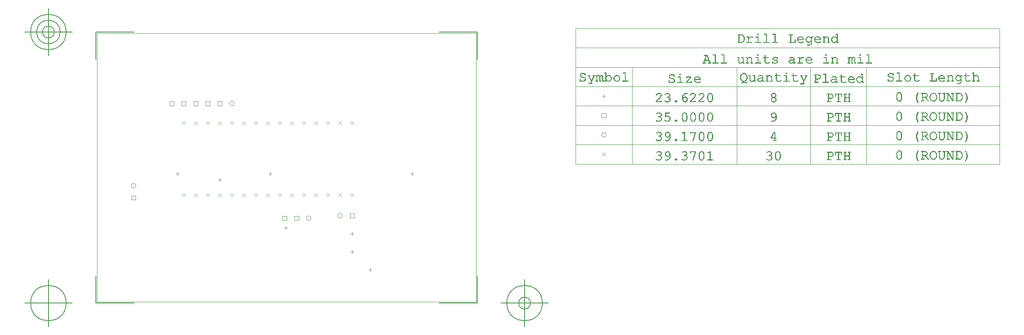
<source format=gbr>
G04 Generated by Ultiboard 14.2 *
%FSLAX24Y24*%
%MOIN*%

%ADD10C,0.0001*%
%ADD11C,0.0004*%
%ADD12C,0.0039*%
%ADD13C,0.0001*%
%ADD14C,0.0050*%


G04 ColorRGB 000000 for the following layer *
%LNDrill Symbols-Copper Top-Copper Bottom*%
%LPD*%
G54D11*
X22700Y2582D02*
X22700Y2818D01*
X22582Y2700D02*
X22818Y2700D01*
X21082Y4200D02*
X21318Y4200D01*
X21200Y4082D02*
X21200Y4318D01*
X21082Y5700D02*
X21318Y5700D01*
X21200Y5582D02*
X21200Y5818D01*
X15700Y6082D02*
X15700Y6318D01*
X15582Y6200D02*
X15818Y6200D01*
X6582Y10700D02*
X6818Y10700D01*
X6700Y10582D02*
X6700Y10818D01*
X10082Y10200D02*
X10318Y10200D01*
X10200Y10082D02*
X10200Y10318D01*
X14282Y10700D02*
X14518Y10700D01*
X14400Y10582D02*
X14400Y10818D01*
X26082Y10700D02*
X26318Y10700D01*
X26200Y10582D02*
X26200Y10818D01*
X20020Y7214D02*
G75*
D01*
G02X20020Y7214I196J0*
G01*
X21041Y7039D02*
X21391Y7039D01*
X21391Y7389D01*
X21041Y7389D01*
X21041Y7039D01*
X2842Y9694D02*
G75*
D01*
G02X2842Y9694I196J0*
G01*
X2863Y8519D02*
X3213Y8519D01*
X3213Y8869D01*
X2863Y8869D01*
X2863Y8519D01*
X10042Y16382D02*
X10392Y16382D01*
X10392Y16732D01*
X10042Y16732D01*
X10042Y16382D01*
X11021Y16557D02*
G75*
D01*
G02X11021Y16557I196J0*
G01*
X9042Y16382D02*
X9392Y16382D01*
X9392Y16732D01*
X9042Y16732D01*
X9042Y16382D01*
X7042Y16382D02*
X7392Y16382D01*
X7392Y16732D01*
X7042Y16732D01*
X7042Y16382D01*
X8042Y16382D02*
X8392Y16382D01*
X8392Y16732D01*
X8042Y16732D01*
X8042Y16382D01*
X6042Y16382D02*
X6392Y16382D01*
X6392Y16732D01*
X6042Y16732D01*
X6042Y16382D01*
X16425Y6825D02*
X16775Y6825D01*
X16775Y7175D01*
X16425Y7175D01*
X16425Y6825D01*
X17404Y7000D02*
G75*
D01*
G02X17404Y7000I196J0*
G01*
X15425Y6825D02*
X15775Y6825D01*
X15775Y7175D01*
X15425Y7175D01*
X15425Y6825D01*
X41926Y13930D02*
G75*
D01*
G02X41926Y13930I196J0*
G01*
X41947Y15369D02*
X42297Y15369D01*
X42297Y15719D01*
X41947Y15719D01*
X41947Y15369D01*
X42122Y17040D02*
X42122Y17276D01*
X42004Y17158D02*
X42240Y17158D01*
G54D12*
X7078Y8787D02*
X7356Y9066D01*
X7078Y9066D02*
X7356Y8787D01*
X8078Y8787D02*
X8356Y9066D01*
X8078Y9066D02*
X8356Y8787D01*
X9078Y9066D02*
X9356Y8787D01*
X9078Y8787D02*
X9356Y9066D01*
X10078Y8787D02*
X10356Y9066D01*
X10078Y9066D02*
X10356Y8787D01*
X11078Y8787D02*
X11356Y9066D01*
X11078Y9066D02*
X11356Y8787D01*
X12078Y8787D02*
X12356Y9066D01*
X12078Y9066D02*
X12356Y8787D01*
X13078Y9066D02*
X13356Y8787D01*
X13078Y8787D02*
X13356Y9066D01*
X14078Y9066D02*
X14356Y8787D01*
X14078Y8787D02*
X14356Y9066D01*
X15078Y8787D02*
X15356Y9066D01*
X15078Y9066D02*
X15356Y8787D01*
X16078Y8787D02*
X16356Y9066D01*
X16078Y9066D02*
X16356Y8787D01*
X17078Y8787D02*
X17356Y9066D01*
X17078Y9066D02*
X17356Y8787D01*
X18078Y8787D02*
X18356Y9066D01*
X18078Y9066D02*
X18356Y8787D01*
X19078Y9066D02*
X19356Y8787D01*
X19078Y8787D02*
X19356Y9066D01*
X20078Y8787D02*
X20356Y9066D01*
X20078Y9066D02*
X20356Y8787D01*
X21078Y8787D02*
X21356Y9066D01*
X21078Y9066D02*
X21356Y8787D01*
X7078Y15066D02*
X7356Y14787D01*
X7078Y14787D02*
X7356Y15066D01*
X8078Y14787D02*
X8356Y15066D01*
X8078Y15066D02*
X8356Y14787D01*
X9078Y14787D02*
X9356Y15066D01*
X9078Y15066D02*
X9356Y14787D01*
X10078Y15066D02*
X10356Y14787D01*
X10078Y14787D02*
X10356Y15066D01*
X11078Y14787D02*
X11356Y15066D01*
X11078Y15066D02*
X11356Y14787D01*
X12078Y14787D02*
X12356Y15066D01*
X12078Y15066D02*
X12356Y14787D01*
X13078Y14787D02*
X13356Y15066D01*
X13078Y15066D02*
X13356Y14787D01*
X14078Y15066D02*
X14356Y14787D01*
X14078Y14787D02*
X14356Y15066D01*
X15078Y14787D02*
X15356Y15066D01*
X15078Y15066D02*
X15356Y14787D01*
X16078Y14787D02*
X16356Y15066D01*
X16078Y15066D02*
X16356Y14787D01*
X17078Y14787D02*
X17356Y15066D01*
X17078Y15066D02*
X17356Y14787D01*
X18078Y15066D02*
X18356Y14787D01*
X18078Y14787D02*
X18356Y15066D01*
X19078Y14787D02*
X19356Y15066D01*
X19078Y15066D02*
X19356Y14787D01*
X20078Y14787D02*
X20356Y15066D01*
X20078Y15066D02*
X20356Y14787D01*
X21078Y14787D02*
X21356Y15066D01*
X21078Y15066D02*
X21356Y14787D01*
X41983Y12176D02*
X42261Y12455D01*
X41983Y12455D02*
X42261Y12176D01*
G54D13*
G36*
X46806Y12495D02*
X46806Y12495D01*
X46810Y12554D01*
X46783Y12513D01*
X46806Y12495D01*
D02*
G37*
X46810Y12554D01*
X46783Y12513D01*
X46806Y12495D01*
G36*
X46810Y12554D02*
X46810Y12554D01*
X46806Y12495D01*
X46826Y12474D01*
X46810Y12554D01*
D02*
G37*
X46806Y12495D01*
X46826Y12474D01*
X46810Y12554D01*
G36*
X46826Y12474D02*
X46826Y12474D01*
X46841Y12530D01*
X46810Y12554D01*
X46826Y12474D01*
D02*
G37*
X46841Y12530D01*
X46810Y12554D01*
X46826Y12474D01*
G36*
X46841Y12530D02*
X46841Y12530D01*
X46826Y12474D01*
X46848Y12426D01*
X46841Y12530D01*
D02*
G37*
X46826Y12474D01*
X46848Y12426D01*
X46841Y12530D01*
G36*
X46848Y12426D02*
X46848Y12426D01*
X46867Y12501D01*
X46841Y12530D01*
X46848Y12426D01*
D02*
G37*
X46867Y12501D01*
X46841Y12530D01*
X46848Y12426D01*
G36*
X46867Y12501D02*
X46867Y12501D01*
X46848Y12426D01*
X46851Y12400D01*
X46867Y12501D01*
D02*
G37*
X46848Y12426D01*
X46851Y12400D01*
X46867Y12501D01*
G36*
X46851Y12400D02*
X46851Y12400D01*
X46872Y12307D01*
X46867Y12501D01*
X46851Y12400D01*
D02*
G37*
X46872Y12307D01*
X46867Y12501D01*
X46851Y12400D01*
G36*
X46872Y12307D02*
X46872Y12307D01*
X46851Y12400D01*
X46848Y12374D01*
X46872Y12307D01*
D02*
G37*
X46851Y12400D01*
X46848Y12374D01*
X46872Y12307D01*
G36*
X46848Y12374D02*
X46848Y12374D01*
X46837Y12268D01*
X46872Y12307D01*
X46848Y12374D01*
D02*
G37*
X46837Y12268D01*
X46872Y12307D01*
X46848Y12374D01*
G36*
X46837Y12268D02*
X46837Y12268D01*
X46848Y12374D01*
X46827Y12328D01*
X46837Y12268D01*
D02*
G37*
X46848Y12374D01*
X46827Y12328D01*
X46837Y12268D01*
G36*
X46827Y12328D02*
X46827Y12328D01*
X46808Y12307D01*
X46837Y12268D01*
X46827Y12328D01*
D02*
G37*
X46808Y12307D01*
X46837Y12268D01*
X46827Y12328D01*
G36*
X46642Y12532D02*
X46642Y12532D01*
X46647Y12582D01*
X46598Y12520D01*
X46642Y12532D01*
D02*
G37*
X46647Y12582D01*
X46598Y12520D01*
X46642Y12532D01*
G36*
X46647Y12582D02*
X46647Y12582D01*
X46642Y12532D01*
X46691Y12537D01*
X46647Y12582D01*
D02*
G37*
X46642Y12532D01*
X46691Y12537D01*
X46647Y12582D01*
G36*
X46691Y12537D02*
X46691Y12537D01*
X46691Y12585D01*
X46647Y12582D01*
X46691Y12537D01*
D02*
G37*
X46691Y12585D01*
X46647Y12582D01*
X46691Y12537D01*
G36*
X46691Y12585D02*
X46691Y12585D01*
X46691Y12537D01*
X46725Y12534D01*
X46691Y12585D01*
D02*
G37*
X46691Y12537D01*
X46725Y12534D01*
X46691Y12585D01*
G36*
X46725Y12534D02*
X46725Y12534D01*
X46734Y12582D01*
X46691Y12585D01*
X46725Y12534D01*
D02*
G37*
X46734Y12582D01*
X46691Y12585D01*
X46725Y12534D01*
G36*
X46734Y12582D02*
X46734Y12582D01*
X46725Y12534D01*
X46783Y12513D01*
X46734Y12582D01*
D02*
G37*
X46725Y12534D01*
X46783Y12513D01*
X46734Y12582D01*
G36*
X46783Y12513D02*
X46783Y12513D01*
X46810Y12554D01*
X46734Y12582D01*
X46783Y12513D01*
D02*
G37*
X46810Y12554D01*
X46734Y12582D01*
X46783Y12513D01*
G36*
X46531Y12472D02*
X46531Y12472D01*
X46532Y12536D01*
X46523Y12463D01*
X46531Y12472D01*
D02*
G37*
X46532Y12536D01*
X46523Y12463D01*
X46531Y12472D01*
G36*
X46532Y12536D02*
X46532Y12536D01*
X46531Y12472D01*
X46560Y12499D01*
X46532Y12536D01*
D02*
G37*
X46531Y12472D01*
X46560Y12499D01*
X46532Y12536D01*
G36*
X46560Y12499D02*
X46560Y12499D01*
X46568Y12558D01*
X46532Y12536D01*
X46560Y12499D01*
D02*
G37*
X46568Y12558D01*
X46532Y12536D01*
X46560Y12499D01*
G36*
X46568Y12558D02*
X46568Y12558D01*
X46560Y12499D01*
X46598Y12520D01*
X46568Y12558D01*
D02*
G37*
X46560Y12499D01*
X46598Y12520D01*
X46568Y12558D01*
G36*
X46598Y12520D02*
X46598Y12520D01*
X46647Y12582D01*
X46568Y12558D01*
X46598Y12520D01*
D02*
G37*
X46647Y12582D01*
X46568Y12558D01*
X46598Y12520D01*
G36*
X46532Y12536D02*
X46532Y12536D01*
X46494Y12504D01*
X46496Y12457D01*
X46532Y12536D01*
D02*
G37*
X46494Y12504D01*
X46496Y12457D01*
X46532Y12536D01*
G36*
X46532Y12536D01*
X46496Y12457D01*
X46505Y12455D01*
X46532Y12536D01*
D02*
G37*
X46496Y12457D01*
X46505Y12455D01*
X46532Y12536D01*
G36*
X46532Y12536D01*
X46505Y12455D01*
X46511Y12456D01*
X46532Y12536D01*
D02*
G37*
X46505Y12455D01*
X46511Y12456D01*
X46532Y12536D01*
G36*
X46532Y12536D01*
X46511Y12456D01*
X46517Y12458D01*
X46532Y12536D01*
D02*
G37*
X46511Y12456D01*
X46517Y12458D01*
X46532Y12536D01*
G36*
X46532Y12536D01*
X46517Y12458D01*
X46523Y12463D01*
X46532Y12536D01*
D02*
G37*
X46517Y12458D01*
X46523Y12463D01*
X46532Y12536D01*
G36*
X46494Y12504D02*
X46494Y12504D01*
X46482Y12478D01*
X46483Y12469D01*
X46494Y12504D01*
D02*
G37*
X46482Y12478D01*
X46483Y12469D01*
X46494Y12504D01*
G36*
X46494Y12504D01*
X46483Y12469D01*
X46489Y12462D01*
X46494Y12504D01*
D02*
G37*
X46483Y12469D01*
X46489Y12462D01*
X46494Y12504D01*
G36*
X46494Y12504D01*
X46489Y12462D01*
X46496Y12457D01*
X46494Y12504D01*
D02*
G37*
X46489Y12462D01*
X46496Y12457D01*
X46494Y12504D01*
G36*
X46896Y12436D02*
X46896Y12436D01*
X46867Y12501D01*
X46872Y12307D01*
X46896Y12436D01*
D02*
G37*
X46867Y12501D01*
X46872Y12307D01*
X46896Y12436D01*
G36*
X46896Y12436D01*
X46872Y12307D01*
X46893Y12352D01*
X46896Y12436D01*
D02*
G37*
X46872Y12307D01*
X46893Y12352D01*
X46896Y12436D01*
G36*
X46896Y12436D01*
X46893Y12352D01*
X46900Y12399D01*
X46896Y12436D01*
D02*
G37*
X46893Y12352D01*
X46900Y12399D01*
X46896Y12436D01*
G36*
X46808Y12307D02*
X46808Y12307D01*
X46789Y12238D01*
X46837Y12268D01*
X46808Y12307D01*
D02*
G37*
X46789Y12238D01*
X46837Y12268D01*
X46808Y12307D01*
G36*
X46789Y12238D02*
X46789Y12238D01*
X46808Y12307D01*
X46786Y12290D01*
X46789Y12238D01*
D02*
G37*
X46808Y12307D01*
X46786Y12290D01*
X46789Y12238D01*
G36*
X46786Y12290D02*
X46786Y12290D01*
X46769Y12196D01*
X46789Y12238D01*
X46786Y12290D01*
D02*
G37*
X46769Y12196D01*
X46789Y12238D01*
X46786Y12290D01*
G36*
X46769Y12196D02*
X46769Y12196D01*
X46786Y12290D01*
X46732Y12270D01*
X46769Y12196D01*
D02*
G37*
X46786Y12290D01*
X46732Y12270D01*
X46769Y12196D01*
G36*
X46732Y12270D02*
X46732Y12270D01*
X46716Y12214D01*
X46769Y12196D01*
X46732Y12270D01*
D02*
G37*
X46716Y12214D01*
X46769Y12196D01*
X46732Y12270D01*
G36*
X46716Y12214D02*
X46716Y12214D01*
X46732Y12270D01*
X46701Y12267D01*
X46716Y12214D01*
D02*
G37*
X46732Y12270D01*
X46701Y12267D01*
X46716Y12214D01*
G36*
X46701Y12267D02*
X46701Y12267D01*
X46663Y12220D01*
X46716Y12214D01*
X46701Y12267D01*
D02*
G37*
X46663Y12220D01*
X46716Y12214D01*
X46701Y12267D01*
G36*
X46663Y12220D02*
X46663Y12220D01*
X46701Y12267D01*
X46659Y12268D01*
X46663Y12220D01*
D02*
G37*
X46701Y12267D01*
X46659Y12268D01*
X46663Y12220D01*
G36*
X46659Y12268D02*
X46659Y12268D01*
X46648Y12221D01*
X46663Y12220D01*
X46659Y12268D01*
D02*
G37*
X46648Y12221D01*
X46663Y12220D01*
X46659Y12268D01*
G36*
X46648Y12221D02*
X46648Y12221D01*
X46659Y12268D01*
X46647Y12266D01*
X46648Y12221D01*
D02*
G37*
X46659Y12268D01*
X46647Y12266D01*
X46648Y12221D01*
G36*
X46647Y12266D02*
X46647Y12266D01*
X46638Y12226D01*
X46648Y12221D01*
X46647Y12266D01*
D02*
G37*
X46638Y12226D01*
X46648Y12221D01*
X46647Y12266D01*
G36*
X46638Y12226D02*
X46638Y12226D01*
X46647Y12266D01*
X46638Y12261D01*
X46638Y12226D01*
D02*
G37*
X46647Y12266D01*
X46638Y12261D01*
X46638Y12226D01*
G36*
X46638Y12261D02*
X46638Y12261D01*
X46632Y12234D01*
X46638Y12226D01*
X46638Y12261D01*
D02*
G37*
X46632Y12234D01*
X46638Y12226D01*
X46638Y12261D01*
G36*
X46632Y12234D02*
X46632Y12234D01*
X46638Y12261D01*
X46632Y12253D01*
X46632Y12234D01*
D02*
G37*
X46638Y12261D01*
X46632Y12253D01*
X46632Y12234D01*
G36*
X46632Y12253D02*
X46632Y12253D01*
X46631Y12244D01*
X46632Y12234D01*
X46632Y12253D01*
D02*
G37*
X46631Y12244D01*
X46632Y12234D01*
X46632Y12253D01*
G36*
X46917Y12103D02*
X46917Y12103D01*
X46921Y12005D01*
X46926Y12047D01*
X46917Y12103D01*
D02*
G37*
X46921Y12005D01*
X46926Y12047D01*
X46917Y12103D01*
G36*
X46921Y12005D02*
X46921Y12005D01*
X46917Y12103D01*
X46891Y12156D01*
X46921Y12005D01*
D02*
G37*
X46917Y12103D01*
X46891Y12156D01*
X46921Y12005D01*
G36*
X46891Y12156D02*
X46891Y12156D01*
X46886Y11928D01*
X46921Y12005D01*
X46891Y12156D01*
D02*
G37*
X46886Y11928D01*
X46921Y12005D01*
X46891Y12156D01*
G36*
X46886Y11928D02*
X46886Y11928D01*
X46891Y12156D01*
X46877Y12045D01*
X46886Y11928D01*
D02*
G37*
X46891Y12156D01*
X46877Y12045D01*
X46886Y11928D01*
G36*
X46877Y12045D02*
X46877Y12045D01*
X46874Y12014D01*
X46886Y11928D01*
X46877Y12045D01*
D02*
G37*
X46874Y12014D01*
X46886Y11928D01*
X46877Y12045D01*
G36*
X46815Y12167D02*
X46815Y12167D01*
X46848Y12203D01*
X46789Y12238D01*
X46815Y12167D01*
D02*
G37*
X46848Y12203D01*
X46789Y12238D01*
X46815Y12167D01*
G36*
X46848Y12203D02*
X46848Y12203D01*
X46815Y12167D01*
X46849Y12130D01*
X46848Y12203D01*
D02*
G37*
X46815Y12167D01*
X46849Y12130D01*
X46848Y12203D01*
G36*
X46849Y12130D02*
X46849Y12130D01*
X46891Y12156D01*
X46848Y12203D01*
X46849Y12130D01*
D02*
G37*
X46891Y12156D01*
X46848Y12203D01*
X46849Y12130D01*
G36*
X46891Y12156D02*
X46891Y12156D01*
X46849Y12130D01*
X46870Y12088D01*
X46891Y12156D01*
D02*
G37*
X46849Y12130D01*
X46870Y12088D01*
X46891Y12156D01*
G36*
X46870Y12088D02*
X46870Y12088D01*
X46877Y12045D01*
X46891Y12156D01*
X46870Y12088D01*
D02*
G37*
X46877Y12045D01*
X46891Y12156D01*
X46870Y12088D01*
G36*
X46855Y11893D02*
X46855Y11893D01*
X46886Y11928D01*
X46874Y12014D01*
X46855Y11893D01*
D02*
G37*
X46886Y11928D01*
X46874Y12014D01*
X46855Y11893D01*
G36*
X46855Y11893D01*
X46874Y12014D01*
X46845Y11955D01*
X46855Y11893D01*
D02*
G37*
X46874Y12014D01*
X46845Y11955D01*
X46855Y11893D01*
G36*
X46855Y11893D01*
X46845Y11955D01*
X46821Y11928D01*
X46855Y11893D01*
D02*
G37*
X46845Y11955D01*
X46821Y11928D01*
X46855Y11893D01*
G36*
X46855Y11893D01*
X46821Y11928D01*
X46818Y11864D01*
X46855Y11893D01*
D02*
G37*
X46821Y11928D01*
X46818Y11864D01*
X46855Y11893D01*
G36*
X46790Y11905D02*
X46790Y11905D01*
X46720Y11879D01*
X46729Y11831D01*
X46790Y11905D01*
D02*
G37*
X46720Y11879D01*
X46729Y11831D01*
X46790Y11905D01*
G36*
X46790Y11905D01*
X46729Y11831D01*
X46818Y11864D01*
X46790Y11905D01*
D02*
G37*
X46729Y11831D01*
X46818Y11864D01*
X46790Y11905D01*
G36*
X46790Y11905D01*
X46818Y11864D01*
X46821Y11928D01*
X46790Y11905D01*
D02*
G37*
X46818Y11864D01*
X46821Y11928D01*
X46790Y11905D01*
G36*
X46615Y11834D02*
X46615Y11834D01*
X46630Y11879D01*
X46549Y11853D01*
X46615Y11834D01*
D02*
G37*
X46630Y11879D01*
X46549Y11853D01*
X46615Y11834D01*
G36*
X46630Y11879D02*
X46630Y11879D01*
X46615Y11834D01*
X46678Y11827D01*
X46630Y11879D01*
D02*
G37*
X46615Y11834D01*
X46678Y11827D01*
X46630Y11879D01*
G36*
X46678Y11827D02*
X46678Y11827D01*
X46680Y11875D01*
X46630Y11879D01*
X46678Y11827D01*
D02*
G37*
X46680Y11875D01*
X46630Y11879D01*
X46678Y11827D01*
G36*
X46680Y11875D02*
X46680Y11875D01*
X46678Y11827D01*
X46729Y11831D01*
X46680Y11875D01*
D02*
G37*
X46678Y11827D01*
X46729Y11831D01*
X46680Y11875D01*
G36*
X46729Y11831D02*
X46729Y11831D01*
X46720Y11879D01*
X46680Y11875D01*
X46729Y11831D01*
D02*
G37*
X46720Y11879D01*
X46680Y11875D01*
X46729Y11831D01*
G36*
X46536Y11913D02*
X46536Y11913D01*
X46490Y11942D01*
X46492Y11880D01*
X46536Y11913D01*
D02*
G37*
X46490Y11942D01*
X46492Y11880D01*
X46536Y11913D01*
G36*
X46536Y11913D01*
X46492Y11880D01*
X46549Y11853D01*
X46536Y11913D01*
D02*
G37*
X46492Y11880D01*
X46549Y11853D01*
X46536Y11913D01*
G36*
X46536Y11913D01*
X46549Y11853D01*
X46630Y11879D01*
X46536Y11913D01*
D02*
G37*
X46549Y11853D01*
X46630Y11879D01*
X46536Y11913D01*
G36*
X46492Y11880D02*
X46492Y11880D01*
X46490Y11942D01*
X46479Y11948D01*
X46492Y11880D01*
D02*
G37*
X46490Y11942D01*
X46479Y11948D01*
X46492Y11880D01*
G36*
X46492Y11880D01*
X46479Y11948D01*
X46470Y11950D01*
X46492Y11880D01*
D02*
G37*
X46479Y11948D01*
X46470Y11950D01*
X46492Y11880D01*
G36*
X46492Y11880D01*
X46470Y11950D01*
X46461Y11949D01*
X46492Y11880D01*
D02*
G37*
X46470Y11950D01*
X46461Y11949D01*
X46492Y11880D01*
G36*
X46492Y11880D01*
X46461Y11949D01*
X46456Y11908D01*
X46492Y11880D01*
D02*
G37*
X46461Y11949D01*
X46456Y11908D01*
X46492Y11880D01*
G36*
X46454Y11943D02*
X46454Y11943D01*
X46449Y11936D01*
X46449Y11917D01*
X46454Y11943D01*
D02*
G37*
X46449Y11936D01*
X46449Y11917D01*
X46454Y11943D01*
G36*
X46454Y11943D01*
X46449Y11917D01*
X46456Y11908D01*
X46454Y11943D01*
D02*
G37*
X46449Y11917D01*
X46456Y11908D01*
X46454Y11943D01*
G36*
X46454Y11943D01*
X46456Y11908D01*
X46461Y11949D01*
X46454Y11943D01*
D02*
G37*
X46456Y11908D01*
X46461Y11949D01*
X46454Y11943D01*
G36*
X46449Y11917D02*
X46449Y11917D01*
X46449Y11936D01*
X46447Y11927D01*
X46449Y11917D01*
D02*
G37*
X46449Y11936D01*
X46447Y11927D01*
X46449Y11917D01*
G36*
X46789Y12238D02*
X46789Y12238D01*
X46769Y12196D01*
X46815Y12167D01*
X46789Y12238D01*
D02*
G37*
X46769Y12196D01*
X46815Y12167D01*
X46789Y12238D01*
G36*
X47435Y12534D02*
X47435Y12534D01*
X47437Y12583D01*
X47406Y12536D01*
X47435Y12534D01*
D02*
G37*
X47437Y12583D01*
X47406Y12536D01*
X47435Y12534D01*
G36*
X47437Y12583D02*
X47437Y12583D01*
X47435Y12534D01*
X47488Y12512D01*
X47437Y12583D01*
D02*
G37*
X47435Y12534D01*
X47488Y12512D01*
X47437Y12583D01*
G36*
X47488Y12512D02*
X47488Y12512D01*
X47497Y12562D01*
X47437Y12583D01*
X47488Y12512D01*
D02*
G37*
X47497Y12562D01*
X47437Y12583D01*
X47488Y12512D01*
G36*
X47497Y12562D02*
X47497Y12562D01*
X47488Y12512D01*
X47511Y12494D01*
X47497Y12562D01*
D02*
G37*
X47488Y12512D01*
X47511Y12494D01*
X47497Y12562D01*
G36*
X47511Y12494D02*
X47511Y12494D01*
X47524Y12544D01*
X47497Y12562D01*
X47511Y12494D01*
D02*
G37*
X47524Y12544D01*
X47497Y12562D01*
X47511Y12494D01*
G36*
X47524Y12544D02*
X47524Y12544D01*
X47511Y12494D01*
X47533Y12468D01*
X47524Y12544D01*
D02*
G37*
X47511Y12494D01*
X47533Y12468D01*
X47524Y12544D01*
G36*
X47533Y12468D02*
X47533Y12468D01*
X47550Y12522D01*
X47524Y12544D01*
X47533Y12468D01*
D02*
G37*
X47550Y12522D01*
X47524Y12544D01*
X47533Y12468D01*
G36*
X47550Y12522D02*
X47550Y12522D01*
X47533Y12468D01*
X47571Y12388D01*
X47550Y12522D01*
D02*
G37*
X47533Y12468D01*
X47571Y12388D01*
X47550Y12522D01*
G36*
X47571Y12388D02*
X47571Y12388D01*
X47592Y12462D01*
X47550Y12522D01*
X47571Y12388D01*
D02*
G37*
X47592Y12462D01*
X47550Y12522D01*
X47571Y12388D01*
G36*
X47592Y12462D02*
X47592Y12462D01*
X47571Y12388D01*
X47587Y12334D01*
X47592Y12462D01*
D02*
G37*
X47571Y12388D01*
X47587Y12334D01*
X47592Y12462D01*
G36*
X47587Y12334D02*
X47587Y12334D01*
X47597Y12254D01*
X47592Y12462D01*
X47587Y12334D01*
D02*
G37*
X47597Y12254D01*
X47592Y12462D01*
X47587Y12334D01*
G36*
X47597Y12254D02*
X47597Y12254D01*
X47587Y12334D01*
X47556Y12278D01*
X47597Y12254D01*
D02*
G37*
X47587Y12334D01*
X47556Y12278D01*
X47597Y12254D01*
G36*
X47556Y12278D02*
X47556Y12278D01*
X47556Y12196D01*
X47597Y12254D01*
X47556Y12278D01*
D02*
G37*
X47556Y12196D01*
X47597Y12254D01*
X47556Y12278D01*
G36*
X47556Y12196D02*
X47556Y12196D01*
X47556Y12278D01*
X47533Y12243D01*
X47556Y12196D01*
D02*
G37*
X47556Y12278D01*
X47533Y12243D01*
X47556Y12196D01*
G36*
X47533Y12243D02*
X47533Y12243D01*
X47507Y12154D01*
X47556Y12196D01*
X47533Y12243D01*
D02*
G37*
X47507Y12154D01*
X47556Y12196D01*
X47533Y12243D01*
G36*
X47507Y12154D02*
X47507Y12154D01*
X47533Y12243D01*
X47502Y12210D01*
X47507Y12154D01*
D02*
G37*
X47533Y12243D01*
X47502Y12210D01*
X47507Y12154D01*
G36*
X47502Y12210D02*
X47502Y12210D01*
X47470Y12187D01*
X47507Y12154D01*
X47502Y12210D01*
D02*
G37*
X47470Y12187D01*
X47507Y12154D01*
X47502Y12210D01*
G36*
X47322Y12507D02*
X47322Y12507D01*
X47361Y12581D01*
X47297Y12484D01*
X47322Y12507D01*
D02*
G37*
X47361Y12581D01*
X47297Y12484D01*
X47322Y12507D01*
G36*
X47361Y12581D02*
X47361Y12581D01*
X47322Y12507D01*
X47376Y12533D01*
X47361Y12581D01*
D02*
G37*
X47322Y12507D01*
X47376Y12533D01*
X47361Y12581D01*
G36*
X47376Y12533D02*
X47376Y12533D01*
X47404Y12585D01*
X47361Y12581D01*
X47376Y12533D01*
D02*
G37*
X47404Y12585D01*
X47361Y12581D01*
X47376Y12533D01*
G36*
X47404Y12585D02*
X47404Y12585D01*
X47376Y12533D01*
X47406Y12536D01*
X47404Y12585D01*
D02*
G37*
X47376Y12533D01*
X47406Y12536D01*
X47404Y12585D01*
G36*
X47406Y12536D02*
X47406Y12536D01*
X47437Y12583D01*
X47404Y12585D01*
X47406Y12536D01*
D02*
G37*
X47437Y12583D01*
X47404Y12585D01*
X47406Y12536D01*
G36*
X47253Y12390D02*
X47253Y12390D01*
X47257Y12512D01*
X47250Y12351D01*
X47253Y12390D01*
D02*
G37*
X47257Y12512D01*
X47250Y12351D01*
X47253Y12390D01*
G36*
X47257Y12512D02*
X47257Y12512D01*
X47253Y12390D01*
X47277Y12457D01*
X47257Y12512D01*
D02*
G37*
X47253Y12390D01*
X47277Y12457D01*
X47257Y12512D01*
G36*
X47277Y12457D02*
X47277Y12457D01*
X47287Y12544D01*
X47257Y12512D01*
X47277Y12457D01*
D02*
G37*
X47287Y12544D01*
X47257Y12512D01*
X47277Y12457D01*
G36*
X47287Y12544D02*
X47287Y12544D01*
X47277Y12457D01*
X47297Y12484D01*
X47287Y12544D01*
D02*
G37*
X47277Y12457D01*
X47297Y12484D01*
X47287Y12544D01*
G36*
X47297Y12484D02*
X47297Y12484D01*
X47361Y12581D01*
X47287Y12544D01*
X47297Y12484D01*
D02*
G37*
X47361Y12581D01*
X47287Y12544D01*
X47297Y12484D01*
G36*
X47233Y12475D02*
X47233Y12475D01*
X47205Y12394D01*
X47209Y12291D01*
X47233Y12475D01*
D02*
G37*
X47205Y12394D01*
X47209Y12291D01*
X47233Y12475D01*
G36*
X47233Y12475D01*
X47209Y12291D01*
X47230Y12234D01*
X47233Y12475D01*
D02*
G37*
X47209Y12291D01*
X47230Y12234D01*
X47233Y12475D01*
G36*
X47233Y12475D01*
X47230Y12234D01*
X47262Y12185D01*
X47233Y12475D01*
D02*
G37*
X47230Y12234D01*
X47262Y12185D01*
X47233Y12475D01*
G36*
X47233Y12475D01*
X47262Y12185D01*
X47250Y12351D01*
X47233Y12475D01*
D02*
G37*
X47262Y12185D01*
X47250Y12351D01*
X47233Y12475D01*
G36*
X47233Y12475D01*
X47250Y12351D01*
X47257Y12512D01*
X47233Y12475D01*
D02*
G37*
X47250Y12351D01*
X47257Y12512D01*
X47233Y12475D01*
G36*
X47645Y12258D02*
X47645Y12258D01*
X47639Y12100D01*
X47647Y12194D01*
X47645Y12258D01*
D02*
G37*
X47639Y12100D01*
X47647Y12194D01*
X47645Y12258D01*
G36*
X47639Y12100D02*
X47639Y12100D01*
X47645Y12258D01*
X47626Y12374D01*
X47639Y12100D01*
D02*
G37*
X47645Y12258D01*
X47626Y12374D01*
X47639Y12100D01*
G36*
X47626Y12374D02*
X47626Y12374D01*
X47614Y12023D01*
X47639Y12100D01*
X47626Y12374D01*
D02*
G37*
X47614Y12023D01*
X47639Y12100D01*
X47626Y12374D01*
G36*
X47614Y12023D02*
X47614Y12023D01*
X47626Y12374D01*
X47609Y12426D01*
X47614Y12023D01*
D02*
G37*
X47626Y12374D01*
X47609Y12426D01*
X47614Y12023D01*
G36*
X47609Y12426D02*
X47609Y12426D01*
X47599Y12186D01*
X47614Y12023D01*
X47609Y12426D01*
D02*
G37*
X47599Y12186D01*
X47614Y12023D01*
X47609Y12426D01*
G36*
X47599Y12186D02*
X47599Y12186D01*
X47609Y12426D01*
X47598Y12215D01*
X47599Y12186D01*
D02*
G37*
X47609Y12426D01*
X47598Y12215D01*
X47599Y12186D01*
G36*
X47609Y12426D02*
X47609Y12426D01*
X47592Y12462D01*
X47597Y12254D01*
X47609Y12426D01*
D02*
G37*
X47592Y12462D01*
X47597Y12254D01*
X47609Y12426D01*
G36*
X47609Y12426D01*
X47597Y12254D01*
X47598Y12215D01*
X47609Y12426D01*
D02*
G37*
X47597Y12254D01*
X47598Y12215D01*
X47609Y12426D01*
G36*
X47455Y12129D02*
X47455Y12129D01*
X47507Y12154D01*
X47470Y12187D01*
X47455Y12129D01*
D02*
G37*
X47507Y12154D01*
X47470Y12187D01*
X47455Y12129D01*
G36*
X47455Y12129D01*
X47470Y12187D01*
X47437Y12173D01*
X47455Y12129D01*
D02*
G37*
X47470Y12187D01*
X47437Y12173D01*
X47455Y12129D01*
G36*
X47455Y12129D01*
X47437Y12173D01*
X47403Y12169D01*
X47455Y12129D01*
D02*
G37*
X47437Y12173D01*
X47403Y12169D01*
X47455Y12129D01*
G36*
X47455Y12129D01*
X47403Y12169D01*
X47402Y12120D01*
X47455Y12129D01*
D02*
G37*
X47403Y12169D01*
X47402Y12120D01*
X47455Y12129D01*
G36*
X47304Y12149D02*
X47304Y12149D01*
X47321Y12198D01*
X47297Y12220D01*
X47304Y12149D01*
D02*
G37*
X47321Y12198D01*
X47297Y12220D01*
X47304Y12149D01*
G36*
X47321Y12198D02*
X47321Y12198D01*
X47304Y12149D01*
X47352Y12128D01*
X47321Y12198D01*
D02*
G37*
X47304Y12149D01*
X47352Y12128D01*
X47321Y12198D01*
G36*
X47352Y12128D02*
X47352Y12128D01*
X47374Y12172D01*
X47321Y12198D01*
X47352Y12128D01*
D02*
G37*
X47374Y12172D01*
X47321Y12198D01*
X47352Y12128D01*
G36*
X47374Y12172D02*
X47374Y12172D01*
X47352Y12128D01*
X47402Y12120D01*
X47374Y12172D01*
D02*
G37*
X47352Y12128D01*
X47402Y12120D01*
X47374Y12172D01*
G36*
X47402Y12120D02*
X47402Y12120D01*
X47403Y12169D01*
X47374Y12172D01*
X47402Y12120D01*
D02*
G37*
X47403Y12169D01*
X47374Y12172D01*
X47402Y12120D01*
G36*
X47277Y12248D02*
X47277Y12248D01*
X47253Y12313D01*
X47262Y12185D01*
X47277Y12248D01*
D02*
G37*
X47253Y12313D01*
X47262Y12185D01*
X47277Y12248D01*
G36*
X47277Y12248D01*
X47262Y12185D01*
X47304Y12149D01*
X47277Y12248D01*
D02*
G37*
X47262Y12185D01*
X47304Y12149D01*
X47277Y12248D01*
G36*
X47277Y12248D01*
X47304Y12149D01*
X47297Y12220D01*
X47277Y12248D01*
D02*
G37*
X47304Y12149D01*
X47297Y12220D01*
X47277Y12248D01*
G36*
X47593Y12122D02*
X47593Y12122D01*
X47549Y12011D01*
X47550Y11934D01*
X47593Y12122D01*
D02*
G37*
X47549Y12011D01*
X47550Y11934D01*
X47593Y12122D01*
G36*
X47593Y12122D01*
X47550Y11934D01*
X47587Y11978D01*
X47593Y12122D01*
D02*
G37*
X47550Y11934D01*
X47587Y11978D01*
X47593Y12122D01*
G36*
X47593Y12122D01*
X47587Y11978D01*
X47614Y12023D01*
X47593Y12122D01*
D02*
G37*
X47587Y11978D01*
X47614Y12023D01*
X47593Y12122D01*
G36*
X47593Y12122D01*
X47614Y12023D01*
X47599Y12186D01*
X47593Y12122D01*
D02*
G37*
X47614Y12023D01*
X47599Y12186D01*
X47593Y12122D01*
G36*
X47455Y11863D02*
X47455Y11863D01*
X47464Y11925D01*
X47381Y11836D01*
X47455Y11863D01*
D02*
G37*
X47464Y11925D01*
X47381Y11836D01*
X47455Y11863D01*
G36*
X47464Y11925D02*
X47464Y11925D01*
X47455Y11863D01*
X47505Y11894D01*
X47464Y11925D01*
D02*
G37*
X47455Y11863D01*
X47505Y11894D01*
X47464Y11925D01*
G36*
X47505Y11894D02*
X47505Y11894D01*
X47511Y11964D01*
X47464Y11925D01*
X47505Y11894D01*
D02*
G37*
X47511Y11964D01*
X47464Y11925D01*
X47505Y11894D01*
G36*
X47511Y11964D02*
X47511Y11964D01*
X47505Y11894D01*
X47550Y11934D01*
X47511Y11964D01*
D02*
G37*
X47505Y11894D01*
X47550Y11934D01*
X47511Y11964D01*
G36*
X47550Y11934D02*
X47550Y11934D01*
X47549Y12011D01*
X47511Y11964D01*
X47550Y11934D01*
D02*
G37*
X47549Y12011D01*
X47511Y11964D01*
X47550Y11934D01*
G36*
X47359Y11881D02*
X47359Y11881D01*
X47300Y11875D01*
X47304Y11827D01*
X47359Y11881D01*
D02*
G37*
X47300Y11875D01*
X47304Y11827D01*
X47359Y11881D01*
G36*
X47359Y11881D01*
X47304Y11827D01*
X47381Y11836D01*
X47359Y11881D01*
D02*
G37*
X47304Y11827D01*
X47381Y11836D01*
X47359Y11881D01*
G36*
X47359Y11881D01*
X47381Y11836D01*
X47464Y11925D01*
X47359Y11881D01*
D02*
G37*
X47381Y11836D01*
X47464Y11925D01*
X47359Y11881D01*
G36*
X47272Y11878D02*
X47272Y11878D01*
X47248Y11886D01*
X47256Y11832D01*
X47272Y11878D01*
D02*
G37*
X47248Y11886D01*
X47256Y11832D01*
X47272Y11878D01*
G36*
X47272Y11878D01*
X47256Y11832D01*
X47304Y11827D01*
X47272Y11878D01*
D02*
G37*
X47256Y11832D01*
X47304Y11827D01*
X47272Y11878D01*
G36*
X47272Y11878D01*
X47304Y11827D01*
X47300Y11875D01*
X47272Y11878D01*
D02*
G37*
X47304Y11827D01*
X47300Y11875D01*
X47272Y11878D01*
G36*
X47236Y11891D02*
X47236Y11891D01*
X47256Y11832D01*
X47248Y11886D01*
X47236Y11891D01*
D02*
G37*
X47256Y11832D01*
X47248Y11886D01*
X47236Y11891D01*
G36*
X47256Y11832D02*
X47256Y11832D01*
X47236Y11891D01*
X47227Y11893D01*
X47256Y11832D01*
D02*
G37*
X47236Y11891D01*
X47227Y11893D01*
X47256Y11832D01*
G36*
X47227Y11893D02*
X47227Y11893D01*
X47219Y11846D01*
X47256Y11832D01*
X47227Y11893D01*
D02*
G37*
X47219Y11846D01*
X47256Y11832D01*
X47227Y11893D01*
G36*
X47219Y11846D02*
X47219Y11846D01*
X47227Y11893D01*
X47218Y11891D01*
X47219Y11846D01*
D02*
G37*
X47227Y11893D01*
X47218Y11891D01*
X47219Y11846D01*
G36*
X47218Y11891D02*
X47218Y11891D01*
X47211Y11886D01*
X47219Y11846D01*
X47218Y11891D01*
D02*
G37*
X47211Y11886D01*
X47219Y11846D01*
X47218Y11891D01*
G36*
X47208Y11857D02*
X47208Y11857D01*
X47219Y11846D01*
X47211Y11886D01*
X47208Y11857D01*
D02*
G37*
X47219Y11846D01*
X47211Y11886D01*
X47208Y11857D01*
G36*
X47208Y11857D01*
X47211Y11886D01*
X47206Y11879D01*
X47208Y11857D01*
D02*
G37*
X47211Y11886D01*
X47206Y11879D01*
X47208Y11857D01*
G36*
X47208Y11857D01*
X47206Y11879D01*
X47204Y11870D01*
X47208Y11857D01*
D02*
G37*
X47206Y11879D01*
X47204Y11870D01*
X47208Y11857D01*
G36*
X47209Y12291D02*
X47209Y12291D01*
X47205Y12394D01*
X47202Y12351D01*
X47209Y12291D01*
D02*
G37*
X47205Y12394D01*
X47202Y12351D01*
X47209Y12291D01*
G36*
X47250Y12351D02*
X47250Y12351D01*
X47262Y12185D01*
X47253Y12313D01*
X47250Y12351D01*
D02*
G37*
X47262Y12185D01*
X47253Y12313D01*
X47250Y12351D01*
G36*
X48097Y11983D02*
X48097Y11983D01*
X48067Y11978D01*
X48097Y11983D01*
D02*
G37*
X48067Y11978D01*
X48097Y11983D01*
G36*
X48097Y11983D01*
X48067Y11978D01*
X48041Y11961D01*
X48097Y11983D01*
D02*
G37*
X48067Y11978D01*
X48041Y11961D01*
X48097Y11983D01*
G36*
X48097Y11983D01*
X48041Y11961D01*
X48024Y11935D01*
X48097Y11983D01*
D02*
G37*
X48041Y11961D01*
X48024Y11935D01*
X48097Y11983D01*
G36*
X48097Y11983D01*
X48024Y11935D01*
X48018Y11905D01*
X48097Y11983D01*
D02*
G37*
X48024Y11935D01*
X48018Y11905D01*
X48097Y11983D01*
G36*
X48097Y11983D01*
X48018Y11905D01*
X48024Y11875D01*
X48097Y11983D01*
D02*
G37*
X48018Y11905D01*
X48024Y11875D01*
X48097Y11983D01*
G36*
X48097Y11983D01*
X48024Y11875D01*
X48041Y11850D01*
X48097Y11983D01*
D02*
G37*
X48024Y11875D01*
X48041Y11850D01*
X48097Y11983D01*
G36*
X48097Y11983D01*
X48041Y11850D01*
X48067Y11833D01*
X48097Y11983D01*
D02*
G37*
X48041Y11850D01*
X48067Y11833D01*
X48097Y11983D01*
G36*
X48097Y11983D01*
X48067Y11833D01*
X48097Y11827D01*
X48097Y11983D01*
D02*
G37*
X48067Y11833D01*
X48097Y11827D01*
X48097Y11983D01*
G36*
X48097Y11983D01*
X48097Y11827D01*
X48117Y11827D01*
X48097Y11983D01*
D02*
G37*
X48097Y11827D01*
X48117Y11827D01*
X48097Y11983D01*
G36*
X48097Y11983D01*
X48117Y11827D01*
X48147Y11833D01*
X48097Y11983D01*
D02*
G37*
X48117Y11827D01*
X48147Y11833D01*
X48097Y11983D01*
G36*
X48097Y11983D01*
X48147Y11833D01*
X48172Y11849D01*
X48097Y11983D01*
D02*
G37*
X48147Y11833D01*
X48172Y11849D01*
X48097Y11983D01*
G36*
X48097Y11983D01*
X48172Y11849D01*
X48190Y11875D01*
X48097Y11983D01*
D02*
G37*
X48172Y11849D01*
X48190Y11875D01*
X48097Y11983D01*
G36*
X48097Y11983D01*
X48190Y11875D01*
X48196Y11905D01*
X48097Y11983D01*
D02*
G37*
X48190Y11875D01*
X48196Y11905D01*
X48097Y11983D01*
G36*
X48097Y11983D01*
X48196Y11905D01*
X48190Y11935D01*
X48097Y11983D01*
D02*
G37*
X48196Y11905D01*
X48190Y11935D01*
X48097Y11983D01*
G36*
X48097Y11983D01*
X48190Y11935D01*
X48173Y11960D01*
X48097Y11983D01*
D02*
G37*
X48190Y11935D01*
X48173Y11960D01*
X48097Y11983D01*
G36*
X48097Y11983D01*
X48173Y11960D01*
X48147Y11977D01*
X48097Y11983D01*
D02*
G37*
X48173Y11960D01*
X48147Y11977D01*
X48097Y11983D01*
G36*
X48097Y11983D01*
X48147Y11977D01*
X48117Y11983D01*
X48097Y11983D01*
D02*
G37*
X48147Y11977D01*
X48117Y11983D01*
X48097Y11983D01*
G36*
X48933Y12495D02*
X48933Y12495D01*
X48936Y12554D01*
X48909Y12513D01*
X48933Y12495D01*
D02*
G37*
X48936Y12554D01*
X48909Y12513D01*
X48933Y12495D01*
G36*
X48936Y12554D02*
X48936Y12554D01*
X48933Y12495D01*
X48952Y12474D01*
X48936Y12554D01*
D02*
G37*
X48933Y12495D01*
X48952Y12474D01*
X48936Y12554D01*
G36*
X48952Y12474D02*
X48952Y12474D01*
X48967Y12530D01*
X48936Y12554D01*
X48952Y12474D01*
D02*
G37*
X48967Y12530D01*
X48936Y12554D01*
X48952Y12474D01*
G36*
X48967Y12530D02*
X48967Y12530D01*
X48952Y12474D01*
X48974Y12426D01*
X48967Y12530D01*
D02*
G37*
X48952Y12474D01*
X48974Y12426D01*
X48967Y12530D01*
G36*
X48974Y12426D02*
X48974Y12426D01*
X48993Y12501D01*
X48967Y12530D01*
X48974Y12426D01*
D02*
G37*
X48993Y12501D01*
X48967Y12530D01*
X48974Y12426D01*
G36*
X48993Y12501D02*
X48993Y12501D01*
X48974Y12426D01*
X48977Y12400D01*
X48993Y12501D01*
D02*
G37*
X48974Y12426D01*
X48977Y12400D01*
X48993Y12501D01*
G36*
X48977Y12400D02*
X48977Y12400D01*
X48998Y12307D01*
X48993Y12501D01*
X48977Y12400D01*
D02*
G37*
X48998Y12307D01*
X48993Y12501D01*
X48977Y12400D01*
G36*
X48998Y12307D02*
X48998Y12307D01*
X48977Y12400D01*
X48975Y12374D01*
X48998Y12307D01*
D02*
G37*
X48977Y12400D01*
X48975Y12374D01*
X48998Y12307D01*
G36*
X48975Y12374D02*
X48975Y12374D01*
X48963Y12268D01*
X48998Y12307D01*
X48975Y12374D01*
D02*
G37*
X48963Y12268D01*
X48998Y12307D01*
X48975Y12374D01*
G36*
X48963Y12268D02*
X48963Y12268D01*
X48975Y12374D01*
X48953Y12328D01*
X48963Y12268D01*
D02*
G37*
X48975Y12374D01*
X48953Y12328D01*
X48963Y12268D01*
G36*
X48953Y12328D02*
X48953Y12328D01*
X48935Y12307D01*
X48963Y12268D01*
X48953Y12328D01*
D02*
G37*
X48935Y12307D01*
X48963Y12268D01*
X48953Y12328D01*
G36*
X48769Y12532D02*
X48769Y12532D01*
X48774Y12582D01*
X48725Y12520D01*
X48769Y12532D01*
D02*
G37*
X48774Y12582D01*
X48725Y12520D01*
X48769Y12532D01*
G36*
X48774Y12582D02*
X48774Y12582D01*
X48769Y12532D01*
X48817Y12537D01*
X48774Y12582D01*
D02*
G37*
X48769Y12532D01*
X48817Y12537D01*
X48774Y12582D01*
G36*
X48817Y12537D02*
X48817Y12537D01*
X48817Y12585D01*
X48774Y12582D01*
X48817Y12537D01*
D02*
G37*
X48817Y12585D01*
X48774Y12582D01*
X48817Y12537D01*
G36*
X48817Y12585D02*
X48817Y12585D01*
X48817Y12537D01*
X48851Y12534D01*
X48817Y12585D01*
D02*
G37*
X48817Y12537D01*
X48851Y12534D01*
X48817Y12585D01*
G36*
X48851Y12534D02*
X48851Y12534D01*
X48861Y12582D01*
X48817Y12585D01*
X48851Y12534D01*
D02*
G37*
X48861Y12582D01*
X48817Y12585D01*
X48851Y12534D01*
G36*
X48861Y12582D02*
X48861Y12582D01*
X48851Y12534D01*
X48909Y12513D01*
X48861Y12582D01*
D02*
G37*
X48851Y12534D01*
X48909Y12513D01*
X48861Y12582D01*
G36*
X48909Y12513D02*
X48909Y12513D01*
X48936Y12554D01*
X48861Y12582D01*
X48909Y12513D01*
D02*
G37*
X48936Y12554D01*
X48861Y12582D01*
X48909Y12513D01*
G36*
X48657Y12472D02*
X48657Y12472D01*
X48658Y12536D01*
X48649Y12463D01*
X48657Y12472D01*
D02*
G37*
X48658Y12536D01*
X48649Y12463D01*
X48657Y12472D01*
G36*
X48658Y12536D02*
X48658Y12536D01*
X48657Y12472D01*
X48687Y12499D01*
X48658Y12536D01*
D02*
G37*
X48657Y12472D01*
X48687Y12499D01*
X48658Y12536D01*
G36*
X48687Y12499D02*
X48687Y12499D01*
X48694Y12558D01*
X48658Y12536D01*
X48687Y12499D01*
D02*
G37*
X48694Y12558D01*
X48658Y12536D01*
X48687Y12499D01*
G36*
X48694Y12558D02*
X48694Y12558D01*
X48687Y12499D01*
X48725Y12520D01*
X48694Y12558D01*
D02*
G37*
X48687Y12499D01*
X48725Y12520D01*
X48694Y12558D01*
G36*
X48725Y12520D02*
X48725Y12520D01*
X48774Y12582D01*
X48694Y12558D01*
X48725Y12520D01*
D02*
G37*
X48774Y12582D01*
X48694Y12558D01*
X48725Y12520D01*
G36*
X48658Y12536D02*
X48658Y12536D01*
X48621Y12504D01*
X48623Y12457D01*
X48658Y12536D01*
D02*
G37*
X48621Y12504D01*
X48623Y12457D01*
X48658Y12536D01*
G36*
X48658Y12536D01*
X48623Y12457D01*
X48632Y12455D01*
X48658Y12536D01*
D02*
G37*
X48623Y12457D01*
X48632Y12455D01*
X48658Y12536D01*
G36*
X48658Y12536D01*
X48632Y12455D01*
X48638Y12456D01*
X48658Y12536D01*
D02*
G37*
X48632Y12455D01*
X48638Y12456D01*
X48658Y12536D01*
G36*
X48658Y12536D01*
X48638Y12456D01*
X48643Y12458D01*
X48658Y12536D01*
D02*
G37*
X48638Y12456D01*
X48643Y12458D01*
X48658Y12536D01*
G36*
X48658Y12536D01*
X48643Y12458D01*
X48649Y12463D01*
X48658Y12536D01*
D02*
G37*
X48643Y12458D01*
X48649Y12463D01*
X48658Y12536D01*
G36*
X48621Y12504D02*
X48621Y12504D01*
X48608Y12478D01*
X48610Y12469D01*
X48621Y12504D01*
D02*
G37*
X48608Y12478D01*
X48610Y12469D01*
X48621Y12504D01*
G36*
X48621Y12504D01*
X48610Y12469D01*
X48615Y12462D01*
X48621Y12504D01*
D02*
G37*
X48610Y12469D01*
X48615Y12462D01*
X48621Y12504D01*
G36*
X48621Y12504D01*
X48615Y12462D01*
X48623Y12457D01*
X48621Y12504D01*
D02*
G37*
X48615Y12462D01*
X48623Y12457D01*
X48621Y12504D01*
G36*
X49023Y12436D02*
X49023Y12436D01*
X48993Y12501D01*
X48998Y12307D01*
X49023Y12436D01*
D02*
G37*
X48993Y12501D01*
X48998Y12307D01*
X49023Y12436D01*
G36*
X49023Y12436D01*
X48998Y12307D01*
X49019Y12352D01*
X49023Y12436D01*
D02*
G37*
X48998Y12307D01*
X49019Y12352D01*
X49023Y12436D01*
G36*
X49023Y12436D01*
X49019Y12352D01*
X49026Y12399D01*
X49023Y12436D01*
D02*
G37*
X49019Y12352D01*
X49026Y12399D01*
X49023Y12436D01*
G36*
X48935Y12307D02*
X48935Y12307D01*
X48915Y12238D01*
X48963Y12268D01*
X48935Y12307D01*
D02*
G37*
X48915Y12238D01*
X48963Y12268D01*
X48935Y12307D01*
G36*
X48915Y12238D02*
X48915Y12238D01*
X48935Y12307D01*
X48912Y12290D01*
X48915Y12238D01*
D02*
G37*
X48935Y12307D01*
X48912Y12290D01*
X48915Y12238D01*
G36*
X48912Y12290D02*
X48912Y12290D01*
X48895Y12196D01*
X48915Y12238D01*
X48912Y12290D01*
D02*
G37*
X48895Y12196D01*
X48915Y12238D01*
X48912Y12290D01*
G36*
X48895Y12196D02*
X48895Y12196D01*
X48912Y12290D01*
X48858Y12270D01*
X48895Y12196D01*
D02*
G37*
X48912Y12290D01*
X48858Y12270D01*
X48895Y12196D01*
G36*
X48858Y12270D02*
X48858Y12270D01*
X48843Y12214D01*
X48895Y12196D01*
X48858Y12270D01*
D02*
G37*
X48843Y12214D01*
X48895Y12196D01*
X48858Y12270D01*
G36*
X48843Y12214D02*
X48843Y12214D01*
X48858Y12270D01*
X48827Y12267D01*
X48843Y12214D01*
D02*
G37*
X48858Y12270D01*
X48827Y12267D01*
X48843Y12214D01*
G36*
X48827Y12267D02*
X48827Y12267D01*
X48789Y12220D01*
X48843Y12214D01*
X48827Y12267D01*
D02*
G37*
X48789Y12220D01*
X48843Y12214D01*
X48827Y12267D01*
G36*
X48789Y12220D02*
X48789Y12220D01*
X48827Y12267D01*
X48786Y12268D01*
X48789Y12220D01*
D02*
G37*
X48827Y12267D01*
X48786Y12268D01*
X48789Y12220D01*
G36*
X48786Y12268D02*
X48786Y12268D01*
X48774Y12221D01*
X48789Y12220D01*
X48786Y12268D01*
D02*
G37*
X48774Y12221D01*
X48789Y12220D01*
X48786Y12268D01*
G36*
X48774Y12221D02*
X48774Y12221D01*
X48786Y12268D01*
X48773Y12266D01*
X48774Y12221D01*
D02*
G37*
X48786Y12268D01*
X48773Y12266D01*
X48774Y12221D01*
G36*
X48773Y12266D02*
X48773Y12266D01*
X48764Y12226D01*
X48774Y12221D01*
X48773Y12266D01*
D02*
G37*
X48764Y12226D01*
X48774Y12221D01*
X48773Y12266D01*
G36*
X48764Y12226D02*
X48764Y12226D01*
X48773Y12266D01*
X48764Y12261D01*
X48764Y12226D01*
D02*
G37*
X48773Y12266D01*
X48764Y12261D01*
X48764Y12226D01*
G36*
X48764Y12261D02*
X48764Y12261D01*
X48759Y12234D01*
X48764Y12226D01*
X48764Y12261D01*
D02*
G37*
X48759Y12234D01*
X48764Y12226D01*
X48764Y12261D01*
G36*
X48759Y12234D02*
X48759Y12234D01*
X48764Y12261D01*
X48759Y12253D01*
X48759Y12234D01*
D02*
G37*
X48764Y12261D01*
X48759Y12253D01*
X48759Y12234D01*
G36*
X48759Y12253D02*
X48759Y12253D01*
X48757Y12244D01*
X48759Y12234D01*
X48759Y12253D01*
D02*
G37*
X48757Y12244D01*
X48759Y12234D01*
X48759Y12253D01*
G36*
X49043Y12103D02*
X49043Y12103D01*
X49048Y12005D01*
X49052Y12047D01*
X49043Y12103D01*
D02*
G37*
X49048Y12005D01*
X49052Y12047D01*
X49043Y12103D01*
G36*
X49048Y12005D02*
X49048Y12005D01*
X49043Y12103D01*
X49017Y12156D01*
X49048Y12005D01*
D02*
G37*
X49043Y12103D01*
X49017Y12156D01*
X49048Y12005D01*
G36*
X49017Y12156D02*
X49017Y12156D01*
X49012Y11928D01*
X49048Y12005D01*
X49017Y12156D01*
D02*
G37*
X49012Y11928D01*
X49048Y12005D01*
X49017Y12156D01*
G36*
X49012Y11928D02*
X49012Y11928D01*
X49017Y12156D01*
X49004Y12045D01*
X49012Y11928D01*
D02*
G37*
X49017Y12156D01*
X49004Y12045D01*
X49012Y11928D01*
G36*
X49004Y12045D02*
X49004Y12045D01*
X49000Y12014D01*
X49012Y11928D01*
X49004Y12045D01*
D02*
G37*
X49000Y12014D01*
X49012Y11928D01*
X49004Y12045D01*
G36*
X48942Y12167D02*
X48942Y12167D01*
X48974Y12203D01*
X48915Y12238D01*
X48942Y12167D01*
D02*
G37*
X48974Y12203D01*
X48915Y12238D01*
X48942Y12167D01*
G36*
X48974Y12203D02*
X48974Y12203D01*
X48942Y12167D01*
X48976Y12130D01*
X48974Y12203D01*
D02*
G37*
X48942Y12167D01*
X48976Y12130D01*
X48974Y12203D01*
G36*
X48976Y12130D02*
X48976Y12130D01*
X49017Y12156D01*
X48974Y12203D01*
X48976Y12130D01*
D02*
G37*
X49017Y12156D01*
X48974Y12203D01*
X48976Y12130D01*
G36*
X49017Y12156D02*
X49017Y12156D01*
X48976Y12130D01*
X48997Y12088D01*
X49017Y12156D01*
D02*
G37*
X48976Y12130D01*
X48997Y12088D01*
X49017Y12156D01*
G36*
X48997Y12088D02*
X48997Y12088D01*
X49004Y12045D01*
X49017Y12156D01*
X48997Y12088D01*
D02*
G37*
X49004Y12045D01*
X49017Y12156D01*
X48997Y12088D01*
G36*
X48981Y11893D02*
X48981Y11893D01*
X49012Y11928D01*
X49000Y12014D01*
X48981Y11893D01*
D02*
G37*
X49012Y11928D01*
X49000Y12014D01*
X48981Y11893D01*
G36*
X48981Y11893D01*
X49000Y12014D01*
X48972Y11955D01*
X48981Y11893D01*
D02*
G37*
X49000Y12014D01*
X48972Y11955D01*
X48981Y11893D01*
G36*
X48981Y11893D01*
X48972Y11955D01*
X48947Y11928D01*
X48981Y11893D01*
D02*
G37*
X48972Y11955D01*
X48947Y11928D01*
X48981Y11893D01*
G36*
X48981Y11893D01*
X48947Y11928D01*
X48944Y11864D01*
X48981Y11893D01*
D02*
G37*
X48947Y11928D01*
X48944Y11864D01*
X48981Y11893D01*
G36*
X48917Y11905D02*
X48917Y11905D01*
X48846Y11879D01*
X48856Y11831D01*
X48917Y11905D01*
D02*
G37*
X48846Y11879D01*
X48856Y11831D01*
X48917Y11905D01*
G36*
X48917Y11905D01*
X48856Y11831D01*
X48944Y11864D01*
X48917Y11905D01*
D02*
G37*
X48856Y11831D01*
X48944Y11864D01*
X48917Y11905D01*
G36*
X48917Y11905D01*
X48944Y11864D01*
X48947Y11928D01*
X48917Y11905D01*
D02*
G37*
X48944Y11864D01*
X48947Y11928D01*
X48917Y11905D01*
G36*
X48741Y11834D02*
X48741Y11834D01*
X48757Y11879D01*
X48676Y11853D01*
X48741Y11834D01*
D02*
G37*
X48757Y11879D01*
X48676Y11853D01*
X48741Y11834D01*
G36*
X48757Y11879D02*
X48757Y11879D01*
X48741Y11834D01*
X48805Y11827D01*
X48757Y11879D01*
D02*
G37*
X48741Y11834D01*
X48805Y11827D01*
X48757Y11879D01*
G36*
X48805Y11827D02*
X48805Y11827D01*
X48806Y11875D01*
X48757Y11879D01*
X48805Y11827D01*
D02*
G37*
X48806Y11875D01*
X48757Y11879D01*
X48805Y11827D01*
G36*
X48806Y11875D02*
X48806Y11875D01*
X48805Y11827D01*
X48856Y11831D01*
X48806Y11875D01*
D02*
G37*
X48805Y11827D01*
X48856Y11831D01*
X48806Y11875D01*
G36*
X48856Y11831D02*
X48856Y11831D01*
X48846Y11879D01*
X48806Y11875D01*
X48856Y11831D01*
D02*
G37*
X48846Y11879D01*
X48806Y11875D01*
X48856Y11831D01*
G36*
X48662Y11913D02*
X48662Y11913D01*
X48617Y11942D01*
X48619Y11880D01*
X48662Y11913D01*
D02*
G37*
X48617Y11942D01*
X48619Y11880D01*
X48662Y11913D01*
G36*
X48662Y11913D01*
X48619Y11880D01*
X48676Y11853D01*
X48662Y11913D01*
D02*
G37*
X48619Y11880D01*
X48676Y11853D01*
X48662Y11913D01*
G36*
X48662Y11913D01*
X48676Y11853D01*
X48757Y11879D01*
X48662Y11913D01*
D02*
G37*
X48676Y11853D01*
X48757Y11879D01*
X48662Y11913D01*
G36*
X48619Y11880D02*
X48619Y11880D01*
X48617Y11942D01*
X48606Y11948D01*
X48619Y11880D01*
D02*
G37*
X48617Y11942D01*
X48606Y11948D01*
X48619Y11880D01*
G36*
X48619Y11880D01*
X48606Y11948D01*
X48596Y11950D01*
X48619Y11880D01*
D02*
G37*
X48606Y11948D01*
X48596Y11950D01*
X48619Y11880D01*
G36*
X48619Y11880D01*
X48596Y11950D01*
X48587Y11949D01*
X48619Y11880D01*
D02*
G37*
X48596Y11950D01*
X48587Y11949D01*
X48619Y11880D01*
G36*
X48619Y11880D01*
X48587Y11949D01*
X48582Y11908D01*
X48619Y11880D01*
D02*
G37*
X48587Y11949D01*
X48582Y11908D01*
X48619Y11880D01*
G36*
X48580Y11943D02*
X48580Y11943D01*
X48575Y11936D01*
X48576Y11917D01*
X48580Y11943D01*
D02*
G37*
X48575Y11936D01*
X48576Y11917D01*
X48580Y11943D01*
G36*
X48580Y11943D01*
X48576Y11917D01*
X48582Y11908D01*
X48580Y11943D01*
D02*
G37*
X48576Y11917D01*
X48582Y11908D01*
X48580Y11943D01*
G36*
X48580Y11943D01*
X48582Y11908D01*
X48587Y11949D01*
X48580Y11943D01*
D02*
G37*
X48582Y11908D01*
X48587Y11949D01*
X48580Y11943D01*
G36*
X48576Y11917D02*
X48576Y11917D01*
X48575Y11936D01*
X48573Y11927D01*
X48576Y11917D01*
D02*
G37*
X48575Y11936D01*
X48573Y11927D01*
X48576Y11917D01*
G36*
X48915Y12238D02*
X48915Y12238D01*
X48895Y12196D01*
X48942Y12167D01*
X48915Y12238D01*
D02*
G37*
X48895Y12196D01*
X48942Y12167D01*
X48915Y12238D01*
G36*
X49541Y11868D02*
X49541Y11868D01*
X49687Y12497D01*
X49536Y11855D01*
X49541Y11868D01*
D02*
G37*
X49687Y12497D01*
X49536Y11855D01*
X49541Y11868D01*
G36*
X49687Y12497D02*
X49687Y12497D01*
X49541Y11868D01*
X49736Y12491D01*
X49687Y12497D01*
D02*
G37*
X49541Y11868D01*
X49736Y12491D01*
X49687Y12497D01*
G36*
X49736Y12491D02*
X49736Y12491D01*
X49687Y12519D01*
X49687Y12497D01*
X49736Y12491D01*
D02*
G37*
X49687Y12519D01*
X49687Y12497D01*
X49736Y12491D01*
G36*
X49687Y12519D02*
X49687Y12519D01*
X49736Y12491D01*
X49736Y12568D01*
X49687Y12519D01*
D02*
G37*
X49736Y12491D01*
X49736Y12568D01*
X49687Y12519D01*
G36*
X49736Y12568D02*
X49736Y12568D01*
X49340Y12519D01*
X49687Y12519D01*
X49736Y12568D01*
D02*
G37*
X49340Y12519D01*
X49687Y12519D01*
X49736Y12568D01*
G36*
X49340Y12519D02*
X49340Y12519D01*
X49736Y12568D01*
X49291Y12568D01*
X49340Y12519D01*
D02*
G37*
X49736Y12568D01*
X49291Y12568D01*
X49340Y12519D01*
G36*
X49291Y12568D02*
X49291Y12568D01*
X49293Y12461D01*
X49340Y12519D01*
X49291Y12568D01*
D02*
G37*
X49293Y12461D01*
X49340Y12519D01*
X49291Y12568D01*
G36*
X49293Y12461D02*
X49293Y12461D01*
X49291Y12568D01*
X49291Y12476D01*
X49293Y12461D01*
D02*
G37*
X49291Y12568D01*
X49291Y12476D01*
X49293Y12461D01*
G36*
X49340Y12519D02*
X49340Y12519D01*
X49293Y12461D01*
X49298Y12451D01*
X49340Y12519D01*
D02*
G37*
X49293Y12461D01*
X49298Y12451D01*
X49340Y12519D01*
G36*
X49340Y12519D01*
X49298Y12451D01*
X49306Y12446D01*
X49340Y12519D01*
D02*
G37*
X49298Y12451D01*
X49306Y12446D01*
X49340Y12519D01*
G36*
X49340Y12519D01*
X49306Y12446D01*
X49316Y12444D01*
X49340Y12519D01*
D02*
G37*
X49306Y12446D01*
X49316Y12444D01*
X49340Y12519D01*
G36*
X49340Y12519D01*
X49316Y12444D01*
X49326Y12446D01*
X49340Y12519D01*
D02*
G37*
X49316Y12444D01*
X49326Y12446D01*
X49340Y12519D01*
G36*
X49340Y12519D01*
X49326Y12446D01*
X49333Y12451D01*
X49340Y12519D01*
D02*
G37*
X49326Y12446D01*
X49333Y12451D01*
X49340Y12519D01*
G36*
X49340Y12519D01*
X49333Y12451D01*
X49338Y12461D01*
X49340Y12519D01*
D02*
G37*
X49333Y12451D01*
X49338Y12461D01*
X49340Y12519D01*
G36*
X49340Y12519D01*
X49338Y12461D01*
X49340Y12476D01*
X49340Y12519D01*
D02*
G37*
X49338Y12461D01*
X49340Y12476D01*
X49340Y12519D01*
G36*
X49687Y12497D02*
X49687Y12497D01*
X49495Y11882D01*
X49499Y11850D01*
X49687Y12497D01*
D02*
G37*
X49495Y11882D01*
X49499Y11850D01*
X49687Y12497D01*
G36*
X49687Y12497D01*
X49499Y11850D01*
X49506Y11845D01*
X49687Y12497D01*
D02*
G37*
X49499Y11850D01*
X49506Y11845D01*
X49687Y12497D01*
G36*
X49687Y12497D01*
X49506Y11845D01*
X49516Y11843D01*
X49687Y12497D01*
D02*
G37*
X49506Y11845D01*
X49516Y11843D01*
X49687Y12497D01*
G36*
X49687Y12497D01*
X49516Y11843D01*
X49523Y11844D01*
X49687Y12497D01*
D02*
G37*
X49516Y11843D01*
X49523Y11844D01*
X49687Y12497D01*
G36*
X49687Y12497D01*
X49523Y11844D01*
X49530Y11848D01*
X49687Y12497D01*
D02*
G37*
X49523Y11844D01*
X49530Y11848D01*
X49687Y12497D01*
G36*
X49687Y12497D01*
X49530Y11848D01*
X49536Y11855D01*
X49687Y12497D01*
D02*
G37*
X49530Y11848D01*
X49536Y11855D01*
X49687Y12497D01*
G36*
X49493Y11857D02*
X49493Y11857D01*
X49499Y11850D01*
X49495Y11882D01*
X49493Y11857D01*
D02*
G37*
X49499Y11850D01*
X49495Y11882D01*
X49493Y11857D01*
G36*
X49493Y11857D01*
X49495Y11882D01*
X49492Y11873D01*
X49493Y11857D01*
D02*
G37*
X49495Y11882D01*
X49492Y11873D01*
X49493Y11857D01*
G36*
X49493Y11857D01*
X49492Y11873D01*
X49492Y11866D01*
X49493Y11857D01*
D02*
G37*
X49492Y11873D01*
X49492Y11866D01*
X49493Y11857D01*
G36*
X50452Y12328D02*
X50452Y12328D01*
X50443Y12382D01*
X50451Y12072D01*
X50452Y12328D01*
D02*
G37*
X50443Y12382D01*
X50451Y12072D01*
X50452Y12328D01*
G36*
X50452Y12328D01*
X50451Y12072D01*
X50455Y12146D01*
X50452Y12328D01*
D02*
G37*
X50451Y12072D01*
X50455Y12146D01*
X50452Y12328D01*
G36*
X50452Y12328D01*
X50455Y12146D01*
X50455Y12266D01*
X50452Y12328D01*
D02*
G37*
X50455Y12146D01*
X50455Y12266D01*
X50452Y12328D01*
G36*
X50431Y12419D02*
X50431Y12419D01*
X50451Y12072D01*
X50443Y12382D01*
X50431Y12419D01*
D02*
G37*
X50451Y12072D01*
X50443Y12382D01*
X50431Y12419D01*
G36*
X50451Y12072D02*
X50451Y12072D01*
X50431Y12419D01*
X50414Y12459D01*
X50451Y12072D01*
D02*
G37*
X50431Y12419D01*
X50414Y12459D01*
X50451Y12072D01*
G36*
X50414Y12459D02*
X50414Y12459D01*
X50413Y11948D01*
X50451Y12072D01*
X50414Y12459D01*
D02*
G37*
X50413Y11948D01*
X50451Y12072D01*
X50414Y12459D01*
G36*
X50413Y11948D02*
X50413Y11948D01*
X50414Y12459D01*
X50407Y12259D01*
X50413Y11948D01*
D02*
G37*
X50414Y12459D01*
X50407Y12259D01*
X50413Y11948D01*
G36*
X50407Y12259D02*
X50407Y12259D01*
X50407Y12153D01*
X50413Y11948D01*
X50407Y12259D01*
D02*
G37*
X50407Y12153D01*
X50413Y11948D01*
X50407Y12259D01*
G36*
X50344Y12481D02*
X50344Y12481D01*
X50348Y12548D01*
X50327Y12500D01*
X50344Y12481D01*
D02*
G37*
X50348Y12548D01*
X50327Y12500D01*
X50344Y12481D01*
G36*
X50348Y12548D02*
X50348Y12548D01*
X50344Y12481D01*
X50367Y12440D01*
X50348Y12548D01*
D02*
G37*
X50344Y12481D01*
X50367Y12440D01*
X50348Y12548D01*
G36*
X50367Y12440D02*
X50367Y12440D01*
X50377Y12521D01*
X50348Y12548D01*
X50367Y12440D01*
D02*
G37*
X50377Y12521D01*
X50348Y12548D01*
X50367Y12440D01*
G36*
X50377Y12521D02*
X50377Y12521D01*
X50367Y12440D01*
X50388Y12387D01*
X50377Y12521D01*
D02*
G37*
X50367Y12440D01*
X50388Y12387D01*
X50377Y12521D01*
G36*
X50388Y12387D02*
X50388Y12387D01*
X50395Y12495D01*
X50377Y12521D01*
X50388Y12387D01*
D02*
G37*
X50395Y12495D01*
X50377Y12521D01*
X50388Y12387D01*
G36*
X50395Y12495D02*
X50395Y12495D01*
X50388Y12387D01*
X50402Y12326D01*
X50395Y12495D01*
D02*
G37*
X50388Y12387D01*
X50402Y12326D01*
X50395Y12495D01*
G36*
X50402Y12326D02*
X50402Y12326D01*
X50414Y12459D01*
X50395Y12495D01*
X50402Y12326D01*
D02*
G37*
X50414Y12459D01*
X50395Y12495D01*
X50402Y12326D01*
G36*
X50414Y12459D02*
X50414Y12459D01*
X50402Y12326D01*
X50407Y12259D01*
X50414Y12459D01*
D02*
G37*
X50402Y12326D01*
X50407Y12259D01*
X50414Y12459D01*
G36*
X50272Y12531D02*
X50272Y12531D01*
X50274Y12581D01*
X50233Y12536D01*
X50272Y12531D01*
D02*
G37*
X50274Y12581D01*
X50233Y12536D01*
X50272Y12531D01*
G36*
X50274Y12581D02*
X50274Y12581D01*
X50272Y12531D01*
X50306Y12516D01*
X50274Y12581D01*
D02*
G37*
X50272Y12531D01*
X50306Y12516D01*
X50274Y12581D01*
G36*
X50306Y12516D02*
X50306Y12516D01*
X50313Y12568D01*
X50274Y12581D01*
X50306Y12516D01*
D02*
G37*
X50313Y12568D01*
X50274Y12581D01*
X50306Y12516D01*
G36*
X50313Y12568D02*
X50313Y12568D01*
X50306Y12516D01*
X50327Y12500D01*
X50313Y12568D01*
D02*
G37*
X50306Y12516D01*
X50327Y12500D01*
X50313Y12568D01*
G36*
X50327Y12500D02*
X50327Y12500D01*
X50348Y12548D01*
X50313Y12568D01*
X50327Y12500D01*
D02*
G37*
X50348Y12548D01*
X50313Y12568D01*
X50327Y12500D01*
G36*
X50085Y12410D02*
X50085Y12410D01*
X50085Y12514D01*
X50062Y12313D01*
X50085Y12410D01*
D02*
G37*
X50085Y12514D01*
X50062Y12313D01*
X50085Y12410D01*
G36*
X50085Y12514D02*
X50085Y12514D01*
X50085Y12410D01*
X50105Y12453D01*
X50085Y12514D01*
D02*
G37*
X50085Y12410D01*
X50105Y12453D01*
X50085Y12514D01*
G36*
X50105Y12453D02*
X50105Y12453D01*
X50116Y12545D01*
X50085Y12514D01*
X50105Y12453D01*
D02*
G37*
X50116Y12545D01*
X50085Y12514D01*
X50105Y12453D01*
G36*
X50116Y12545D02*
X50116Y12545D01*
X50105Y12453D01*
X50130Y12490D01*
X50116Y12545D01*
D02*
G37*
X50105Y12453D01*
X50130Y12490D01*
X50116Y12545D01*
G36*
X50130Y12490D02*
X50130Y12490D01*
X50190Y12581D01*
X50116Y12545D01*
X50130Y12490D01*
D02*
G37*
X50190Y12581D01*
X50116Y12545D01*
X50130Y12490D01*
G36*
X50190Y12581D02*
X50190Y12581D01*
X50130Y12490D01*
X50194Y12531D01*
X50190Y12581D01*
D02*
G37*
X50130Y12490D01*
X50194Y12531D01*
X50190Y12581D01*
G36*
X50194Y12531D02*
X50194Y12531D01*
X50232Y12585D01*
X50190Y12581D01*
X50194Y12531D01*
D02*
G37*
X50232Y12585D01*
X50190Y12581D01*
X50194Y12531D01*
G36*
X50232Y12585D02*
X50232Y12585D01*
X50194Y12531D01*
X50233Y12536D01*
X50232Y12585D01*
D02*
G37*
X50194Y12531D01*
X50233Y12536D01*
X50232Y12585D01*
G36*
X50233Y12536D02*
X50233Y12536D01*
X50274Y12581D01*
X50232Y12585D01*
X50233Y12536D01*
D02*
G37*
X50274Y12581D01*
X50232Y12585D01*
X50233Y12536D01*
G36*
X50052Y12464D02*
X50052Y12464D01*
X50015Y12340D01*
X50024Y12030D01*
X50052Y12464D01*
D02*
G37*
X50015Y12340D01*
X50024Y12030D01*
X50052Y12464D01*
G36*
X50052Y12464D01*
X50024Y12030D01*
X50035Y11993D01*
X50052Y12464D01*
D02*
G37*
X50024Y12030D01*
X50035Y11993D01*
X50052Y12464D01*
G36*
X50052Y12464D01*
X50035Y11993D01*
X50052Y11953D01*
X50052Y12464D01*
D02*
G37*
X50035Y11993D01*
X50052Y11953D01*
X50052Y12464D01*
G36*
X50052Y12464D01*
X50052Y11953D01*
X50059Y12153D01*
X50052Y12464D01*
D02*
G37*
X50052Y11953D01*
X50059Y12153D01*
X50052Y12464D01*
G36*
X50052Y12464D01*
X50059Y12153D01*
X50059Y12259D01*
X50052Y12464D01*
D02*
G37*
X50059Y12153D01*
X50059Y12259D01*
X50052Y12464D01*
G36*
X50052Y12464D01*
X50059Y12259D01*
X50062Y12313D01*
X50052Y12464D01*
D02*
G37*
X50059Y12259D01*
X50062Y12313D01*
X50052Y12464D01*
G36*
X50052Y12464D01*
X50062Y12313D01*
X50085Y12514D01*
X50052Y12464D01*
D02*
G37*
X50062Y12313D01*
X50085Y12514D01*
X50052Y12464D01*
G36*
X50404Y12099D02*
X50404Y12099D01*
X50413Y11948D01*
X50407Y12153D01*
X50404Y12099D01*
D02*
G37*
X50413Y11948D01*
X50407Y12153D01*
X50404Y12099D01*
G36*
X50413Y11948D02*
X50413Y11948D01*
X50404Y12099D01*
X50381Y12002D01*
X50413Y11948D01*
D02*
G37*
X50404Y12099D01*
X50381Y12002D01*
X50413Y11948D01*
G36*
X50381Y12002D02*
X50381Y12002D01*
X50381Y11898D01*
X50413Y11948D01*
X50381Y12002D01*
D02*
G37*
X50381Y11898D01*
X50413Y11948D01*
X50381Y12002D01*
G36*
X50381Y11898D02*
X50381Y11898D01*
X50381Y12002D01*
X50361Y11959D01*
X50381Y11898D01*
D02*
G37*
X50381Y12002D01*
X50361Y11959D01*
X50381Y11898D01*
G36*
X50361Y11959D02*
X50361Y11959D01*
X50350Y11867D01*
X50381Y11898D01*
X50361Y11959D01*
D02*
G37*
X50350Y11867D01*
X50381Y11898D01*
X50361Y11959D01*
G36*
X50350Y11867D02*
X50350Y11867D01*
X50361Y11959D01*
X50335Y11922D01*
X50350Y11867D01*
D02*
G37*
X50361Y11959D01*
X50335Y11922D01*
X50350Y11867D01*
G36*
X50335Y11922D02*
X50335Y11922D01*
X50276Y11831D01*
X50350Y11867D01*
X50335Y11922D01*
D02*
G37*
X50276Y11831D01*
X50350Y11867D01*
X50335Y11922D01*
G36*
X50276Y11831D02*
X50276Y11831D01*
X50335Y11922D01*
X50272Y11881D01*
X50276Y11831D01*
D02*
G37*
X50335Y11922D01*
X50272Y11881D01*
X50276Y11831D01*
G36*
X50272Y11881D02*
X50272Y11881D01*
X50234Y11875D01*
X50276Y11831D01*
X50272Y11881D01*
D02*
G37*
X50234Y11875D01*
X50276Y11831D01*
X50272Y11881D01*
G36*
X50234Y11875D02*
X50234Y11875D01*
X50234Y11827D01*
X50276Y11831D01*
X50234Y11875D01*
D02*
G37*
X50234Y11827D01*
X50276Y11831D01*
X50234Y11875D01*
G36*
X50234Y11827D02*
X50234Y11827D01*
X50234Y11875D01*
X50194Y11881D01*
X50234Y11827D01*
D02*
G37*
X50234Y11875D01*
X50194Y11881D01*
X50234Y11827D01*
G36*
X50194Y11881D02*
X50194Y11881D01*
X50192Y11831D01*
X50234Y11827D01*
X50194Y11881D01*
D02*
G37*
X50192Y11831D01*
X50234Y11827D01*
X50194Y11881D01*
G36*
X50192Y11831D02*
X50192Y11831D01*
X50194Y11881D01*
X50159Y11896D01*
X50192Y11831D01*
D02*
G37*
X50194Y11881D01*
X50159Y11896D01*
X50192Y11831D01*
G36*
X50159Y11896D02*
X50159Y11896D01*
X50153Y11844D01*
X50192Y11831D01*
X50159Y11896D01*
D02*
G37*
X50153Y11844D01*
X50192Y11831D01*
X50159Y11896D01*
G36*
X50153Y11844D02*
X50153Y11844D01*
X50159Y11896D01*
X50139Y11912D01*
X50153Y11844D01*
D02*
G37*
X50159Y11896D01*
X50139Y11912D01*
X50153Y11844D01*
G36*
X50139Y11912D02*
X50139Y11912D01*
X50123Y11930D01*
X50153Y11844D01*
X50139Y11912D01*
D02*
G37*
X50123Y11930D01*
X50153Y11844D01*
X50139Y11912D01*
G36*
X50123Y11930D02*
X50123Y11930D01*
X50118Y11864D01*
X50153Y11844D01*
X50123Y11930D01*
D02*
G37*
X50118Y11864D01*
X50153Y11844D01*
X50123Y11930D01*
G36*
X50118Y11864D02*
X50118Y11864D01*
X50123Y11930D01*
X50099Y11971D01*
X50118Y11864D01*
D02*
G37*
X50123Y11930D01*
X50099Y11971D01*
X50118Y11864D01*
G36*
X50099Y11971D02*
X50099Y11971D01*
X50089Y11891D01*
X50118Y11864D01*
X50099Y11971D01*
D02*
G37*
X50089Y11891D01*
X50118Y11864D01*
X50099Y11971D01*
G36*
X50089Y11891D02*
X50089Y11891D01*
X50099Y11971D01*
X50078Y12025D01*
X50089Y11891D01*
D02*
G37*
X50099Y11971D01*
X50078Y12025D01*
X50089Y11891D01*
G36*
X50078Y12025D02*
X50078Y12025D01*
X50072Y11916D01*
X50089Y11891D01*
X50078Y12025D01*
D02*
G37*
X50072Y11916D01*
X50089Y11891D01*
X50078Y12025D01*
G36*
X50072Y11916D02*
X50072Y11916D01*
X50078Y12025D01*
X50064Y12086D01*
X50072Y11916D01*
D02*
G37*
X50078Y12025D01*
X50064Y12086D01*
X50072Y11916D01*
G36*
X50064Y12086D02*
X50064Y12086D01*
X50059Y12153D01*
X50072Y11916D01*
X50064Y12086D01*
D02*
G37*
X50059Y12153D01*
X50072Y11916D01*
X50064Y12086D01*
G36*
X50014Y12084D02*
X50014Y12084D01*
X50024Y12030D01*
X50015Y12340D01*
X50014Y12084D01*
D02*
G37*
X50024Y12030D01*
X50015Y12340D01*
X50014Y12084D01*
G36*
X50014Y12084D01*
X50015Y12340D01*
X50011Y12266D01*
X50014Y12084D01*
D02*
G37*
X50015Y12340D01*
X50011Y12266D01*
X50014Y12084D01*
G36*
X50014Y12084D01*
X50011Y12266D01*
X50011Y12146D01*
X50014Y12084D01*
D02*
G37*
X50011Y12266D01*
X50011Y12146D01*
X50014Y12084D01*
G36*
X50059Y12153D02*
X50059Y12153D01*
X50052Y11953D01*
X50072Y11916D01*
X50059Y12153D01*
D02*
G37*
X50052Y11953D01*
X50072Y11916D01*
X50059Y12153D01*
G36*
X50721Y11859D02*
X50721Y11859D01*
X50721Y11878D01*
X50719Y11868D01*
X50721Y11859D01*
D02*
G37*
X50721Y11878D01*
X50719Y11868D01*
X50721Y11859D01*
G36*
X50721Y11878D02*
X50721Y11878D01*
X50721Y11859D01*
X50726Y11851D01*
X50721Y11878D01*
D02*
G37*
X50721Y11859D01*
X50726Y11851D01*
X50721Y11878D01*
G36*
X50726Y11851D02*
X50726Y11851D01*
X50726Y11886D01*
X50721Y11878D01*
X50726Y11851D01*
D02*
G37*
X50726Y11886D01*
X50721Y11878D01*
X50726Y11851D01*
G36*
X50726Y11886D02*
X50726Y11886D01*
X50726Y11851D01*
X50736Y11846D01*
X50726Y11886D01*
D02*
G37*
X50726Y11851D01*
X50736Y11846D01*
X50726Y11886D01*
G36*
X50736Y11846D02*
X50736Y11846D01*
X50736Y11891D01*
X50726Y11886D01*
X50736Y11846D01*
D02*
G37*
X50736Y11891D01*
X50726Y11886D01*
X50736Y11846D01*
G36*
X50736Y11891D02*
X50736Y11891D01*
X50736Y11846D01*
X50751Y11844D01*
X50736Y11891D01*
D02*
G37*
X50736Y11846D01*
X50751Y11844D01*
X50736Y11891D01*
G36*
X50751Y11844D02*
X50751Y11844D01*
X50751Y11893D01*
X50736Y11891D01*
X50751Y11844D01*
D02*
G37*
X50751Y11893D01*
X50736Y11891D01*
X50751Y11844D01*
G36*
X50751Y11893D02*
X50751Y11893D01*
X50751Y11844D01*
X51132Y11844D01*
X50751Y11893D01*
D02*
G37*
X50751Y11844D01*
X51132Y11844D01*
X50751Y11893D01*
G36*
X51132Y11844D02*
X51132Y11844D01*
X50917Y11893D01*
X50751Y11893D01*
X51132Y11844D01*
D02*
G37*
X50917Y11893D01*
X50751Y11893D01*
X51132Y11844D01*
G36*
X50917Y11893D02*
X50917Y11893D01*
X51132Y11844D01*
X50966Y11893D01*
X50917Y11893D01*
D02*
G37*
X51132Y11844D01*
X50966Y11893D01*
X50917Y11893D01*
G36*
X50966Y11893D02*
X50966Y11893D01*
X50917Y12511D01*
X50917Y11893D01*
X50966Y11893D01*
D02*
G37*
X50917Y12511D01*
X50917Y11893D01*
X50966Y11893D01*
G36*
X50917Y12511D02*
X50917Y12511D01*
X50966Y11893D01*
X50966Y12578D01*
X50917Y12511D01*
D02*
G37*
X50966Y11893D01*
X50966Y12578D01*
X50917Y12511D01*
G36*
X50966Y12578D02*
X50966Y12578D01*
X50759Y12461D01*
X50917Y12511D01*
X50966Y12578D01*
D02*
G37*
X50759Y12461D01*
X50917Y12511D01*
X50966Y12578D01*
G36*
X50759Y12461D02*
X50759Y12461D01*
X50966Y12578D01*
X50749Y12459D01*
X50759Y12461D01*
D02*
G37*
X50966Y12578D01*
X50749Y12459D01*
X50759Y12461D01*
G36*
X50744Y12508D02*
X50744Y12508D01*
X50732Y12503D01*
X50734Y12460D01*
X50744Y12508D01*
D02*
G37*
X50732Y12503D01*
X50734Y12460D01*
X50744Y12508D01*
G36*
X50744Y12508D01*
X50734Y12460D01*
X50742Y12458D01*
X50744Y12508D01*
D02*
G37*
X50734Y12460D01*
X50742Y12458D01*
X50744Y12508D01*
G36*
X50744Y12508D01*
X50742Y12458D01*
X50749Y12459D01*
X50744Y12508D01*
D02*
G37*
X50742Y12458D01*
X50749Y12459D01*
X50744Y12508D01*
G36*
X50744Y12508D01*
X50749Y12459D01*
X50966Y12578D01*
X50744Y12508D01*
D02*
G37*
X50749Y12459D01*
X50966Y12578D01*
X50744Y12508D01*
G36*
X50732Y12503D02*
X50732Y12503D01*
X50727Y12465D01*
X50734Y12460D01*
X50732Y12503D01*
D02*
G37*
X50727Y12465D01*
X50734Y12460D01*
X50732Y12503D01*
G36*
X50727Y12465D02*
X50727Y12465D01*
X50732Y12503D01*
X50725Y12498D01*
X50727Y12465D01*
D02*
G37*
X50732Y12503D01*
X50725Y12498D01*
X50727Y12465D01*
G36*
X50725Y12498D02*
X50725Y12498D01*
X50721Y12473D01*
X50727Y12465D01*
X50725Y12498D01*
D02*
G37*
X50721Y12473D01*
X50727Y12465D01*
X50725Y12498D01*
G36*
X50721Y12473D02*
X50721Y12473D01*
X50725Y12498D01*
X50721Y12490D01*
X50721Y12473D01*
D02*
G37*
X50725Y12498D01*
X50721Y12490D01*
X50721Y12473D01*
G36*
X50721Y12490D02*
X50721Y12490D01*
X50719Y12482D01*
X50721Y12473D01*
X50721Y12490D01*
D02*
G37*
X50719Y12482D01*
X50721Y12473D01*
X50721Y12490D01*
G36*
X51132Y11844D02*
X51132Y11844D01*
X51132Y11893D01*
X50966Y11893D01*
X51132Y11844D01*
D02*
G37*
X51132Y11893D01*
X50966Y11893D01*
X51132Y11844D01*
G36*
X51132Y11893D02*
X51132Y11893D01*
X51132Y11844D01*
X51147Y11846D01*
X51132Y11893D01*
D02*
G37*
X51132Y11844D01*
X51147Y11846D01*
X51132Y11893D01*
G36*
X51147Y11846D02*
X51147Y11846D01*
X51147Y11891D01*
X51132Y11893D01*
X51147Y11846D01*
D02*
G37*
X51147Y11891D01*
X51132Y11893D01*
X51147Y11846D01*
G36*
X51147Y11891D02*
X51147Y11891D01*
X51147Y11846D01*
X51157Y11851D01*
X51147Y11891D01*
D02*
G37*
X51147Y11846D01*
X51157Y11851D01*
X51147Y11891D01*
G36*
X51157Y11851D02*
X51157Y11851D01*
X51157Y11886D01*
X51147Y11891D01*
X51157Y11851D01*
D02*
G37*
X51157Y11886D01*
X51147Y11891D01*
X51157Y11851D01*
G36*
X51157Y11886D02*
X51157Y11886D01*
X51157Y11851D01*
X51162Y11859D01*
X51157Y11886D01*
D02*
G37*
X51157Y11851D01*
X51162Y11859D01*
X51157Y11886D01*
G36*
X51162Y11859D02*
X51162Y11859D01*
X51162Y11878D01*
X51157Y11886D01*
X51162Y11859D01*
D02*
G37*
X51162Y11878D01*
X51157Y11886D01*
X51162Y11859D01*
G36*
X51162Y11878D02*
X51162Y11878D01*
X51162Y11859D01*
X51164Y11868D01*
X51162Y11878D01*
D02*
G37*
X51162Y11859D01*
X51164Y11868D01*
X51162Y11878D01*
G36*
X55980Y12495D02*
X55980Y12495D01*
X55984Y12554D01*
X55957Y12513D01*
X55980Y12495D01*
D02*
G37*
X55984Y12554D01*
X55957Y12513D01*
X55980Y12495D01*
G36*
X55984Y12554D02*
X55984Y12554D01*
X55980Y12495D01*
X56000Y12474D01*
X55984Y12554D01*
D02*
G37*
X55980Y12495D01*
X56000Y12474D01*
X55984Y12554D01*
G36*
X56000Y12474D02*
X56000Y12474D01*
X56015Y12530D01*
X55984Y12554D01*
X56000Y12474D01*
D02*
G37*
X56015Y12530D01*
X55984Y12554D01*
X56000Y12474D01*
G36*
X56015Y12530D02*
X56015Y12530D01*
X56000Y12474D01*
X56022Y12426D01*
X56015Y12530D01*
D02*
G37*
X56000Y12474D01*
X56022Y12426D01*
X56015Y12530D01*
G36*
X56022Y12426D02*
X56022Y12426D01*
X56041Y12501D01*
X56015Y12530D01*
X56022Y12426D01*
D02*
G37*
X56041Y12501D01*
X56015Y12530D01*
X56022Y12426D01*
G36*
X56041Y12501D02*
X56041Y12501D01*
X56022Y12426D01*
X56025Y12400D01*
X56041Y12501D01*
D02*
G37*
X56022Y12426D01*
X56025Y12400D01*
X56041Y12501D01*
G36*
X56025Y12400D02*
X56025Y12400D01*
X56046Y12307D01*
X56041Y12501D01*
X56025Y12400D01*
D02*
G37*
X56046Y12307D01*
X56041Y12501D01*
X56025Y12400D01*
G36*
X56046Y12307D02*
X56046Y12307D01*
X56025Y12400D01*
X56022Y12374D01*
X56046Y12307D01*
D02*
G37*
X56025Y12400D01*
X56022Y12374D01*
X56046Y12307D01*
G36*
X56022Y12374D02*
X56022Y12374D01*
X56011Y12268D01*
X56046Y12307D01*
X56022Y12374D01*
D02*
G37*
X56011Y12268D01*
X56046Y12307D01*
X56022Y12374D01*
G36*
X56011Y12268D02*
X56011Y12268D01*
X56022Y12374D01*
X56001Y12328D01*
X56011Y12268D01*
D02*
G37*
X56022Y12374D01*
X56001Y12328D01*
X56011Y12268D01*
G36*
X56001Y12328D02*
X56001Y12328D01*
X55982Y12307D01*
X56011Y12268D01*
X56001Y12328D01*
D02*
G37*
X55982Y12307D01*
X56011Y12268D01*
X56001Y12328D01*
G36*
X55816Y12532D02*
X55816Y12532D01*
X55821Y12582D01*
X55772Y12520D01*
X55816Y12532D01*
D02*
G37*
X55821Y12582D01*
X55772Y12520D01*
X55816Y12532D01*
G36*
X55821Y12582D02*
X55821Y12582D01*
X55816Y12532D01*
X55864Y12537D01*
X55821Y12582D01*
D02*
G37*
X55816Y12532D01*
X55864Y12537D01*
X55821Y12582D01*
G36*
X55864Y12537D02*
X55864Y12537D01*
X55864Y12585D01*
X55821Y12582D01*
X55864Y12537D01*
D02*
G37*
X55864Y12585D01*
X55821Y12582D01*
X55864Y12537D01*
G36*
X55864Y12585D02*
X55864Y12585D01*
X55864Y12537D01*
X55899Y12534D01*
X55864Y12585D01*
D02*
G37*
X55864Y12537D01*
X55899Y12534D01*
X55864Y12585D01*
G36*
X55899Y12534D02*
X55899Y12534D01*
X55908Y12582D01*
X55864Y12585D01*
X55899Y12534D01*
D02*
G37*
X55908Y12582D01*
X55864Y12585D01*
X55899Y12534D01*
G36*
X55908Y12582D02*
X55908Y12582D01*
X55899Y12534D01*
X55957Y12513D01*
X55908Y12582D01*
D02*
G37*
X55899Y12534D01*
X55957Y12513D01*
X55908Y12582D01*
G36*
X55957Y12513D02*
X55957Y12513D01*
X55984Y12554D01*
X55908Y12582D01*
X55957Y12513D01*
D02*
G37*
X55984Y12554D01*
X55908Y12582D01*
X55957Y12513D01*
G36*
X55705Y12472D02*
X55705Y12472D01*
X55706Y12536D01*
X55697Y12463D01*
X55705Y12472D01*
D02*
G37*
X55706Y12536D01*
X55697Y12463D01*
X55705Y12472D01*
G36*
X55706Y12536D02*
X55706Y12536D01*
X55705Y12472D01*
X55734Y12499D01*
X55706Y12536D01*
D02*
G37*
X55705Y12472D01*
X55734Y12499D01*
X55706Y12536D01*
G36*
X55734Y12499D02*
X55734Y12499D01*
X55742Y12558D01*
X55706Y12536D01*
X55734Y12499D01*
D02*
G37*
X55742Y12558D01*
X55706Y12536D01*
X55734Y12499D01*
G36*
X55742Y12558D02*
X55742Y12558D01*
X55734Y12499D01*
X55772Y12520D01*
X55742Y12558D01*
D02*
G37*
X55734Y12499D01*
X55772Y12520D01*
X55742Y12558D01*
G36*
X55772Y12520D02*
X55772Y12520D01*
X55821Y12582D01*
X55742Y12558D01*
X55772Y12520D01*
D02*
G37*
X55821Y12582D01*
X55742Y12558D01*
X55772Y12520D01*
G36*
X55706Y12536D02*
X55706Y12536D01*
X55668Y12504D01*
X55670Y12457D01*
X55706Y12536D01*
D02*
G37*
X55668Y12504D01*
X55670Y12457D01*
X55706Y12536D01*
G36*
X55706Y12536D01*
X55670Y12457D01*
X55679Y12455D01*
X55706Y12536D01*
D02*
G37*
X55670Y12457D01*
X55679Y12455D01*
X55706Y12536D01*
G36*
X55706Y12536D01*
X55679Y12455D01*
X55685Y12456D01*
X55706Y12536D01*
D02*
G37*
X55679Y12455D01*
X55685Y12456D01*
X55706Y12536D01*
G36*
X55706Y12536D01*
X55685Y12456D01*
X55691Y12458D01*
X55706Y12536D01*
D02*
G37*
X55685Y12456D01*
X55691Y12458D01*
X55706Y12536D01*
G36*
X55706Y12536D01*
X55691Y12458D01*
X55697Y12463D01*
X55706Y12536D01*
D02*
G37*
X55691Y12458D01*
X55697Y12463D01*
X55706Y12536D01*
G36*
X55668Y12504D02*
X55668Y12504D01*
X55656Y12478D01*
X55657Y12469D01*
X55668Y12504D01*
D02*
G37*
X55656Y12478D01*
X55657Y12469D01*
X55668Y12504D01*
G36*
X55668Y12504D01*
X55657Y12469D01*
X55663Y12462D01*
X55668Y12504D01*
D02*
G37*
X55657Y12469D01*
X55663Y12462D01*
X55668Y12504D01*
G36*
X55668Y12504D01*
X55663Y12462D01*
X55670Y12457D01*
X55668Y12504D01*
D02*
G37*
X55663Y12462D01*
X55670Y12457D01*
X55668Y12504D01*
G36*
X56070Y12436D02*
X56070Y12436D01*
X56041Y12501D01*
X56046Y12307D01*
X56070Y12436D01*
D02*
G37*
X56041Y12501D01*
X56046Y12307D01*
X56070Y12436D01*
G36*
X56070Y12436D01*
X56046Y12307D01*
X56067Y12352D01*
X56070Y12436D01*
D02*
G37*
X56046Y12307D01*
X56067Y12352D01*
X56070Y12436D01*
G36*
X56070Y12436D01*
X56067Y12352D01*
X56074Y12399D01*
X56070Y12436D01*
D02*
G37*
X56067Y12352D01*
X56074Y12399D01*
X56070Y12436D01*
G36*
X55982Y12307D02*
X55982Y12307D01*
X55963Y12238D01*
X56011Y12268D01*
X55982Y12307D01*
D02*
G37*
X55963Y12238D01*
X56011Y12268D01*
X55982Y12307D01*
G36*
X55963Y12238D02*
X55963Y12238D01*
X55982Y12307D01*
X55960Y12290D01*
X55963Y12238D01*
D02*
G37*
X55982Y12307D01*
X55960Y12290D01*
X55963Y12238D01*
G36*
X55960Y12290D02*
X55960Y12290D01*
X55943Y12196D01*
X55963Y12238D01*
X55960Y12290D01*
D02*
G37*
X55943Y12196D01*
X55963Y12238D01*
X55960Y12290D01*
G36*
X55943Y12196D02*
X55943Y12196D01*
X55960Y12290D01*
X55906Y12270D01*
X55943Y12196D01*
D02*
G37*
X55960Y12290D01*
X55906Y12270D01*
X55943Y12196D01*
G36*
X55906Y12270D02*
X55906Y12270D01*
X55890Y12214D01*
X55943Y12196D01*
X55906Y12270D01*
D02*
G37*
X55890Y12214D01*
X55943Y12196D01*
X55906Y12270D01*
G36*
X55890Y12214D02*
X55890Y12214D01*
X55906Y12270D01*
X55875Y12267D01*
X55890Y12214D01*
D02*
G37*
X55906Y12270D01*
X55875Y12267D01*
X55890Y12214D01*
G36*
X55875Y12267D02*
X55875Y12267D01*
X55837Y12220D01*
X55890Y12214D01*
X55875Y12267D01*
D02*
G37*
X55837Y12220D01*
X55890Y12214D01*
X55875Y12267D01*
G36*
X55837Y12220D02*
X55837Y12220D01*
X55875Y12267D01*
X55833Y12268D01*
X55837Y12220D01*
D02*
G37*
X55875Y12267D01*
X55833Y12268D01*
X55837Y12220D01*
G36*
X55833Y12268D02*
X55833Y12268D01*
X55822Y12221D01*
X55837Y12220D01*
X55833Y12268D01*
D02*
G37*
X55822Y12221D01*
X55837Y12220D01*
X55833Y12268D01*
G36*
X55822Y12221D02*
X55822Y12221D01*
X55833Y12268D01*
X55821Y12266D01*
X55822Y12221D01*
D02*
G37*
X55833Y12268D01*
X55821Y12266D01*
X55822Y12221D01*
G36*
X55821Y12266D02*
X55821Y12266D01*
X55812Y12226D01*
X55822Y12221D01*
X55821Y12266D01*
D02*
G37*
X55812Y12226D01*
X55822Y12221D01*
X55821Y12266D01*
G36*
X55812Y12226D02*
X55812Y12226D01*
X55821Y12266D01*
X55812Y12261D01*
X55812Y12226D01*
D02*
G37*
X55821Y12266D01*
X55812Y12261D01*
X55812Y12226D01*
G36*
X55812Y12261D02*
X55812Y12261D01*
X55806Y12234D01*
X55812Y12226D01*
X55812Y12261D01*
D02*
G37*
X55806Y12234D01*
X55812Y12226D01*
X55812Y12261D01*
G36*
X55806Y12234D02*
X55806Y12234D01*
X55812Y12261D01*
X55806Y12253D01*
X55806Y12234D01*
D02*
G37*
X55812Y12261D01*
X55806Y12253D01*
X55806Y12234D01*
G36*
X55806Y12253D02*
X55806Y12253D01*
X55805Y12244D01*
X55806Y12234D01*
X55806Y12253D01*
D02*
G37*
X55805Y12244D01*
X55806Y12234D01*
X55806Y12253D01*
G36*
X56091Y12103D02*
X56091Y12103D01*
X56095Y12005D01*
X56100Y12047D01*
X56091Y12103D01*
D02*
G37*
X56095Y12005D01*
X56100Y12047D01*
X56091Y12103D01*
G36*
X56095Y12005D02*
X56095Y12005D01*
X56091Y12103D01*
X56065Y12156D01*
X56095Y12005D01*
D02*
G37*
X56091Y12103D01*
X56065Y12156D01*
X56095Y12005D01*
G36*
X56065Y12156D02*
X56065Y12156D01*
X56060Y11928D01*
X56095Y12005D01*
X56065Y12156D01*
D02*
G37*
X56060Y11928D01*
X56095Y12005D01*
X56065Y12156D01*
G36*
X56060Y11928D02*
X56060Y11928D01*
X56065Y12156D01*
X56051Y12045D01*
X56060Y11928D01*
D02*
G37*
X56065Y12156D01*
X56051Y12045D01*
X56060Y11928D01*
G36*
X56051Y12045D02*
X56051Y12045D01*
X56048Y12014D01*
X56060Y11928D01*
X56051Y12045D01*
D02*
G37*
X56048Y12014D01*
X56060Y11928D01*
X56051Y12045D01*
G36*
X55989Y12167D02*
X55989Y12167D01*
X56021Y12203D01*
X55963Y12238D01*
X55989Y12167D01*
D02*
G37*
X56021Y12203D01*
X55963Y12238D01*
X55989Y12167D01*
G36*
X56021Y12203D02*
X56021Y12203D01*
X55989Y12167D01*
X56023Y12130D01*
X56021Y12203D01*
D02*
G37*
X55989Y12167D01*
X56023Y12130D01*
X56021Y12203D01*
G36*
X56023Y12130D02*
X56023Y12130D01*
X56065Y12156D01*
X56021Y12203D01*
X56023Y12130D01*
D02*
G37*
X56065Y12156D01*
X56021Y12203D01*
X56023Y12130D01*
G36*
X56065Y12156D02*
X56065Y12156D01*
X56023Y12130D01*
X56044Y12088D01*
X56065Y12156D01*
D02*
G37*
X56023Y12130D01*
X56044Y12088D01*
X56065Y12156D01*
G36*
X56044Y12088D02*
X56044Y12088D01*
X56051Y12045D01*
X56065Y12156D01*
X56044Y12088D01*
D02*
G37*
X56051Y12045D01*
X56065Y12156D01*
X56044Y12088D01*
G36*
X56029Y11893D02*
X56029Y11893D01*
X56060Y11928D01*
X56048Y12014D01*
X56029Y11893D01*
D02*
G37*
X56060Y11928D01*
X56048Y12014D01*
X56029Y11893D01*
G36*
X56029Y11893D01*
X56048Y12014D01*
X56019Y11955D01*
X56029Y11893D01*
D02*
G37*
X56048Y12014D01*
X56019Y11955D01*
X56029Y11893D01*
G36*
X56029Y11893D01*
X56019Y11955D01*
X55995Y11928D01*
X56029Y11893D01*
D02*
G37*
X56019Y11955D01*
X55995Y11928D01*
X56029Y11893D01*
G36*
X56029Y11893D01*
X55995Y11928D01*
X55992Y11864D01*
X56029Y11893D01*
D02*
G37*
X55995Y11928D01*
X55992Y11864D01*
X56029Y11893D01*
G36*
X55964Y11905D02*
X55964Y11905D01*
X55894Y11879D01*
X55903Y11831D01*
X55964Y11905D01*
D02*
G37*
X55894Y11879D01*
X55903Y11831D01*
X55964Y11905D01*
G36*
X55964Y11905D01*
X55903Y11831D01*
X55992Y11864D01*
X55964Y11905D01*
D02*
G37*
X55903Y11831D01*
X55992Y11864D01*
X55964Y11905D01*
G36*
X55964Y11905D01*
X55992Y11864D01*
X55995Y11928D01*
X55964Y11905D01*
D02*
G37*
X55992Y11864D01*
X55995Y11928D01*
X55964Y11905D01*
G36*
X55789Y11834D02*
X55789Y11834D01*
X55804Y11879D01*
X55723Y11853D01*
X55789Y11834D01*
D02*
G37*
X55804Y11879D01*
X55723Y11853D01*
X55789Y11834D01*
G36*
X55804Y11879D02*
X55804Y11879D01*
X55789Y11834D01*
X55852Y11827D01*
X55804Y11879D01*
D02*
G37*
X55789Y11834D01*
X55852Y11827D01*
X55804Y11879D01*
G36*
X55852Y11827D02*
X55852Y11827D01*
X55854Y11875D01*
X55804Y11879D01*
X55852Y11827D01*
D02*
G37*
X55854Y11875D01*
X55804Y11879D01*
X55852Y11827D01*
G36*
X55854Y11875D02*
X55854Y11875D01*
X55852Y11827D01*
X55903Y11831D01*
X55854Y11875D01*
D02*
G37*
X55852Y11827D01*
X55903Y11831D01*
X55854Y11875D01*
G36*
X55903Y11831D02*
X55903Y11831D01*
X55894Y11879D01*
X55854Y11875D01*
X55903Y11831D01*
D02*
G37*
X55894Y11879D01*
X55854Y11875D01*
X55903Y11831D01*
G36*
X55710Y11913D02*
X55710Y11913D01*
X55664Y11942D01*
X55666Y11880D01*
X55710Y11913D01*
D02*
G37*
X55664Y11942D01*
X55666Y11880D01*
X55710Y11913D01*
G36*
X55710Y11913D01*
X55666Y11880D01*
X55723Y11853D01*
X55710Y11913D01*
D02*
G37*
X55666Y11880D01*
X55723Y11853D01*
X55710Y11913D01*
G36*
X55710Y11913D01*
X55723Y11853D01*
X55804Y11879D01*
X55710Y11913D01*
D02*
G37*
X55723Y11853D01*
X55804Y11879D01*
X55710Y11913D01*
G36*
X55666Y11880D02*
X55666Y11880D01*
X55664Y11942D01*
X55653Y11948D01*
X55666Y11880D01*
D02*
G37*
X55664Y11942D01*
X55653Y11948D01*
X55666Y11880D01*
G36*
X55666Y11880D01*
X55653Y11948D01*
X55644Y11950D01*
X55666Y11880D01*
D02*
G37*
X55653Y11948D01*
X55644Y11950D01*
X55666Y11880D01*
G36*
X55666Y11880D01*
X55644Y11950D01*
X55635Y11949D01*
X55666Y11880D01*
D02*
G37*
X55644Y11950D01*
X55635Y11949D01*
X55666Y11880D01*
G36*
X55666Y11880D01*
X55635Y11949D01*
X55630Y11908D01*
X55666Y11880D01*
D02*
G37*
X55635Y11949D01*
X55630Y11908D01*
X55666Y11880D01*
G36*
X55628Y11943D02*
X55628Y11943D01*
X55623Y11936D01*
X55623Y11917D01*
X55628Y11943D01*
D02*
G37*
X55623Y11936D01*
X55623Y11917D01*
X55628Y11943D01*
G36*
X55628Y11943D01*
X55623Y11917D01*
X55630Y11908D01*
X55628Y11943D01*
D02*
G37*
X55623Y11917D01*
X55630Y11908D01*
X55628Y11943D01*
G36*
X55628Y11943D01*
X55630Y11908D01*
X55635Y11949D01*
X55628Y11943D01*
D02*
G37*
X55630Y11908D01*
X55635Y11949D01*
X55628Y11943D01*
G36*
X55623Y11917D02*
X55623Y11917D01*
X55623Y11936D01*
X55621Y11927D01*
X55623Y11917D01*
D02*
G37*
X55623Y11936D01*
X55621Y11927D01*
X55623Y11917D01*
G36*
X55963Y12238D02*
X55963Y12238D01*
X55943Y12196D01*
X55989Y12167D01*
X55963Y12238D01*
D02*
G37*
X55943Y12196D01*
X55989Y12167D01*
X55963Y12238D01*
G36*
X56791Y12328D02*
X56791Y12328D01*
X56781Y12382D01*
X56789Y12072D01*
X56791Y12328D01*
D02*
G37*
X56781Y12382D01*
X56789Y12072D01*
X56791Y12328D01*
G36*
X56791Y12328D01*
X56789Y12072D01*
X56794Y12146D01*
X56791Y12328D01*
D02*
G37*
X56789Y12072D01*
X56794Y12146D01*
X56791Y12328D01*
G36*
X56791Y12328D01*
X56794Y12146D01*
X56794Y12266D01*
X56791Y12328D01*
D02*
G37*
X56794Y12146D01*
X56794Y12266D01*
X56791Y12328D01*
G36*
X56770Y12419D02*
X56770Y12419D01*
X56789Y12072D01*
X56781Y12382D01*
X56770Y12419D01*
D02*
G37*
X56789Y12072D01*
X56781Y12382D01*
X56770Y12419D01*
G36*
X56789Y12072D02*
X56789Y12072D01*
X56770Y12419D01*
X56753Y12459D01*
X56789Y12072D01*
D02*
G37*
X56770Y12419D01*
X56753Y12459D01*
X56789Y12072D01*
G36*
X56753Y12459D02*
X56753Y12459D01*
X56752Y11948D01*
X56789Y12072D01*
X56753Y12459D01*
D02*
G37*
X56752Y11948D01*
X56789Y12072D01*
X56753Y12459D01*
G36*
X56752Y11948D02*
X56752Y11948D01*
X56753Y12459D01*
X56746Y12259D01*
X56752Y11948D01*
D02*
G37*
X56753Y12459D01*
X56746Y12259D01*
X56752Y11948D01*
G36*
X56746Y12259D02*
X56746Y12259D01*
X56746Y12153D01*
X56752Y11948D01*
X56746Y12259D01*
D02*
G37*
X56746Y12153D01*
X56752Y11948D01*
X56746Y12259D01*
G36*
X56683Y12481D02*
X56683Y12481D01*
X56686Y12548D01*
X56666Y12500D01*
X56683Y12481D01*
D02*
G37*
X56686Y12548D01*
X56666Y12500D01*
X56683Y12481D01*
G36*
X56686Y12548D02*
X56686Y12548D01*
X56683Y12481D01*
X56706Y12440D01*
X56686Y12548D01*
D02*
G37*
X56683Y12481D01*
X56706Y12440D01*
X56686Y12548D01*
G36*
X56706Y12440D02*
X56706Y12440D01*
X56716Y12521D01*
X56686Y12548D01*
X56706Y12440D01*
D02*
G37*
X56716Y12521D01*
X56686Y12548D01*
X56706Y12440D01*
G36*
X56716Y12521D02*
X56716Y12521D01*
X56706Y12440D01*
X56726Y12387D01*
X56716Y12521D01*
D02*
G37*
X56706Y12440D01*
X56726Y12387D01*
X56716Y12521D01*
G36*
X56726Y12387D02*
X56726Y12387D01*
X56734Y12495D01*
X56716Y12521D01*
X56726Y12387D01*
D02*
G37*
X56734Y12495D01*
X56716Y12521D01*
X56726Y12387D01*
G36*
X56734Y12495D02*
X56734Y12495D01*
X56726Y12387D01*
X56741Y12326D01*
X56734Y12495D01*
D02*
G37*
X56726Y12387D01*
X56741Y12326D01*
X56734Y12495D01*
G36*
X56741Y12326D02*
X56741Y12326D01*
X56753Y12459D01*
X56734Y12495D01*
X56741Y12326D01*
D02*
G37*
X56753Y12459D01*
X56734Y12495D01*
X56741Y12326D01*
G36*
X56753Y12459D02*
X56753Y12459D01*
X56741Y12326D01*
X56746Y12259D01*
X56753Y12459D01*
D02*
G37*
X56741Y12326D01*
X56746Y12259D01*
X56753Y12459D01*
G36*
X56610Y12531D02*
X56610Y12531D01*
X56613Y12581D01*
X56572Y12536D01*
X56610Y12531D01*
D02*
G37*
X56613Y12581D01*
X56572Y12536D01*
X56610Y12531D01*
G36*
X56613Y12581D02*
X56613Y12581D01*
X56610Y12531D01*
X56645Y12516D01*
X56613Y12581D01*
D02*
G37*
X56610Y12531D01*
X56645Y12516D01*
X56613Y12581D01*
G36*
X56645Y12516D02*
X56645Y12516D01*
X56652Y12568D01*
X56613Y12581D01*
X56645Y12516D01*
D02*
G37*
X56652Y12568D01*
X56613Y12581D01*
X56645Y12516D01*
G36*
X56652Y12568D02*
X56652Y12568D01*
X56645Y12516D01*
X56666Y12500D01*
X56652Y12568D01*
D02*
G37*
X56645Y12516D01*
X56666Y12500D01*
X56652Y12568D01*
G36*
X56666Y12500D02*
X56666Y12500D01*
X56686Y12548D01*
X56652Y12568D01*
X56666Y12500D01*
D02*
G37*
X56686Y12548D01*
X56652Y12568D01*
X56666Y12500D01*
G36*
X56424Y12410D02*
X56424Y12410D01*
X56424Y12514D01*
X56401Y12313D01*
X56424Y12410D01*
D02*
G37*
X56424Y12514D01*
X56401Y12313D01*
X56424Y12410D01*
G36*
X56424Y12514D02*
X56424Y12514D01*
X56424Y12410D01*
X56444Y12453D01*
X56424Y12514D01*
D02*
G37*
X56424Y12410D01*
X56444Y12453D01*
X56424Y12514D01*
G36*
X56444Y12453D02*
X56444Y12453D01*
X56455Y12545D01*
X56424Y12514D01*
X56444Y12453D01*
D02*
G37*
X56455Y12545D01*
X56424Y12514D01*
X56444Y12453D01*
G36*
X56455Y12545D02*
X56455Y12545D01*
X56444Y12453D01*
X56469Y12490D01*
X56455Y12545D01*
D02*
G37*
X56444Y12453D01*
X56469Y12490D01*
X56455Y12545D01*
G36*
X56469Y12490D02*
X56469Y12490D01*
X56528Y12581D01*
X56455Y12545D01*
X56469Y12490D01*
D02*
G37*
X56528Y12581D01*
X56455Y12545D01*
X56469Y12490D01*
G36*
X56528Y12581D02*
X56528Y12581D01*
X56469Y12490D01*
X56533Y12531D01*
X56528Y12581D01*
D02*
G37*
X56469Y12490D01*
X56533Y12531D01*
X56528Y12581D01*
G36*
X56533Y12531D02*
X56533Y12531D01*
X56571Y12585D01*
X56528Y12581D01*
X56533Y12531D01*
D02*
G37*
X56571Y12585D01*
X56528Y12581D01*
X56533Y12531D01*
G36*
X56571Y12585D02*
X56571Y12585D01*
X56533Y12531D01*
X56572Y12536D01*
X56571Y12585D01*
D02*
G37*
X56533Y12531D01*
X56572Y12536D01*
X56571Y12585D01*
G36*
X56572Y12536D02*
X56572Y12536D01*
X56613Y12581D01*
X56571Y12585D01*
X56572Y12536D01*
D02*
G37*
X56613Y12581D01*
X56571Y12585D01*
X56572Y12536D01*
G36*
X56391Y12464D02*
X56391Y12464D01*
X56354Y12340D01*
X56363Y12030D01*
X56391Y12464D01*
D02*
G37*
X56354Y12340D01*
X56363Y12030D01*
X56391Y12464D01*
G36*
X56391Y12464D01*
X56363Y12030D01*
X56374Y11993D01*
X56391Y12464D01*
D02*
G37*
X56363Y12030D01*
X56374Y11993D01*
X56391Y12464D01*
G36*
X56391Y12464D01*
X56374Y11993D01*
X56391Y11953D01*
X56391Y12464D01*
D02*
G37*
X56374Y11993D01*
X56391Y11953D01*
X56391Y12464D01*
G36*
X56391Y12464D01*
X56391Y11953D01*
X56398Y12153D01*
X56391Y12464D01*
D02*
G37*
X56391Y11953D01*
X56398Y12153D01*
X56391Y12464D01*
G36*
X56391Y12464D01*
X56398Y12153D01*
X56398Y12259D01*
X56391Y12464D01*
D02*
G37*
X56398Y12153D01*
X56398Y12259D01*
X56391Y12464D01*
G36*
X56391Y12464D01*
X56398Y12259D01*
X56401Y12313D01*
X56391Y12464D01*
D02*
G37*
X56398Y12259D01*
X56401Y12313D01*
X56391Y12464D01*
G36*
X56391Y12464D01*
X56401Y12313D01*
X56424Y12514D01*
X56391Y12464D01*
D02*
G37*
X56401Y12313D01*
X56424Y12514D01*
X56391Y12464D01*
G36*
X56743Y12099D02*
X56743Y12099D01*
X56752Y11948D01*
X56746Y12153D01*
X56743Y12099D01*
D02*
G37*
X56752Y11948D01*
X56746Y12153D01*
X56743Y12099D01*
G36*
X56752Y11948D02*
X56752Y11948D01*
X56743Y12099D01*
X56720Y12002D01*
X56752Y11948D01*
D02*
G37*
X56743Y12099D01*
X56720Y12002D01*
X56752Y11948D01*
G36*
X56720Y12002D02*
X56720Y12002D01*
X56720Y11898D01*
X56752Y11948D01*
X56720Y12002D01*
D02*
G37*
X56720Y11898D01*
X56752Y11948D01*
X56720Y12002D01*
G36*
X56720Y11898D02*
X56720Y11898D01*
X56720Y12002D01*
X56700Y11959D01*
X56720Y11898D01*
D02*
G37*
X56720Y12002D01*
X56700Y11959D01*
X56720Y11898D01*
G36*
X56700Y11959D02*
X56700Y11959D01*
X56689Y11867D01*
X56720Y11898D01*
X56700Y11959D01*
D02*
G37*
X56689Y11867D01*
X56720Y11898D01*
X56700Y11959D01*
G36*
X56689Y11867D02*
X56689Y11867D01*
X56700Y11959D01*
X56674Y11922D01*
X56689Y11867D01*
D02*
G37*
X56700Y11959D01*
X56674Y11922D01*
X56689Y11867D01*
G36*
X56674Y11922D02*
X56674Y11922D01*
X56615Y11831D01*
X56689Y11867D01*
X56674Y11922D01*
D02*
G37*
X56615Y11831D01*
X56689Y11867D01*
X56674Y11922D01*
G36*
X56615Y11831D02*
X56615Y11831D01*
X56674Y11922D01*
X56611Y11881D01*
X56615Y11831D01*
D02*
G37*
X56674Y11922D01*
X56611Y11881D01*
X56615Y11831D01*
G36*
X56611Y11881D02*
X56611Y11881D01*
X56573Y11875D01*
X56615Y11831D01*
X56611Y11881D01*
D02*
G37*
X56573Y11875D01*
X56615Y11831D01*
X56611Y11881D01*
G36*
X56573Y11875D02*
X56573Y11875D01*
X56573Y11827D01*
X56615Y11831D01*
X56573Y11875D01*
D02*
G37*
X56573Y11827D01*
X56615Y11831D01*
X56573Y11875D01*
G36*
X56573Y11827D02*
X56573Y11827D01*
X56573Y11875D01*
X56533Y11881D01*
X56573Y11827D01*
D02*
G37*
X56573Y11875D01*
X56533Y11881D01*
X56573Y11827D01*
G36*
X56533Y11881D02*
X56533Y11881D01*
X56531Y11831D01*
X56573Y11827D01*
X56533Y11881D01*
D02*
G37*
X56531Y11831D01*
X56573Y11827D01*
X56533Y11881D01*
G36*
X56531Y11831D02*
X56531Y11831D01*
X56533Y11881D01*
X56498Y11896D01*
X56531Y11831D01*
D02*
G37*
X56533Y11881D01*
X56498Y11896D01*
X56531Y11831D01*
G36*
X56498Y11896D02*
X56498Y11896D01*
X56492Y11844D01*
X56531Y11831D01*
X56498Y11896D01*
D02*
G37*
X56492Y11844D01*
X56531Y11831D01*
X56498Y11896D01*
G36*
X56492Y11844D02*
X56492Y11844D01*
X56498Y11896D01*
X56478Y11912D01*
X56492Y11844D01*
D02*
G37*
X56498Y11896D01*
X56478Y11912D01*
X56492Y11844D01*
G36*
X56478Y11912D02*
X56478Y11912D01*
X56461Y11930D01*
X56492Y11844D01*
X56478Y11912D01*
D02*
G37*
X56461Y11930D01*
X56492Y11844D01*
X56478Y11912D01*
G36*
X56461Y11930D02*
X56461Y11930D01*
X56457Y11864D01*
X56492Y11844D01*
X56461Y11930D01*
D02*
G37*
X56457Y11864D01*
X56492Y11844D01*
X56461Y11930D01*
G36*
X56457Y11864D02*
X56457Y11864D01*
X56461Y11930D01*
X56438Y11971D01*
X56457Y11864D01*
D02*
G37*
X56461Y11930D01*
X56438Y11971D01*
X56457Y11864D01*
G36*
X56438Y11971D02*
X56438Y11971D01*
X56428Y11891D01*
X56457Y11864D01*
X56438Y11971D01*
D02*
G37*
X56428Y11891D01*
X56457Y11864D01*
X56438Y11971D01*
G36*
X56428Y11891D02*
X56428Y11891D01*
X56438Y11971D01*
X56417Y12025D01*
X56428Y11891D01*
D02*
G37*
X56438Y11971D01*
X56417Y12025D01*
X56428Y11891D01*
G36*
X56417Y12025D02*
X56417Y12025D01*
X56410Y11916D01*
X56428Y11891D01*
X56417Y12025D01*
D02*
G37*
X56410Y11916D01*
X56428Y11891D01*
X56417Y12025D01*
G36*
X56410Y11916D02*
X56410Y11916D01*
X56417Y12025D01*
X56403Y12086D01*
X56410Y11916D01*
D02*
G37*
X56417Y12025D01*
X56403Y12086D01*
X56410Y11916D01*
G36*
X56403Y12086D02*
X56403Y12086D01*
X56398Y12153D01*
X56410Y11916D01*
X56403Y12086D01*
D02*
G37*
X56398Y12153D01*
X56410Y11916D01*
X56403Y12086D01*
G36*
X56353Y12084D02*
X56353Y12084D01*
X56363Y12030D01*
X56354Y12340D01*
X56353Y12084D01*
D02*
G37*
X56363Y12030D01*
X56354Y12340D01*
X56353Y12084D01*
G36*
X56353Y12084D01*
X56354Y12340D01*
X56349Y12266D01*
X56353Y12084D01*
D02*
G37*
X56354Y12340D01*
X56349Y12266D01*
X56353Y12084D01*
G36*
X56353Y12084D01*
X56349Y12266D01*
X56349Y12146D01*
X56353Y12084D01*
D02*
G37*
X56349Y12266D01*
X56349Y12146D01*
X56353Y12084D01*
G36*
X56398Y12153D02*
X56398Y12153D01*
X56391Y11953D01*
X56410Y11916D01*
X56398Y12153D01*
D02*
G37*
X56391Y11953D01*
X56410Y11916D01*
X56398Y12153D01*
G36*
X66870Y12395D02*
X66870Y12395D01*
X66861Y12449D01*
X66869Y12138D01*
X66870Y12395D01*
D02*
G37*
X66861Y12449D01*
X66869Y12138D01*
X66870Y12395D01*
G36*
X66870Y12395D01*
X66869Y12138D01*
X66874Y12212D01*
X66870Y12395D01*
D02*
G37*
X66869Y12138D01*
X66874Y12212D01*
X66870Y12395D01*
G36*
X66870Y12395D01*
X66874Y12212D01*
X66874Y12332D01*
X66870Y12395D01*
D02*
G37*
X66874Y12212D01*
X66874Y12332D01*
X66870Y12395D01*
G36*
X66849Y12485D02*
X66849Y12485D01*
X66869Y12138D01*
X66861Y12449D01*
X66849Y12485D01*
D02*
G37*
X66869Y12138D01*
X66861Y12449D01*
X66849Y12485D01*
G36*
X66869Y12138D02*
X66869Y12138D01*
X66849Y12485D01*
X66832Y12525D01*
X66869Y12138D01*
D02*
G37*
X66849Y12485D01*
X66832Y12525D01*
X66869Y12138D01*
G36*
X66832Y12525D02*
X66832Y12525D01*
X66832Y12014D01*
X66869Y12138D01*
X66832Y12525D01*
D02*
G37*
X66832Y12014D01*
X66869Y12138D01*
X66832Y12525D01*
G36*
X66832Y12014D02*
X66832Y12014D01*
X66832Y12525D01*
X66825Y12326D01*
X66832Y12014D01*
D02*
G37*
X66832Y12525D01*
X66825Y12326D01*
X66832Y12014D01*
G36*
X66825Y12326D02*
X66825Y12326D01*
X66825Y12219D01*
X66832Y12014D01*
X66825Y12326D01*
D02*
G37*
X66825Y12219D01*
X66832Y12014D01*
X66825Y12326D01*
G36*
X66762Y12548D02*
X66762Y12548D01*
X66766Y12614D01*
X66746Y12567D01*
X66762Y12548D01*
D02*
G37*
X66766Y12614D01*
X66746Y12567D01*
X66762Y12548D01*
G36*
X66766Y12614D02*
X66766Y12614D01*
X66762Y12548D01*
X66785Y12507D01*
X66766Y12614D01*
D02*
G37*
X66762Y12548D01*
X66785Y12507D01*
X66766Y12614D01*
G36*
X66785Y12507D02*
X66785Y12507D01*
X66795Y12587D01*
X66766Y12614D01*
X66785Y12507D01*
D02*
G37*
X66795Y12587D01*
X66766Y12614D01*
X66785Y12507D01*
G36*
X66795Y12587D02*
X66795Y12587D01*
X66785Y12507D01*
X66806Y12453D01*
X66795Y12587D01*
D02*
G37*
X66785Y12507D01*
X66806Y12453D01*
X66795Y12587D01*
G36*
X66806Y12453D02*
X66806Y12453D01*
X66813Y12562D01*
X66795Y12587D01*
X66806Y12453D01*
D02*
G37*
X66813Y12562D01*
X66795Y12587D01*
X66806Y12453D01*
G36*
X66813Y12562D02*
X66813Y12562D01*
X66806Y12453D01*
X66820Y12392D01*
X66813Y12562D01*
D02*
G37*
X66806Y12453D01*
X66820Y12392D01*
X66813Y12562D01*
G36*
X66820Y12392D02*
X66820Y12392D01*
X66832Y12525D01*
X66813Y12562D01*
X66820Y12392D01*
D02*
G37*
X66832Y12525D01*
X66813Y12562D01*
X66820Y12392D01*
G36*
X66832Y12525D02*
X66832Y12525D01*
X66820Y12392D01*
X66825Y12326D01*
X66832Y12525D01*
D02*
G37*
X66820Y12392D01*
X66825Y12326D01*
X66832Y12525D01*
G36*
X66690Y12598D02*
X66690Y12598D01*
X66692Y12647D01*
X66651Y12603D01*
X66690Y12598D01*
D02*
G37*
X66692Y12647D01*
X66651Y12603D01*
X66690Y12598D01*
G36*
X66692Y12647D02*
X66692Y12647D01*
X66690Y12598D01*
X66725Y12582D01*
X66692Y12647D01*
D02*
G37*
X66690Y12598D01*
X66725Y12582D01*
X66692Y12647D01*
G36*
X66725Y12582D02*
X66725Y12582D01*
X66731Y12635D01*
X66692Y12647D01*
X66725Y12582D01*
D02*
G37*
X66731Y12635D01*
X66692Y12647D01*
X66725Y12582D01*
G36*
X66731Y12635D02*
X66731Y12635D01*
X66725Y12582D01*
X66746Y12567D01*
X66731Y12635D01*
D02*
G37*
X66725Y12582D01*
X66746Y12567D01*
X66731Y12635D01*
G36*
X66746Y12567D02*
X66746Y12567D01*
X66766Y12614D01*
X66731Y12635D01*
X66746Y12567D01*
D02*
G37*
X66766Y12614D01*
X66731Y12635D01*
X66746Y12567D01*
G36*
X66503Y12476D02*
X66503Y12476D01*
X66503Y12580D01*
X66480Y12379D01*
X66503Y12476D01*
D02*
G37*
X66503Y12580D01*
X66480Y12379D01*
X66503Y12476D01*
G36*
X66503Y12580D02*
X66503Y12580D01*
X66503Y12476D01*
X66523Y12520D01*
X66503Y12580D01*
D02*
G37*
X66503Y12476D01*
X66523Y12520D01*
X66503Y12580D01*
G36*
X66523Y12520D02*
X66523Y12520D01*
X66534Y12611D01*
X66503Y12580D01*
X66523Y12520D01*
D02*
G37*
X66534Y12611D01*
X66503Y12580D01*
X66523Y12520D01*
G36*
X66534Y12611D02*
X66534Y12611D01*
X66523Y12520D01*
X66549Y12556D01*
X66534Y12611D01*
D02*
G37*
X66523Y12520D01*
X66549Y12556D01*
X66534Y12611D01*
G36*
X66549Y12556D02*
X66549Y12556D01*
X66608Y12647D01*
X66534Y12611D01*
X66549Y12556D01*
D02*
G37*
X66608Y12647D01*
X66534Y12611D01*
X66549Y12556D01*
G36*
X66608Y12647D02*
X66608Y12647D01*
X66549Y12556D01*
X66612Y12597D01*
X66608Y12647D01*
D02*
G37*
X66549Y12556D01*
X66612Y12597D01*
X66608Y12647D01*
G36*
X66612Y12597D02*
X66612Y12597D01*
X66650Y12652D01*
X66608Y12647D01*
X66612Y12597D01*
D02*
G37*
X66650Y12652D01*
X66608Y12647D01*
X66612Y12597D01*
G36*
X66650Y12652D02*
X66650Y12652D01*
X66612Y12597D01*
X66651Y12603D01*
X66650Y12652D01*
D02*
G37*
X66612Y12597D01*
X66651Y12603D01*
X66650Y12652D01*
G36*
X66651Y12603D02*
X66651Y12603D01*
X66692Y12647D01*
X66650Y12652D01*
X66651Y12603D01*
D02*
G37*
X66692Y12647D01*
X66650Y12652D01*
X66651Y12603D01*
G36*
X66471Y12530D02*
X66471Y12530D01*
X66434Y12406D01*
X66442Y12096D01*
X66471Y12530D01*
D02*
G37*
X66434Y12406D01*
X66442Y12096D01*
X66471Y12530D01*
G36*
X66471Y12530D01*
X66442Y12096D01*
X66454Y12059D01*
X66471Y12530D01*
D02*
G37*
X66442Y12096D01*
X66454Y12059D01*
X66471Y12530D01*
G36*
X66471Y12530D01*
X66454Y12059D01*
X66471Y12019D01*
X66471Y12530D01*
D02*
G37*
X66454Y12059D01*
X66471Y12019D01*
X66471Y12530D01*
G36*
X66471Y12530D01*
X66471Y12019D01*
X66477Y12219D01*
X66471Y12530D01*
D02*
G37*
X66471Y12019D01*
X66477Y12219D01*
X66471Y12530D01*
G36*
X66471Y12530D01*
X66477Y12219D01*
X66477Y12326D01*
X66471Y12530D01*
D02*
G37*
X66477Y12219D01*
X66477Y12326D01*
X66471Y12530D01*
G36*
X66471Y12530D01*
X66477Y12326D01*
X66480Y12379D01*
X66471Y12530D01*
D02*
G37*
X66477Y12326D01*
X66480Y12379D01*
X66471Y12530D01*
G36*
X66471Y12530D01*
X66480Y12379D01*
X66503Y12580D01*
X66471Y12530D01*
D02*
G37*
X66480Y12379D01*
X66503Y12580D01*
X66471Y12530D01*
G36*
X66822Y12165D02*
X66822Y12165D01*
X66832Y12014D01*
X66825Y12219D01*
X66822Y12165D01*
D02*
G37*
X66832Y12014D01*
X66825Y12219D01*
X66822Y12165D01*
G36*
X66832Y12014D02*
X66832Y12014D01*
X66822Y12165D01*
X66799Y12068D01*
X66832Y12014D01*
D02*
G37*
X66822Y12165D01*
X66799Y12068D01*
X66832Y12014D01*
G36*
X66799Y12068D02*
X66799Y12068D01*
X66799Y11965D01*
X66832Y12014D01*
X66799Y12068D01*
D02*
G37*
X66799Y11965D01*
X66832Y12014D01*
X66799Y12068D01*
G36*
X66799Y11965D02*
X66799Y11965D01*
X66799Y12068D01*
X66779Y12025D01*
X66799Y11965D01*
D02*
G37*
X66799Y12068D01*
X66779Y12025D01*
X66799Y11965D01*
G36*
X66779Y12025D02*
X66779Y12025D01*
X66768Y11933D01*
X66799Y11965D01*
X66779Y12025D01*
D02*
G37*
X66768Y11933D01*
X66799Y11965D01*
X66779Y12025D01*
G36*
X66768Y11933D02*
X66768Y11933D01*
X66779Y12025D01*
X66754Y11989D01*
X66768Y11933D01*
D02*
G37*
X66779Y12025D01*
X66754Y11989D01*
X66768Y11933D01*
G36*
X66754Y11989D02*
X66754Y11989D01*
X66695Y11898D01*
X66768Y11933D01*
X66754Y11989D01*
D02*
G37*
X66695Y11898D01*
X66768Y11933D01*
X66754Y11989D01*
G36*
X66695Y11898D02*
X66695Y11898D01*
X66754Y11989D01*
X66690Y11947D01*
X66695Y11898D01*
D02*
G37*
X66754Y11989D01*
X66690Y11947D01*
X66695Y11898D01*
G36*
X66690Y11947D02*
X66690Y11947D01*
X66652Y11942D01*
X66695Y11898D01*
X66690Y11947D01*
D02*
G37*
X66652Y11942D01*
X66695Y11898D01*
X66690Y11947D01*
G36*
X66652Y11942D02*
X66652Y11942D01*
X66652Y11893D01*
X66695Y11898D01*
X66652Y11942D01*
D02*
G37*
X66652Y11893D01*
X66695Y11898D01*
X66652Y11942D01*
G36*
X66652Y11893D02*
X66652Y11893D01*
X66652Y11942D01*
X66613Y11947D01*
X66652Y11893D01*
D02*
G37*
X66652Y11942D01*
X66613Y11947D01*
X66652Y11893D01*
G36*
X66613Y11947D02*
X66613Y11947D01*
X66611Y11897D01*
X66652Y11893D01*
X66613Y11947D01*
D02*
G37*
X66611Y11897D01*
X66652Y11893D01*
X66613Y11947D01*
G36*
X66611Y11897D02*
X66611Y11897D01*
X66613Y11947D01*
X66578Y11962D01*
X66611Y11897D01*
D02*
G37*
X66613Y11947D01*
X66578Y11962D01*
X66611Y11897D01*
G36*
X66578Y11962D02*
X66578Y11962D01*
X66572Y11910D01*
X66611Y11897D01*
X66578Y11962D01*
D02*
G37*
X66572Y11910D01*
X66611Y11897D01*
X66578Y11962D01*
G36*
X66572Y11910D02*
X66572Y11910D01*
X66578Y11962D01*
X66557Y11978D01*
X66572Y11910D01*
D02*
G37*
X66578Y11962D01*
X66557Y11978D01*
X66572Y11910D01*
G36*
X66557Y11978D02*
X66557Y11978D01*
X66541Y11996D01*
X66572Y11910D01*
X66557Y11978D01*
D02*
G37*
X66541Y11996D01*
X66572Y11910D01*
X66557Y11978D01*
G36*
X66541Y11996D02*
X66541Y11996D01*
X66537Y11931D01*
X66572Y11910D01*
X66541Y11996D01*
D02*
G37*
X66537Y11931D01*
X66572Y11910D01*
X66541Y11996D01*
G36*
X66537Y11931D02*
X66537Y11931D01*
X66541Y11996D01*
X66517Y12038D01*
X66537Y11931D01*
D02*
G37*
X66541Y11996D01*
X66517Y12038D01*
X66537Y11931D01*
G36*
X66517Y12038D02*
X66517Y12038D01*
X66507Y11958D01*
X66537Y11931D01*
X66517Y12038D01*
D02*
G37*
X66507Y11958D01*
X66537Y11931D01*
X66517Y12038D01*
G36*
X66507Y11958D02*
X66507Y11958D01*
X66517Y12038D01*
X66497Y12091D01*
X66507Y11958D01*
D02*
G37*
X66517Y12038D01*
X66497Y12091D01*
X66507Y11958D01*
G36*
X66497Y12091D02*
X66497Y12091D01*
X66490Y11983D01*
X66507Y11958D01*
X66497Y12091D01*
D02*
G37*
X66490Y11983D01*
X66507Y11958D01*
X66497Y12091D01*
G36*
X66490Y11983D02*
X66490Y11983D01*
X66497Y12091D01*
X66482Y12153D01*
X66490Y11983D01*
D02*
G37*
X66497Y12091D01*
X66482Y12153D01*
X66490Y11983D01*
G36*
X66482Y12153D02*
X66482Y12153D01*
X66477Y12219D01*
X66490Y11983D01*
X66482Y12153D01*
D02*
G37*
X66477Y12219D01*
X66490Y11983D01*
X66482Y12153D01*
G36*
X66432Y12150D02*
X66432Y12150D01*
X66442Y12096D01*
X66434Y12406D01*
X66432Y12150D01*
D02*
G37*
X66442Y12096D01*
X66434Y12406D01*
X66432Y12150D01*
G36*
X66432Y12150D01*
X66434Y12406D01*
X66429Y12332D01*
X66432Y12150D01*
D02*
G37*
X66434Y12406D01*
X66429Y12332D01*
X66432Y12150D01*
G36*
X66432Y12150D01*
X66429Y12332D01*
X66429Y12212D01*
X66432Y12150D01*
D02*
G37*
X66429Y12332D01*
X66429Y12212D01*
X66432Y12150D01*
G36*
X66477Y12219D02*
X66477Y12219D01*
X66471Y12019D01*
X66490Y11983D01*
X66477Y12219D01*
D02*
G37*
X66471Y12019D01*
X66490Y11983D01*
X66477Y12219D01*
G36*
X68256Y12620D02*
X68256Y12620D01*
X68251Y12627D01*
X68254Y12598D01*
X68256Y12620D01*
D02*
G37*
X68251Y12627D01*
X68254Y12598D01*
X68256Y12620D01*
G36*
X68256Y12620D01*
X68254Y12598D01*
X68257Y12605D01*
X68256Y12620D01*
D02*
G37*
X68254Y12598D01*
X68257Y12605D01*
X68256Y12620D01*
G36*
X68256Y12620D01*
X68257Y12605D01*
X68258Y12611D01*
X68256Y12620D01*
D02*
G37*
X68257Y12605D01*
X68258Y12611D01*
X68256Y12620D01*
G36*
X68254Y12598D02*
X68254Y12598D01*
X68251Y12627D01*
X68243Y12633D01*
X68254Y12598D01*
D02*
G37*
X68251Y12627D01*
X68243Y12633D01*
X68254Y12598D01*
G36*
X68254Y12598D01*
X68243Y12633D01*
X68233Y12634D01*
X68254Y12598D01*
D02*
G37*
X68243Y12633D01*
X68233Y12634D01*
X68254Y12598D01*
G36*
X68254Y12598D01*
X68233Y12634D01*
X68226Y12633D01*
X68254Y12598D01*
D02*
G37*
X68233Y12634D01*
X68226Y12633D01*
X68254Y12598D01*
G36*
X68254Y12598D01*
X68226Y12633D01*
X68218Y12628D01*
X68254Y12598D01*
D02*
G37*
X68226Y12633D01*
X68218Y12628D01*
X68254Y12598D01*
G36*
X68254Y12598D01*
X68218Y12628D01*
X68200Y12487D01*
X68254Y12598D01*
D02*
G37*
X68218Y12628D01*
X68200Y12487D01*
X68254Y12598D01*
G36*
X68143Y12292D02*
X68143Y12292D01*
X68147Y12510D01*
X68137Y12198D01*
X68143Y12292D01*
D02*
G37*
X68147Y12510D01*
X68137Y12198D01*
X68143Y12292D01*
G36*
X68147Y12510D02*
X68147Y12510D01*
X68143Y12292D01*
X68164Y12387D01*
X68147Y12510D01*
D02*
G37*
X68143Y12292D01*
X68164Y12387D01*
X68147Y12510D01*
G36*
X68164Y12387D02*
X68164Y12387D01*
X68189Y12588D01*
X68147Y12510D01*
X68164Y12387D01*
D02*
G37*
X68189Y12588D01*
X68147Y12510D01*
X68164Y12387D01*
G36*
X68189Y12588D02*
X68189Y12588D01*
X68164Y12387D01*
X68200Y12487D01*
X68189Y12588D01*
D02*
G37*
X68164Y12387D01*
X68200Y12487D01*
X68189Y12588D01*
G36*
X68200Y12487D02*
X68200Y12487D01*
X68218Y12628D01*
X68189Y12588D01*
X68200Y12487D01*
D02*
G37*
X68218Y12628D01*
X68189Y12588D01*
X68200Y12487D01*
G36*
X68147Y12510D02*
X68147Y12510D01*
X68108Y11971D01*
X68137Y12198D01*
X68147Y12510D01*
D02*
G37*
X68108Y11971D01*
X68137Y12198D01*
X68147Y12510D01*
G36*
X68108Y11971D02*
X68108Y11971D01*
X68147Y12510D01*
X68106Y12419D01*
X68108Y11971D01*
D02*
G37*
X68147Y12510D01*
X68106Y12419D01*
X68108Y11971D01*
G36*
X68106Y12419D02*
X68106Y12419D01*
X68082Y12050D01*
X68108Y11971D01*
X68106Y12419D01*
D02*
G37*
X68082Y12050D01*
X68108Y11971D01*
X68106Y12419D01*
G36*
X68082Y12050D02*
X68082Y12050D01*
X68106Y12419D01*
X68081Y12338D01*
X68082Y12050D01*
D02*
G37*
X68106Y12419D01*
X68081Y12338D01*
X68082Y12050D01*
G36*
X68081Y12338D02*
X68081Y12338D01*
X68068Y12124D01*
X68082Y12050D01*
X68081Y12338D01*
D02*
G37*
X68068Y12124D01*
X68082Y12050D01*
X68081Y12338D01*
G36*
X68068Y12124D02*
X68068Y12124D01*
X68081Y12338D01*
X68068Y12266D01*
X68068Y12124D01*
D02*
G37*
X68081Y12338D01*
X68068Y12266D01*
X68068Y12124D01*
G36*
X68068Y12266D02*
X68068Y12266D01*
X68063Y12198D01*
X68068Y12124D01*
X68068Y12266D01*
D02*
G37*
X68063Y12198D01*
X68068Y12124D01*
X68068Y12266D01*
G36*
X68251Y11768D02*
X68251Y11768D01*
X68254Y11797D01*
X68243Y11762D01*
X68251Y11768D01*
D02*
G37*
X68254Y11797D01*
X68243Y11762D01*
X68251Y11768D01*
G36*
X68254Y11797D02*
X68254Y11797D01*
X68251Y11768D01*
X68256Y11776D01*
X68254Y11797D01*
D02*
G37*
X68251Y11768D01*
X68256Y11776D01*
X68254Y11797D01*
G36*
X68256Y11776D02*
X68256Y11776D01*
X68257Y11791D01*
X68254Y11797D01*
X68256Y11776D01*
D02*
G37*
X68257Y11791D01*
X68254Y11797D01*
X68256Y11776D01*
G36*
X68257Y11791D02*
X68257Y11791D01*
X68256Y11776D01*
X68258Y11785D01*
X68257Y11791D01*
D02*
G37*
X68256Y11776D01*
X68258Y11785D01*
X68257Y11791D01*
G36*
X68254Y11797D02*
X68254Y11797D01*
X68200Y11908D01*
X68218Y11767D01*
X68254Y11797D01*
D02*
G37*
X68200Y11908D01*
X68218Y11767D01*
X68254Y11797D01*
G36*
X68254Y11797D01*
X68218Y11767D01*
X68226Y11762D01*
X68254Y11797D01*
D02*
G37*
X68218Y11767D01*
X68226Y11762D01*
X68254Y11797D01*
G36*
X68254Y11797D01*
X68226Y11762D01*
X68233Y11761D01*
X68254Y11797D01*
D02*
G37*
X68226Y11762D01*
X68233Y11761D01*
X68254Y11797D01*
G36*
X68254Y11797D01*
X68233Y11761D01*
X68243Y11762D01*
X68254Y11797D01*
D02*
G37*
X68233Y11761D01*
X68243Y11762D01*
X68254Y11797D01*
G36*
X68200Y11908D02*
X68200Y11908D01*
X68190Y11805D01*
X68218Y11767D01*
X68200Y11908D01*
D02*
G37*
X68190Y11805D01*
X68218Y11767D01*
X68200Y11908D01*
G36*
X68190Y11805D02*
X68190Y11805D01*
X68200Y11908D01*
X68164Y12008D01*
X68190Y11805D01*
D02*
G37*
X68200Y11908D01*
X68164Y12008D01*
X68190Y11805D01*
G36*
X68164Y12008D02*
X68164Y12008D01*
X68149Y11882D01*
X68190Y11805D01*
X68164Y12008D01*
D02*
G37*
X68149Y11882D01*
X68190Y11805D01*
X68164Y12008D01*
G36*
X68149Y11882D02*
X68149Y11882D01*
X68164Y12008D01*
X68143Y12103D01*
X68149Y11882D01*
D02*
G37*
X68164Y12008D01*
X68143Y12103D01*
X68149Y11882D01*
G36*
X68143Y12103D02*
X68143Y12103D01*
X68137Y12198D01*
X68149Y11882D01*
X68143Y12103D01*
D02*
G37*
X68137Y12198D01*
X68149Y11882D01*
X68143Y12103D01*
G36*
X68149Y11882D02*
X68149Y11882D01*
X68137Y12198D01*
X68108Y11971D01*
X68149Y11882D01*
D02*
G37*
X68137Y12198D01*
X68108Y11971D01*
X68149Y11882D01*
G36*
X69010Y12434D02*
X69010Y12434D01*
X69004Y12348D01*
X69014Y12398D01*
X69010Y12434D01*
D02*
G37*
X69004Y12348D01*
X69014Y12398D01*
X69010Y12434D01*
G36*
X69004Y12348D02*
X69004Y12348D01*
X69010Y12434D01*
X68979Y12498D01*
X69004Y12348D01*
D02*
G37*
X69010Y12434D01*
X68979Y12498D01*
X69004Y12348D01*
G36*
X68979Y12498D02*
X68979Y12498D01*
X68975Y12301D01*
X69004Y12348D01*
X68979Y12498D01*
D02*
G37*
X68975Y12301D01*
X69004Y12348D01*
X68979Y12498D01*
G36*
X68975Y12301D02*
X68975Y12301D01*
X68979Y12498D01*
X68965Y12401D01*
X68975Y12301D01*
D02*
G37*
X68979Y12498D01*
X68965Y12401D01*
X68975Y12301D01*
G36*
X68965Y12401D02*
X68965Y12401D01*
X68959Y12369D01*
X68975Y12301D01*
X68965Y12401D01*
D02*
G37*
X68959Y12369D01*
X68975Y12301D01*
X68965Y12401D01*
G36*
X68917Y12493D02*
X68917Y12493D01*
X68919Y12553D01*
X68891Y12512D01*
X68917Y12493D01*
D02*
G37*
X68919Y12553D01*
X68891Y12512D01*
X68917Y12493D01*
G36*
X68919Y12553D02*
X68919Y12553D01*
X68917Y12493D01*
X68938Y12471D01*
X68919Y12553D01*
D02*
G37*
X68917Y12493D01*
X68938Y12471D01*
X68919Y12553D01*
G36*
X68938Y12471D02*
X68938Y12471D01*
X68952Y12528D01*
X68919Y12553D01*
X68938Y12471D01*
D02*
G37*
X68952Y12528D01*
X68919Y12553D01*
X68938Y12471D01*
G36*
X68952Y12528D02*
X68952Y12528D01*
X68938Y12471D01*
X68962Y12425D01*
X68952Y12528D01*
D02*
G37*
X68938Y12471D01*
X68962Y12425D01*
X68952Y12528D01*
G36*
X68962Y12425D02*
X68962Y12425D01*
X68979Y12498D01*
X68952Y12528D01*
X68962Y12425D01*
D02*
G37*
X68979Y12498D01*
X68952Y12528D01*
X68962Y12425D01*
G36*
X68979Y12498D02*
X68979Y12498D01*
X68962Y12425D01*
X68965Y12401D01*
X68979Y12498D01*
D02*
G37*
X68962Y12425D01*
X68965Y12401D01*
X68979Y12498D01*
G36*
X68798Y12537D02*
X68798Y12537D01*
X68799Y12585D01*
X68620Y12537D01*
X68798Y12537D01*
D02*
G37*
X68799Y12585D01*
X68620Y12537D01*
X68798Y12537D01*
G36*
X68799Y12585D02*
X68799Y12585D01*
X68798Y12537D01*
X68832Y12534D01*
X68799Y12585D01*
D02*
G37*
X68798Y12537D01*
X68832Y12534D01*
X68799Y12585D01*
G36*
X68832Y12534D02*
X68832Y12534D01*
X68843Y12582D01*
X68799Y12585D01*
X68832Y12534D01*
D02*
G37*
X68843Y12582D01*
X68799Y12585D01*
X68832Y12534D01*
G36*
X68843Y12582D02*
X68843Y12582D01*
X68832Y12534D01*
X68891Y12512D01*
X68843Y12582D01*
D02*
G37*
X68832Y12534D01*
X68891Y12512D01*
X68843Y12582D01*
G36*
X68891Y12512D02*
X68891Y12512D01*
X68919Y12553D01*
X68843Y12582D01*
X68891Y12512D01*
D02*
G37*
X68919Y12553D01*
X68843Y12582D01*
X68891Y12512D01*
G36*
X68752Y12260D02*
X68752Y12260D01*
X68774Y12212D01*
X68812Y12266D01*
X68752Y12260D01*
D02*
G37*
X68774Y12212D01*
X68812Y12266D01*
X68752Y12260D01*
G36*
X68774Y12212D02*
X68774Y12212D01*
X68752Y12260D01*
X68620Y12260D01*
X68774Y12212D01*
D02*
G37*
X68752Y12260D01*
X68620Y12260D01*
X68774Y12212D01*
G36*
X68620Y12260D02*
X68620Y12260D01*
X68620Y12212D01*
X68774Y12212D01*
X68620Y12260D01*
D02*
G37*
X68620Y12212D01*
X68774Y12212D01*
X68620Y12260D01*
G36*
X68620Y12212D02*
X68620Y12212D01*
X68620Y12537D01*
X68620Y12212D01*
D02*
G37*
X68620Y12537D01*
X68620Y12212D01*
G36*
X68620Y12537D02*
X68620Y12537D01*
X68620Y11959D01*
X68620Y12212D01*
X68620Y12537D01*
D02*
G37*
X68620Y11959D01*
X68620Y12212D01*
X68620Y12537D01*
G36*
X68620Y11959D02*
X68620Y11959D01*
X68620Y12537D01*
X68571Y12537D01*
X68620Y11959D01*
D02*
G37*
X68620Y12537D01*
X68571Y12537D01*
X68620Y11959D01*
G36*
X68571Y12537D02*
X68571Y12537D01*
X68571Y11959D01*
X68620Y11959D01*
X68571Y12537D01*
D02*
G37*
X68571Y11959D01*
X68620Y11959D01*
X68571Y12537D01*
G36*
X68476Y12551D02*
X68476Y12551D01*
X68476Y12571D01*
X68474Y12561D01*
X68476Y12551D01*
D02*
G37*
X68476Y12571D01*
X68474Y12561D01*
X68476Y12551D01*
G36*
X68476Y12571D02*
X68476Y12571D01*
X68476Y12551D01*
X68481Y12543D01*
X68476Y12571D01*
D02*
G37*
X68476Y12551D01*
X68481Y12543D01*
X68476Y12571D01*
G36*
X68481Y12543D02*
X68481Y12543D01*
X68481Y12579D01*
X68476Y12571D01*
X68481Y12543D01*
D02*
G37*
X68481Y12579D01*
X68476Y12571D01*
X68481Y12543D01*
G36*
X68481Y12579D02*
X68481Y12579D01*
X68481Y12543D01*
X68491Y12538D01*
X68481Y12579D01*
D02*
G37*
X68481Y12543D01*
X68491Y12538D01*
X68481Y12579D01*
G36*
X68491Y12538D02*
X68491Y12538D01*
X68491Y12584D01*
X68481Y12579D01*
X68491Y12538D01*
D02*
G37*
X68491Y12584D01*
X68481Y12579D01*
X68491Y12538D01*
G36*
X68491Y12584D02*
X68491Y12584D01*
X68491Y12538D01*
X68506Y12537D01*
X68491Y12584D01*
D02*
G37*
X68491Y12538D01*
X68506Y12537D01*
X68491Y12584D01*
G36*
X68506Y12537D02*
X68506Y12537D01*
X68506Y12585D01*
X68491Y12584D01*
X68506Y12537D01*
D02*
G37*
X68506Y12585D01*
X68491Y12584D01*
X68506Y12537D01*
G36*
X68506Y12585D02*
X68506Y12585D01*
X68506Y12537D01*
X68571Y12537D01*
X68506Y12585D01*
D02*
G37*
X68506Y12537D01*
X68571Y12537D01*
X68506Y12585D01*
G36*
X68571Y12537D02*
X68571Y12537D01*
X68799Y12585D01*
X68506Y12585D01*
X68571Y12537D01*
D02*
G37*
X68799Y12585D01*
X68506Y12585D01*
X68571Y12537D01*
G36*
X68799Y12585D02*
X68799Y12585D01*
X68571Y12537D01*
X68620Y12537D01*
X68799Y12585D01*
D02*
G37*
X68571Y12537D01*
X68620Y12537D01*
X68799Y12585D01*
G36*
X68953Y12279D02*
X68953Y12279D01*
X68975Y12301D01*
X68959Y12369D01*
X68953Y12279D01*
D02*
G37*
X68975Y12301D01*
X68959Y12369D01*
X68953Y12279D01*
G36*
X68953Y12279D01*
X68959Y12369D01*
X68942Y12337D01*
X68953Y12279D01*
D02*
G37*
X68959Y12369D01*
X68942Y12337D01*
X68953Y12279D01*
G36*
X68953Y12279D01*
X68942Y12337D01*
X68911Y12308D01*
X68953Y12279D01*
D02*
G37*
X68942Y12337D01*
X68911Y12308D01*
X68953Y12279D01*
G36*
X68953Y12279D01*
X68911Y12308D01*
X68889Y12240D01*
X68953Y12279D01*
D02*
G37*
X68911Y12308D01*
X68889Y12240D01*
X68953Y12279D01*
G36*
X68834Y12175D02*
X68834Y12175D01*
X68812Y12266D01*
X68774Y12212D01*
X68834Y12175D01*
D02*
G37*
X68812Y12266D01*
X68774Y12212D01*
X68834Y12175D01*
G36*
X68812Y12266D02*
X68812Y12266D01*
X68834Y12175D01*
X68847Y12224D01*
X68812Y12266D01*
D02*
G37*
X68834Y12175D01*
X68847Y12224D01*
X68812Y12266D01*
G36*
X68847Y12224D02*
X68847Y12224D01*
X68867Y12283D01*
X68812Y12266D01*
X68847Y12224D01*
D02*
G37*
X68867Y12283D01*
X68812Y12266D01*
X68847Y12224D01*
G36*
X68867Y12283D02*
X68867Y12283D01*
X68847Y12224D01*
X68889Y12240D01*
X68867Y12283D01*
D02*
G37*
X68847Y12224D01*
X68889Y12240D01*
X68867Y12283D01*
G36*
X68889Y12240D02*
X68889Y12240D01*
X68911Y12308D01*
X68867Y12283D01*
X68889Y12240D01*
D02*
G37*
X68911Y12308D01*
X68867Y12283D01*
X68889Y12240D01*
G36*
X69121Y11945D02*
X69121Y11945D01*
X69121Y11925D01*
X69123Y11935D01*
X69121Y11945D01*
D02*
G37*
X69121Y11925D01*
X69123Y11935D01*
X69121Y11945D01*
G36*
X69121Y11925D02*
X69121Y11925D01*
X69121Y11945D01*
X69116Y11952D01*
X69121Y11925D01*
D02*
G37*
X69121Y11945D01*
X69116Y11952D01*
X69121Y11925D01*
G36*
X69116Y11952D02*
X69116Y11952D01*
X69116Y11917D01*
X69121Y11925D01*
X69116Y11952D01*
D02*
G37*
X69116Y11917D01*
X69121Y11925D01*
X69116Y11952D01*
G36*
X69116Y11917D02*
X69116Y11917D01*
X69116Y11952D01*
X69106Y11957D01*
X69116Y11917D01*
D02*
G37*
X69116Y11952D01*
X69106Y11957D01*
X69116Y11917D01*
G36*
X69106Y11957D02*
X69106Y11957D01*
X69106Y11912D01*
X69116Y11917D01*
X69106Y11957D01*
D02*
G37*
X69106Y11912D01*
X69116Y11917D01*
X69106Y11957D01*
G36*
X69106Y11912D02*
X69106Y11912D01*
X69106Y11957D01*
X69091Y11959D01*
X69106Y11912D01*
D02*
G37*
X69106Y11957D01*
X69091Y11959D01*
X69106Y11912D01*
G36*
X69091Y11959D02*
X69091Y11959D01*
X69091Y11911D01*
X69106Y11912D01*
X69091Y11959D01*
D02*
G37*
X69091Y11911D01*
X69106Y11912D01*
X69091Y11959D01*
G36*
X69091Y11911D02*
X69091Y11911D01*
X69091Y11959D01*
X69054Y11959D01*
X69091Y11911D01*
D02*
G37*
X69091Y11959D01*
X69054Y11959D01*
X69091Y11911D01*
G36*
X69054Y11959D02*
X69054Y11959D01*
X69026Y11911D01*
X69091Y11911D01*
X69054Y11959D01*
D02*
G37*
X69026Y11911D01*
X69091Y11911D01*
X69054Y11959D01*
G36*
X69026Y11911D02*
X69026Y11911D01*
X69054Y11959D01*
X68984Y12075D01*
X69026Y11911D01*
D02*
G37*
X69054Y11959D01*
X68984Y12075D01*
X69026Y11911D01*
G36*
X68984Y12075D02*
X68984Y12075D01*
X68947Y12045D01*
X69026Y11911D01*
X68984Y12075D01*
D02*
G37*
X68947Y12045D01*
X69026Y11911D01*
X68984Y12075D01*
G36*
X68947Y12045D02*
X68947Y12045D01*
X68984Y12075D01*
X68936Y12143D01*
X68947Y12045D01*
D02*
G37*
X68984Y12075D01*
X68936Y12143D01*
X68947Y12045D01*
G36*
X68936Y12143D02*
X68936Y12143D01*
X68895Y12186D01*
X68947Y12045D01*
X68936Y12143D01*
D02*
G37*
X68895Y12186D01*
X68947Y12045D01*
X68936Y12143D01*
G36*
X68887Y12126D02*
X68887Y12126D01*
X68947Y12045D01*
X68895Y12186D01*
X68887Y12126D01*
D02*
G37*
X68947Y12045D01*
X68895Y12186D01*
X68887Y12126D01*
G36*
X68887Y12126D01*
X68895Y12186D01*
X68847Y12224D01*
X68887Y12126D01*
D02*
G37*
X68895Y12186D01*
X68847Y12224D01*
X68887Y12126D01*
G36*
X68887Y12126D01*
X68847Y12224D01*
X68834Y12175D01*
X68887Y12126D01*
D02*
G37*
X68847Y12224D01*
X68834Y12175D01*
X68887Y12126D01*
G36*
X68740Y11945D02*
X68740Y11945D01*
X68740Y11925D01*
X68742Y11935D01*
X68740Y11945D01*
D02*
G37*
X68740Y11925D01*
X68742Y11935D01*
X68740Y11945D01*
G36*
X68740Y11925D02*
X68740Y11925D01*
X68740Y11945D01*
X68735Y11952D01*
X68740Y11925D01*
D02*
G37*
X68740Y11945D01*
X68735Y11952D01*
X68740Y11925D01*
G36*
X68735Y11952D02*
X68735Y11952D01*
X68735Y11917D01*
X68740Y11925D01*
X68735Y11952D01*
D02*
G37*
X68735Y11917D01*
X68740Y11925D01*
X68735Y11952D01*
G36*
X68735Y11917D02*
X68735Y11917D01*
X68735Y11952D01*
X68724Y11957D01*
X68735Y11917D01*
D02*
G37*
X68735Y11952D01*
X68724Y11957D01*
X68735Y11917D01*
G36*
X68724Y11957D02*
X68724Y11957D01*
X68724Y11912D01*
X68735Y11917D01*
X68724Y11957D01*
D02*
G37*
X68724Y11912D01*
X68735Y11917D01*
X68724Y11957D01*
G36*
X68724Y11912D02*
X68724Y11912D01*
X68724Y11957D01*
X68709Y11959D01*
X68724Y11912D01*
D02*
G37*
X68724Y11957D01*
X68709Y11959D01*
X68724Y11912D01*
G36*
X68709Y11959D02*
X68709Y11959D01*
X68709Y11911D01*
X68724Y11912D01*
X68709Y11959D01*
D02*
G37*
X68709Y11911D01*
X68724Y11912D01*
X68709Y11959D01*
G36*
X68709Y11911D02*
X68709Y11911D01*
X68709Y11959D01*
X68620Y11959D01*
X68709Y11911D01*
D02*
G37*
X68709Y11959D01*
X68620Y11959D01*
X68709Y11911D01*
G36*
X68620Y11959D02*
X68620Y11959D01*
X68571Y11959D01*
X68709Y11911D01*
X68620Y11959D01*
D02*
G37*
X68571Y11959D01*
X68709Y11911D01*
X68620Y11959D01*
G36*
X68476Y11925D02*
X68476Y11925D01*
X68476Y11945D01*
X68474Y11935D01*
X68476Y11925D01*
D02*
G37*
X68476Y11945D01*
X68474Y11935D01*
X68476Y11925D01*
G36*
X68476Y11945D02*
X68476Y11945D01*
X68476Y11925D01*
X68481Y11917D01*
X68476Y11945D01*
D02*
G37*
X68476Y11925D01*
X68481Y11917D01*
X68476Y11945D01*
G36*
X68481Y11917D02*
X68481Y11917D01*
X68481Y11952D01*
X68476Y11945D01*
X68481Y11917D01*
D02*
G37*
X68481Y11952D01*
X68476Y11945D01*
X68481Y11917D01*
G36*
X68481Y11952D02*
X68481Y11952D01*
X68481Y11917D01*
X68491Y11912D01*
X68481Y11952D01*
D02*
G37*
X68481Y11917D01*
X68491Y11912D01*
X68481Y11952D01*
G36*
X68491Y11912D02*
X68491Y11912D01*
X68491Y11957D01*
X68481Y11952D01*
X68491Y11912D01*
D02*
G37*
X68491Y11957D01*
X68481Y11952D01*
X68491Y11912D01*
G36*
X68491Y11957D02*
X68491Y11957D01*
X68491Y11912D01*
X68506Y11911D01*
X68491Y11957D01*
D02*
G37*
X68491Y11912D01*
X68506Y11911D01*
X68491Y11957D01*
G36*
X68506Y11911D02*
X68506Y11911D01*
X68506Y11959D01*
X68491Y11957D01*
X68506Y11911D01*
D02*
G37*
X68506Y11959D01*
X68491Y11957D01*
X68506Y11911D01*
G36*
X68506Y11959D02*
X68506Y11959D01*
X68506Y11911D01*
X68709Y11911D01*
X68506Y11959D01*
D02*
G37*
X68506Y11911D01*
X68709Y11911D01*
X68506Y11959D01*
G36*
X68709Y11911D02*
X68709Y11911D01*
X68571Y11959D01*
X68506Y11959D01*
X68709Y11911D01*
D02*
G37*
X68571Y11959D01*
X68506Y11959D01*
X68709Y11911D01*
G36*
X69327Y11947D02*
X69327Y11947D01*
X69355Y11988D01*
X69316Y12026D01*
X69327Y11947D01*
D02*
G37*
X69355Y11988D01*
X69316Y12026D01*
X69327Y11947D01*
G36*
X69355Y11988D02*
X69355Y11988D01*
X69327Y11947D01*
X69430Y11898D01*
X69355Y11988D01*
D02*
G37*
X69327Y11947D01*
X69430Y11898D01*
X69355Y11988D01*
G36*
X69430Y11898D02*
X69430Y11898D01*
X69441Y11945D01*
X69355Y11988D01*
X69430Y11898D01*
D02*
G37*
X69441Y11945D01*
X69355Y11988D01*
X69430Y11898D01*
G36*
X69441Y11945D02*
X69441Y11945D01*
X69430Y11898D01*
X69487Y11891D01*
X69441Y11945D01*
D02*
G37*
X69430Y11898D01*
X69487Y11891D01*
X69441Y11945D01*
G36*
X69487Y11891D02*
X69487Y11891D01*
X69487Y11940D01*
X69441Y11945D01*
X69487Y11891D01*
D02*
G37*
X69487Y11940D01*
X69441Y11945D01*
X69487Y11891D01*
G36*
X69487Y11940D02*
X69487Y11940D01*
X69487Y11891D01*
X69526Y11894D01*
X69487Y11940D01*
D02*
G37*
X69487Y11891D01*
X69526Y11894D01*
X69487Y11940D01*
G36*
X69526Y11894D02*
X69526Y11894D01*
X69539Y11946D01*
X69487Y11940D01*
X69526Y11894D01*
D02*
G37*
X69539Y11946D01*
X69487Y11940D01*
X69526Y11894D01*
G36*
X69539Y11946D02*
X69539Y11946D01*
X69526Y11894D01*
X69600Y11917D01*
X69539Y11946D01*
D02*
G37*
X69526Y11894D01*
X69600Y11917D01*
X69539Y11946D01*
G36*
X69600Y11917D02*
X69600Y11917D01*
X69628Y11993D01*
X69539Y11946D01*
X69600Y11917D01*
D02*
G37*
X69628Y11993D01*
X69539Y11946D01*
X69600Y11917D01*
G36*
X69628Y11993D02*
X69628Y11993D01*
X69600Y11917D01*
X69635Y11938D01*
X69628Y11993D01*
D02*
G37*
X69600Y11917D01*
X69635Y11938D01*
X69628Y11993D01*
G36*
X69635Y11938D02*
X69635Y11938D01*
X69665Y12034D01*
X69628Y11993D01*
X69635Y11938D01*
D02*
G37*
X69665Y12034D01*
X69628Y11993D01*
X69635Y11938D01*
G36*
X69665Y12034D02*
X69665Y12034D01*
X69635Y11938D01*
X69668Y11963D01*
X69665Y12034D01*
D02*
G37*
X69635Y11938D01*
X69668Y11963D01*
X69665Y12034D01*
G36*
X69668Y11963D02*
X69668Y11963D01*
X69695Y12082D01*
X69665Y12034D01*
X69668Y11963D01*
D02*
G37*
X69695Y12082D01*
X69665Y12034D01*
X69668Y11963D01*
G36*
X69695Y12082D02*
X69695Y12082D01*
X69668Y11963D01*
X69722Y12027D01*
X69695Y12082D01*
D02*
G37*
X69668Y11963D01*
X69722Y12027D01*
X69695Y12082D01*
G36*
X69722Y12027D02*
X69722Y12027D01*
X69729Y12188D01*
X69695Y12082D01*
X69722Y12027D01*
D02*
G37*
X69729Y12188D01*
X69695Y12082D01*
X69722Y12027D01*
G36*
X69729Y12188D02*
X69729Y12188D01*
X69722Y12027D01*
X69743Y12067D01*
X69729Y12188D01*
D02*
G37*
X69722Y12027D01*
X69743Y12067D01*
X69729Y12188D01*
G36*
X69743Y12067D02*
X69743Y12067D01*
X69733Y12246D01*
X69729Y12188D01*
X69743Y12067D01*
D02*
G37*
X69733Y12246D01*
X69729Y12188D01*
X69743Y12067D01*
G36*
X69733Y12246D02*
X69733Y12246D01*
X69743Y12067D01*
X69743Y12426D01*
X69733Y12246D01*
D02*
G37*
X69743Y12067D01*
X69743Y12426D01*
X69733Y12246D01*
G36*
X69743Y12426D02*
X69743Y12426D01*
X69729Y12304D01*
X69733Y12246D01*
X69743Y12426D01*
D02*
G37*
X69729Y12304D01*
X69733Y12246D01*
X69743Y12426D01*
G36*
X69729Y12304D02*
X69729Y12304D01*
X69743Y12426D01*
X69721Y12465D01*
X69729Y12304D01*
D02*
G37*
X69743Y12426D01*
X69721Y12465D01*
X69729Y12304D01*
G36*
X69721Y12465D02*
X69721Y12465D01*
X69695Y12410D01*
X69729Y12304D01*
X69721Y12465D01*
D02*
G37*
X69695Y12410D01*
X69729Y12304D01*
X69721Y12465D01*
G36*
X69695Y12410D02*
X69695Y12410D01*
X69721Y12465D01*
X69667Y12529D01*
X69695Y12410D01*
D02*
G37*
X69721Y12465D01*
X69667Y12529D01*
X69695Y12410D01*
G36*
X69667Y12529D02*
X69667Y12529D01*
X69665Y12458D01*
X69695Y12410D01*
X69667Y12529D01*
D02*
G37*
X69665Y12458D01*
X69695Y12410D01*
X69667Y12529D01*
G36*
X69665Y12458D02*
X69665Y12458D01*
X69667Y12529D01*
X69635Y12555D01*
X69665Y12458D01*
D02*
G37*
X69667Y12529D01*
X69635Y12555D01*
X69665Y12458D01*
G36*
X69635Y12555D02*
X69635Y12555D01*
X69628Y12500D01*
X69665Y12458D01*
X69635Y12555D01*
D02*
G37*
X69628Y12500D01*
X69665Y12458D01*
X69635Y12555D01*
G36*
X69628Y12500D02*
X69628Y12500D01*
X69635Y12555D01*
X69600Y12575D01*
X69628Y12500D01*
D02*
G37*
X69635Y12555D01*
X69600Y12575D01*
X69628Y12500D01*
G36*
X69600Y12575D02*
X69600Y12575D01*
X69539Y12547D01*
X69628Y12500D01*
X69600Y12575D01*
D02*
G37*
X69539Y12547D01*
X69628Y12500D01*
X69600Y12575D01*
G36*
X69539Y12547D02*
X69539Y12547D01*
X69600Y12575D01*
X69526Y12598D01*
X69539Y12547D01*
D02*
G37*
X69600Y12575D01*
X69526Y12598D01*
X69539Y12547D01*
G36*
X69526Y12598D02*
X69526Y12598D01*
X69487Y12601D01*
X69539Y12547D01*
X69526Y12598D01*
D02*
G37*
X69487Y12601D01*
X69539Y12547D01*
X69526Y12598D01*
G36*
X69313Y12463D02*
X69313Y12463D01*
X69327Y12545D01*
X69281Y12416D01*
X69313Y12463D01*
D02*
G37*
X69327Y12545D01*
X69281Y12416D01*
X69313Y12463D01*
G36*
X69327Y12545D02*
X69327Y12545D01*
X69313Y12463D01*
X69351Y12502D01*
X69327Y12545D01*
D02*
G37*
X69313Y12463D01*
X69351Y12502D01*
X69327Y12545D01*
G36*
X69351Y12502D02*
X69351Y12502D01*
X69430Y12595D01*
X69327Y12545D01*
X69351Y12502D01*
D02*
G37*
X69430Y12595D01*
X69327Y12545D01*
X69351Y12502D01*
G36*
X69430Y12595D02*
X69430Y12595D01*
X69351Y12502D01*
X69438Y12547D01*
X69430Y12595D01*
D02*
G37*
X69351Y12502D01*
X69438Y12547D01*
X69430Y12595D01*
G36*
X69438Y12547D02*
X69438Y12547D01*
X69487Y12601D01*
X69430Y12595D01*
X69438Y12547D01*
D02*
G37*
X69487Y12601D01*
X69430Y12595D01*
X69438Y12547D01*
G36*
X69487Y12601D02*
X69487Y12601D01*
X69438Y12547D01*
X69487Y12552D01*
X69487Y12601D01*
D02*
G37*
X69438Y12547D01*
X69487Y12552D01*
X69487Y12601D01*
G36*
X69487Y12552D02*
X69487Y12552D01*
X69539Y12547D01*
X69487Y12601D01*
X69487Y12552D01*
D02*
G37*
X69539Y12547D01*
X69487Y12601D01*
X69487Y12552D01*
G36*
X69242Y12044D02*
X69242Y12044D01*
X69197Y12321D01*
X69197Y12172D01*
X69242Y12044D01*
D02*
G37*
X69197Y12321D01*
X69197Y12172D01*
X69242Y12044D01*
G36*
X69197Y12321D02*
X69197Y12321D01*
X69242Y12044D01*
X69240Y12246D01*
X69197Y12321D01*
D02*
G37*
X69242Y12044D01*
X69240Y12246D01*
X69197Y12321D01*
G36*
X69240Y12246D02*
X69240Y12246D01*
X69242Y12448D01*
X69197Y12321D01*
X69240Y12246D01*
D02*
G37*
X69242Y12448D01*
X69197Y12321D01*
X69240Y12246D01*
G36*
X69242Y12448D02*
X69242Y12448D01*
X69240Y12246D01*
X69245Y12307D01*
X69242Y12448D01*
D02*
G37*
X69240Y12246D01*
X69245Y12307D01*
X69242Y12448D01*
G36*
X69245Y12307D02*
X69245Y12307D01*
X69281Y12502D01*
X69242Y12448D01*
X69245Y12307D01*
D02*
G37*
X69281Y12502D01*
X69242Y12448D01*
X69245Y12307D01*
G36*
X69281Y12502D02*
X69281Y12502D01*
X69245Y12307D01*
X69281Y12416D01*
X69281Y12502D01*
D02*
G37*
X69245Y12307D01*
X69281Y12416D01*
X69281Y12502D01*
G36*
X69281Y12416D02*
X69281Y12416D01*
X69327Y12545D01*
X69281Y12502D01*
X69281Y12416D01*
D02*
G37*
X69327Y12545D01*
X69281Y12502D01*
X69281Y12416D01*
G36*
X69743Y12067D02*
X69743Y12067D01*
X69760Y12384D01*
X69743Y12426D01*
X69743Y12067D01*
D02*
G37*
X69760Y12384D01*
X69743Y12426D01*
X69743Y12067D01*
G36*
X69760Y12384D02*
X69760Y12384D01*
X69743Y12067D01*
X69760Y12109D01*
X69760Y12384D01*
D02*
G37*
X69743Y12067D01*
X69760Y12109D01*
X69760Y12384D01*
G36*
X69760Y12109D02*
X69760Y12109D01*
X69780Y12294D01*
X69760Y12384D01*
X69760Y12109D01*
D02*
G37*
X69780Y12294D01*
X69760Y12384D01*
X69760Y12109D01*
G36*
X69780Y12294D02*
X69780Y12294D01*
X69760Y12109D01*
X69780Y12199D01*
X69780Y12294D01*
D02*
G37*
X69760Y12109D01*
X69780Y12199D01*
X69780Y12294D01*
G36*
X69780Y12199D02*
X69780Y12199D01*
X69782Y12246D01*
X69780Y12294D01*
X69780Y12199D01*
D02*
G37*
X69782Y12246D01*
X69780Y12294D01*
X69780Y12199D01*
G36*
X69242Y12044D02*
X69242Y12044D01*
X69245Y12182D01*
X69240Y12246D01*
X69242Y12044D01*
D02*
G37*
X69245Y12182D01*
X69240Y12246D01*
X69242Y12044D01*
G36*
X69245Y12182D02*
X69245Y12182D01*
X69242Y12044D01*
X69281Y11991D01*
X69245Y12182D01*
D02*
G37*
X69242Y12044D01*
X69281Y11991D01*
X69245Y12182D01*
G36*
X69281Y11991D02*
X69281Y11991D01*
X69283Y12071D01*
X69245Y12182D01*
X69281Y11991D01*
D02*
G37*
X69283Y12071D01*
X69245Y12182D01*
X69281Y11991D01*
G36*
X69283Y12071D02*
X69283Y12071D01*
X69281Y11991D01*
X69327Y11947D01*
X69283Y12071D01*
D02*
G37*
X69281Y11991D01*
X69327Y11947D01*
X69283Y12071D01*
G36*
X69327Y11947D02*
X69327Y11947D01*
X69316Y12026D01*
X69283Y12071D01*
X69327Y11947D01*
D02*
G37*
X69316Y12026D01*
X69283Y12071D01*
X69327Y11947D01*
G36*
X69197Y12172D02*
X69197Y12172D01*
X69197Y12321D01*
X69192Y12246D01*
X69197Y12172D01*
D02*
G37*
X69197Y12321D01*
X69192Y12246D01*
X69197Y12172D01*
G36*
X70100Y12537D02*
X70100Y12537D01*
X70100Y12585D01*
X70010Y12537D01*
X70100Y12537D01*
D02*
G37*
X70100Y12585D01*
X70010Y12537D01*
X70100Y12537D01*
G36*
X70100Y12585D02*
X70100Y12585D01*
X70100Y12537D01*
X70114Y12538D01*
X70100Y12585D01*
D02*
G37*
X70100Y12537D01*
X70114Y12538D01*
X70100Y12585D01*
G36*
X70114Y12538D02*
X70114Y12538D01*
X70114Y12584D01*
X70100Y12585D01*
X70114Y12538D01*
D02*
G37*
X70114Y12584D01*
X70100Y12585D01*
X70114Y12538D01*
G36*
X70114Y12584D02*
X70114Y12584D01*
X70114Y12538D01*
X70124Y12543D01*
X70114Y12584D01*
D02*
G37*
X70114Y12538D01*
X70124Y12543D01*
X70114Y12584D01*
G36*
X70124Y12543D02*
X70124Y12543D01*
X70124Y12579D01*
X70114Y12584D01*
X70124Y12543D01*
D02*
G37*
X70124Y12579D01*
X70114Y12584D01*
X70124Y12543D01*
G36*
X70124Y12579D02*
X70124Y12579D01*
X70124Y12543D01*
X70130Y12551D01*
X70124Y12579D01*
D02*
G37*
X70124Y12543D01*
X70130Y12551D01*
X70124Y12579D01*
G36*
X70130Y12551D02*
X70130Y12551D01*
X70130Y12571D01*
X70124Y12579D01*
X70130Y12551D01*
D02*
G37*
X70130Y12571D01*
X70124Y12579D01*
X70130Y12551D01*
G36*
X70130Y12571D02*
X70130Y12571D01*
X70130Y12551D01*
X70132Y12561D01*
X70130Y12571D01*
D02*
G37*
X70130Y12551D01*
X70132Y12561D01*
X70130Y12571D01*
G36*
X70065Y11996D02*
X70065Y11996D01*
X70082Y11920D01*
X70094Y11971D01*
X70065Y11996D01*
D02*
G37*
X70082Y11920D01*
X70094Y11971D01*
X70065Y11996D01*
G36*
X70082Y11920D02*
X70082Y11920D01*
X70065Y11996D01*
X70041Y12025D01*
X70082Y11920D01*
D02*
G37*
X70065Y11996D01*
X70041Y12025D01*
X70082Y11920D01*
G36*
X70041Y12025D02*
X70041Y12025D01*
X70036Y11955D01*
X70082Y11920D01*
X70041Y12025D01*
D02*
G37*
X70036Y11955D01*
X70082Y11920D01*
X70041Y12025D01*
G36*
X70036Y11955D02*
X70036Y11955D01*
X70041Y12025D01*
X70014Y12093D01*
X70036Y11955D01*
D02*
G37*
X70041Y12025D01*
X70014Y12093D01*
X70036Y11955D01*
G36*
X70014Y12093D02*
X70014Y12093D01*
X69997Y12005D01*
X70036Y11955D01*
X70014Y12093D01*
D02*
G37*
X69997Y12005D01*
X70036Y11955D01*
X70014Y12093D01*
G36*
X69997Y12005D02*
X69997Y12005D01*
X70014Y12093D01*
X70010Y12132D01*
X69997Y12005D01*
D02*
G37*
X70014Y12093D01*
X70010Y12132D01*
X69997Y12005D01*
G36*
X70010Y12132D02*
X70010Y12132D01*
X70010Y12537D01*
X69997Y12005D01*
X70010Y12132D01*
D02*
G37*
X70010Y12537D01*
X69997Y12005D01*
X70010Y12132D01*
G36*
X70010Y12537D02*
X70010Y12537D01*
X70100Y12585D01*
X69962Y12537D01*
X70010Y12537D01*
D02*
G37*
X70100Y12585D01*
X69962Y12537D01*
X70010Y12537D01*
G36*
X70010Y12537D01*
X69962Y12537D01*
X69971Y12066D01*
X70010Y12537D01*
D02*
G37*
X69962Y12537D01*
X69971Y12066D01*
X70010Y12537D01*
G36*
X70010Y12537D01*
X69971Y12066D01*
X69997Y12005D01*
X70010Y12537D01*
D02*
G37*
X69971Y12066D01*
X69997Y12005D01*
X70010Y12537D01*
G36*
X69890Y12551D02*
X69890Y12551D01*
X69891Y12571D01*
X69889Y12561D01*
X69890Y12551D01*
D02*
G37*
X69891Y12571D01*
X69889Y12561D01*
X69890Y12551D01*
G36*
X69891Y12571D02*
X69891Y12571D01*
X69890Y12551D01*
X69896Y12543D01*
X69891Y12571D01*
D02*
G37*
X69890Y12551D01*
X69896Y12543D01*
X69891Y12571D01*
G36*
X69896Y12543D02*
X69896Y12543D01*
X69897Y12579D01*
X69891Y12571D01*
X69896Y12543D01*
D02*
G37*
X69897Y12579D01*
X69891Y12571D01*
X69896Y12543D01*
G36*
X69897Y12579D02*
X69897Y12579D01*
X69896Y12543D01*
X69906Y12538D01*
X69897Y12579D01*
D02*
G37*
X69896Y12543D01*
X69906Y12538D01*
X69897Y12579D01*
G36*
X69906Y12538D02*
X69906Y12538D01*
X69906Y12584D01*
X69897Y12579D01*
X69906Y12538D01*
D02*
G37*
X69906Y12584D01*
X69897Y12579D01*
X69906Y12538D01*
G36*
X69906Y12584D02*
X69906Y12584D01*
X69906Y12538D01*
X69921Y12537D01*
X69906Y12584D01*
D02*
G37*
X69906Y12538D01*
X69921Y12537D01*
X69906Y12584D01*
G36*
X69921Y12537D02*
X69921Y12537D01*
X69921Y12585D01*
X69906Y12584D01*
X69921Y12537D01*
D02*
G37*
X69921Y12585D01*
X69906Y12584D01*
X69921Y12537D01*
G36*
X69921Y12585D02*
X69921Y12585D01*
X69921Y12537D01*
X69962Y12537D01*
X69921Y12585D01*
D02*
G37*
X69921Y12537D01*
X69962Y12537D01*
X69921Y12585D01*
G36*
X69962Y12537D02*
X69962Y12537D01*
X70100Y12585D01*
X69921Y12585D01*
X69962Y12537D01*
D02*
G37*
X70100Y12585D01*
X69921Y12585D01*
X69962Y12537D01*
G36*
X70470Y12537D02*
X70470Y12537D01*
X70470Y12585D01*
X70430Y12537D01*
X70470Y12537D01*
D02*
G37*
X70470Y12585D01*
X70430Y12537D01*
X70470Y12537D01*
G36*
X70470Y12585D02*
X70470Y12585D01*
X70470Y12537D01*
X70485Y12538D01*
X70470Y12585D01*
D02*
G37*
X70470Y12537D01*
X70485Y12538D01*
X70470Y12585D01*
G36*
X70485Y12538D02*
X70485Y12538D01*
X70485Y12584D01*
X70470Y12585D01*
X70485Y12538D01*
D02*
G37*
X70485Y12584D01*
X70470Y12585D01*
X70485Y12538D01*
G36*
X70485Y12584D02*
X70485Y12584D01*
X70485Y12538D01*
X70495Y12543D01*
X70485Y12584D01*
D02*
G37*
X70485Y12538D01*
X70495Y12543D01*
X70485Y12584D01*
G36*
X70495Y12543D02*
X70495Y12543D01*
X70495Y12579D01*
X70485Y12584D01*
X70495Y12543D01*
D02*
G37*
X70495Y12579D01*
X70485Y12584D01*
X70495Y12543D01*
G36*
X70495Y12579D02*
X70495Y12579D01*
X70495Y12543D01*
X70501Y12551D01*
X70495Y12579D01*
D02*
G37*
X70495Y12543D01*
X70501Y12551D01*
X70495Y12579D01*
G36*
X70501Y12551D02*
X70501Y12551D01*
X70501Y12571D01*
X70495Y12579D01*
X70501Y12551D01*
D02*
G37*
X70501Y12571D01*
X70495Y12579D01*
X70501Y12551D01*
G36*
X70501Y12571D02*
X70501Y12571D01*
X70501Y12551D01*
X70503Y12561D01*
X70501Y12571D01*
D02*
G37*
X70501Y12551D01*
X70503Y12561D01*
X70501Y12571D01*
G36*
X70430Y12537D02*
X70430Y12537D01*
X70470Y12585D01*
X70381Y12537D01*
X70430Y12537D01*
D02*
G37*
X70470Y12585D01*
X70381Y12537D01*
X70430Y12537D01*
G36*
X70430Y12537D01*
X70381Y12537D01*
X70391Y11997D01*
X70430Y12537D01*
D02*
G37*
X70381Y12537D01*
X70391Y11997D01*
X70430Y12537D01*
G36*
X70430Y12537D01*
X70391Y11997D01*
X70425Y12083D01*
X70430Y12537D01*
D02*
G37*
X70391Y11997D01*
X70425Y12083D01*
X70430Y12537D01*
G36*
X70430Y12537D01*
X70425Y12083D01*
X70430Y12132D01*
X70430Y12537D01*
D02*
G37*
X70425Y12083D01*
X70430Y12132D01*
X70430Y12537D01*
G36*
X70261Y12551D02*
X70261Y12551D01*
X70261Y12571D01*
X70259Y12561D01*
X70261Y12551D01*
D02*
G37*
X70261Y12571D01*
X70259Y12561D01*
X70261Y12551D01*
G36*
X70261Y12571D02*
X70261Y12571D01*
X70261Y12551D01*
X70267Y12543D01*
X70261Y12571D01*
D02*
G37*
X70261Y12551D01*
X70267Y12543D01*
X70261Y12571D01*
G36*
X70267Y12543D02*
X70267Y12543D01*
X70267Y12579D01*
X70261Y12571D01*
X70267Y12543D01*
D02*
G37*
X70267Y12579D01*
X70261Y12571D01*
X70267Y12543D01*
G36*
X70267Y12579D02*
X70267Y12579D01*
X70267Y12543D01*
X70277Y12538D01*
X70267Y12579D01*
D02*
G37*
X70267Y12543D01*
X70277Y12538D01*
X70267Y12579D01*
G36*
X70277Y12538D02*
X70277Y12538D01*
X70277Y12584D01*
X70267Y12579D01*
X70277Y12538D01*
D02*
G37*
X70277Y12584D01*
X70267Y12579D01*
X70277Y12538D01*
G36*
X70277Y12584D02*
X70277Y12584D01*
X70277Y12538D01*
X70292Y12537D01*
X70277Y12584D01*
D02*
G37*
X70277Y12538D01*
X70292Y12537D01*
X70277Y12584D01*
G36*
X70292Y12537D02*
X70292Y12537D01*
X70292Y12585D01*
X70277Y12584D01*
X70292Y12537D01*
D02*
G37*
X70292Y12585D01*
X70277Y12584D01*
X70292Y12537D01*
G36*
X70292Y12585D02*
X70292Y12585D01*
X70292Y12537D01*
X70381Y12537D01*
X70292Y12585D01*
D02*
G37*
X70292Y12537D01*
X70381Y12537D01*
X70292Y12585D01*
G36*
X70381Y12537D02*
X70381Y12537D01*
X70470Y12585D01*
X70292Y12585D01*
X70381Y12537D01*
D02*
G37*
X70470Y12585D01*
X70292Y12585D01*
X70381Y12537D01*
G36*
X70381Y12132D02*
X70381Y12132D01*
X70391Y11997D01*
X70381Y12537D01*
X70381Y12132D01*
D02*
G37*
X70391Y11997D01*
X70381Y12537D01*
X70381Y12132D01*
G36*
X70391Y11997D02*
X70391Y11997D01*
X70381Y12132D01*
X70374Y12078D01*
X70391Y11997D01*
D02*
G37*
X70381Y12132D01*
X70374Y12078D01*
X70391Y11997D01*
G36*
X70374Y12078D02*
X70374Y12078D01*
X70361Y11961D01*
X70391Y11997D01*
X70374Y12078D01*
D02*
G37*
X70361Y11961D01*
X70391Y11997D01*
X70374Y12078D01*
G36*
X70361Y11961D02*
X70361Y11961D01*
X70374Y12078D01*
X70351Y12029D01*
X70361Y11961D01*
D02*
G37*
X70374Y12078D01*
X70351Y12029D01*
X70361Y11961D01*
G36*
X70351Y12029D02*
X70351Y12029D01*
X70326Y11930D01*
X70361Y11961D01*
X70351Y12029D01*
D02*
G37*
X70326Y11930D01*
X70361Y11961D01*
X70351Y12029D01*
G36*
X70326Y11930D02*
X70326Y11930D01*
X70351Y12029D01*
X70319Y11990D01*
X70326Y11930D01*
D02*
G37*
X70351Y12029D01*
X70319Y11990D01*
X70326Y11930D01*
G36*
X70319Y11990D02*
X70319Y11990D01*
X70282Y11962D01*
X70326Y11930D01*
X70319Y11990D01*
D02*
G37*
X70282Y11962D01*
X70326Y11930D01*
X70319Y11990D01*
G36*
X70282Y11962D02*
X70282Y11962D01*
X70243Y11896D01*
X70326Y11930D01*
X70282Y11962D01*
D02*
G37*
X70243Y11896D01*
X70326Y11930D01*
X70282Y11962D01*
G36*
X70243Y11896D02*
X70243Y11896D01*
X70282Y11962D01*
X70241Y11945D01*
X70243Y11896D01*
D02*
G37*
X70282Y11962D01*
X70241Y11945D01*
X70243Y11896D01*
G36*
X70241Y11945D02*
X70241Y11945D01*
X70197Y11891D01*
X70243Y11896D01*
X70241Y11945D01*
D02*
G37*
X70197Y11891D01*
X70243Y11896D01*
X70241Y11945D01*
G36*
X70197Y11891D02*
X70197Y11891D01*
X70241Y11945D01*
X70195Y11940D01*
X70197Y11891D01*
D02*
G37*
X70241Y11945D01*
X70195Y11940D01*
X70197Y11891D01*
G36*
X70195Y11940D02*
X70195Y11940D01*
X70159Y11943D01*
X70197Y11891D01*
X70195Y11940D01*
D02*
G37*
X70159Y11943D01*
X70197Y11891D01*
X70195Y11940D01*
G36*
X70136Y11899D02*
X70136Y11899D01*
X70197Y11891D01*
X70159Y11943D01*
X70136Y11899D01*
D02*
G37*
X70197Y11891D01*
X70159Y11943D01*
X70136Y11899D01*
G36*
X70136Y11899D01*
X70159Y11943D01*
X70094Y11971D01*
X70136Y11899D01*
D02*
G37*
X70159Y11943D01*
X70094Y11971D01*
X70136Y11899D01*
G36*
X70136Y11899D01*
X70094Y11971D01*
X70082Y11920D01*
X70136Y11899D01*
D02*
G37*
X70094Y11971D01*
X70082Y11920D01*
X70136Y11899D01*
G36*
X69971Y12066D02*
X69971Y12066D01*
X69962Y12537D01*
X69962Y12132D01*
X69971Y12066D01*
D02*
G37*
X69962Y12537D01*
X69962Y12132D01*
X69971Y12066D01*
G36*
X71182Y12537D02*
X71182Y12537D01*
X71182Y12585D01*
X71141Y12537D01*
X71182Y12537D01*
D02*
G37*
X71182Y12585D01*
X71141Y12537D01*
X71182Y12537D01*
G36*
X71182Y12585D02*
X71182Y12585D01*
X71182Y12537D01*
X71197Y12538D01*
X71182Y12585D01*
D02*
G37*
X71182Y12537D01*
X71197Y12538D01*
X71182Y12585D01*
G36*
X71197Y12538D02*
X71197Y12538D01*
X71197Y12584D01*
X71182Y12585D01*
X71197Y12538D01*
D02*
G37*
X71197Y12584D01*
X71182Y12585D01*
X71197Y12538D01*
G36*
X71197Y12584D02*
X71197Y12584D01*
X71197Y12538D01*
X71207Y12543D01*
X71197Y12584D01*
D02*
G37*
X71197Y12538D01*
X71207Y12543D01*
X71197Y12584D01*
G36*
X71207Y12543D02*
X71207Y12543D01*
X71207Y12579D01*
X71197Y12584D01*
X71207Y12543D01*
D02*
G37*
X71207Y12579D01*
X71197Y12584D01*
X71207Y12543D01*
G36*
X71207Y12579D02*
X71207Y12579D01*
X71207Y12543D01*
X71213Y12551D01*
X71207Y12579D01*
D02*
G37*
X71207Y12543D01*
X71213Y12551D01*
X71207Y12579D01*
G36*
X71213Y12551D02*
X71213Y12551D01*
X71213Y12571D01*
X71207Y12579D01*
X71213Y12551D01*
D02*
G37*
X71213Y12571D01*
X71207Y12579D01*
X71213Y12551D01*
G36*
X71213Y12571D02*
X71213Y12571D01*
X71213Y12551D01*
X71214Y12561D01*
X71213Y12571D01*
D02*
G37*
X71213Y12551D01*
X71214Y12561D01*
X71213Y12571D01*
G36*
X70602Y11925D02*
X70602Y11925D01*
X70602Y11945D01*
X70600Y11935D01*
X70602Y11925D01*
D02*
G37*
X70602Y11945D01*
X70600Y11935D01*
X70602Y11925D01*
G36*
X70602Y11945D02*
X70602Y11945D01*
X70602Y11925D01*
X70608Y11917D01*
X70602Y11945D01*
D02*
G37*
X70602Y11925D01*
X70608Y11917D01*
X70602Y11945D01*
G36*
X70608Y11917D02*
X70608Y11917D01*
X70608Y11952D01*
X70602Y11945D01*
X70608Y11917D01*
D02*
G37*
X70608Y11952D01*
X70602Y11945D01*
X70608Y11917D01*
G36*
X70608Y11952D02*
X70608Y11952D01*
X70608Y11917D01*
X70618Y11912D01*
X70608Y11952D01*
D02*
G37*
X70608Y11917D01*
X70618Y11912D01*
X70608Y11952D01*
G36*
X70618Y11912D02*
X70618Y11912D01*
X70618Y11957D01*
X70608Y11952D01*
X70618Y11912D01*
D02*
G37*
X70618Y11957D01*
X70608Y11952D01*
X70618Y11912D01*
G36*
X70618Y11957D02*
X70618Y11957D01*
X70618Y11912D01*
X70633Y11911D01*
X70618Y11957D01*
D02*
G37*
X70618Y11912D01*
X70633Y11911D01*
X70618Y11957D01*
G36*
X70633Y11911D02*
X70633Y11911D01*
X70633Y11959D01*
X70618Y11957D01*
X70633Y11911D01*
D02*
G37*
X70633Y11959D01*
X70618Y11957D01*
X70633Y11911D01*
G36*
X70633Y11959D02*
X70633Y11959D01*
X70633Y11911D01*
X70811Y11911D01*
X70633Y11959D01*
D02*
G37*
X70633Y11911D01*
X70811Y11911D01*
X70633Y11959D01*
G36*
X70811Y11911D02*
X70811Y11911D01*
X70673Y11959D01*
X70633Y11959D01*
X70811Y11911D01*
D02*
G37*
X70673Y11959D01*
X70633Y11959D01*
X70811Y11911D01*
G36*
X70673Y11959D02*
X70673Y11959D01*
X70811Y11911D01*
X70722Y11959D01*
X70673Y11959D01*
D02*
G37*
X70811Y11911D01*
X70722Y11959D01*
X70673Y11959D01*
G36*
X70722Y11959D02*
X70722Y11959D01*
X70673Y12537D01*
X70673Y11959D01*
X70722Y11959D01*
D02*
G37*
X70673Y12537D01*
X70673Y11959D01*
X70722Y11959D01*
G36*
X70673Y12537D02*
X70673Y12537D01*
X70722Y11959D01*
X70722Y12514D01*
X70673Y12537D01*
D02*
G37*
X70722Y11959D01*
X70722Y12514D01*
X70673Y12537D01*
G36*
X70722Y12514D02*
X70722Y12514D01*
X70735Y12585D01*
X70673Y12537D01*
X70722Y12514D01*
D02*
G37*
X70735Y12585D01*
X70673Y12537D01*
X70722Y12514D01*
G36*
X70735Y12585D02*
X70735Y12585D01*
X70722Y12514D01*
X71079Y11911D01*
X70735Y12585D01*
D02*
G37*
X70722Y12514D01*
X71079Y11911D01*
X70735Y12585D01*
G36*
X71079Y11911D02*
X71079Y11911D01*
X71093Y11980D01*
X70735Y12585D01*
X71079Y11911D01*
D02*
G37*
X71093Y11980D01*
X70735Y12585D01*
X71079Y11911D01*
G36*
X71093Y11980D02*
X71093Y11980D01*
X71079Y11911D01*
X71141Y11911D01*
X71093Y11980D01*
D02*
G37*
X71079Y11911D01*
X71141Y11911D01*
X71093Y11980D01*
G36*
X71141Y11911D02*
X71141Y11911D01*
X71093Y12537D01*
X71093Y11980D01*
X71141Y11911D01*
D02*
G37*
X71093Y12537D01*
X71093Y11980D01*
X71141Y11911D01*
G36*
X71093Y12537D02*
X71093Y12537D01*
X71141Y11911D01*
X71141Y12537D01*
X71093Y12537D01*
D02*
G37*
X71141Y11911D01*
X71141Y12537D01*
X71093Y12537D01*
G36*
X71141Y12537D02*
X71141Y12537D01*
X71182Y12585D01*
X71093Y12537D01*
X71141Y12537D01*
D02*
G37*
X71182Y12585D01*
X71093Y12537D01*
X71141Y12537D01*
G36*
X71003Y12585D02*
X71003Y12585D01*
X70988Y12584D01*
X70988Y12538D01*
X71003Y12585D01*
D02*
G37*
X70988Y12584D01*
X70988Y12538D01*
X71003Y12585D01*
G36*
X71003Y12585D01*
X70988Y12538D01*
X71003Y12537D01*
X71003Y12585D01*
D02*
G37*
X70988Y12538D01*
X71003Y12537D01*
X71003Y12585D01*
G36*
X71003Y12585D01*
X71003Y12537D01*
X71093Y12537D01*
X71003Y12585D01*
D02*
G37*
X71003Y12537D01*
X71093Y12537D01*
X71003Y12585D01*
G36*
X71003Y12585D01*
X71093Y12537D01*
X71182Y12585D01*
X71003Y12585D01*
D02*
G37*
X71093Y12537D01*
X71182Y12585D01*
X71003Y12585D01*
G36*
X70988Y12584D02*
X70988Y12584D01*
X70979Y12543D01*
X70988Y12538D01*
X70988Y12584D01*
D02*
G37*
X70979Y12543D01*
X70988Y12538D01*
X70988Y12584D01*
G36*
X70979Y12543D02*
X70979Y12543D01*
X70988Y12584D01*
X70978Y12579D01*
X70979Y12543D01*
D02*
G37*
X70988Y12584D01*
X70978Y12579D01*
X70979Y12543D01*
G36*
X70978Y12579D02*
X70978Y12579D01*
X70973Y12551D01*
X70979Y12543D01*
X70978Y12579D01*
D02*
G37*
X70973Y12551D01*
X70979Y12543D01*
X70978Y12579D01*
G36*
X70973Y12551D02*
X70973Y12551D01*
X70978Y12579D01*
X70973Y12571D01*
X70973Y12551D01*
D02*
G37*
X70978Y12579D01*
X70973Y12571D01*
X70973Y12551D01*
G36*
X70973Y12571D02*
X70973Y12571D01*
X70971Y12561D01*
X70973Y12551D01*
X70973Y12571D01*
D02*
G37*
X70971Y12561D01*
X70973Y12551D01*
X70973Y12571D01*
G36*
X70578Y12551D02*
X70578Y12551D01*
X70578Y12571D01*
X70576Y12561D01*
X70578Y12551D01*
D02*
G37*
X70578Y12571D01*
X70576Y12561D01*
X70578Y12551D01*
G36*
X70578Y12571D02*
X70578Y12571D01*
X70578Y12551D01*
X70583Y12543D01*
X70578Y12571D01*
D02*
G37*
X70578Y12551D01*
X70583Y12543D01*
X70578Y12571D01*
G36*
X70583Y12543D02*
X70583Y12543D01*
X70583Y12579D01*
X70578Y12571D01*
X70583Y12543D01*
D02*
G37*
X70583Y12579D01*
X70578Y12571D01*
X70583Y12543D01*
G36*
X70583Y12579D02*
X70583Y12579D01*
X70583Y12543D01*
X70593Y12538D01*
X70583Y12579D01*
D02*
G37*
X70583Y12543D01*
X70593Y12538D01*
X70583Y12579D01*
G36*
X70593Y12538D02*
X70593Y12538D01*
X70593Y12584D01*
X70583Y12579D01*
X70593Y12538D01*
D02*
G37*
X70593Y12584D01*
X70583Y12579D01*
X70593Y12538D01*
G36*
X70593Y12584D02*
X70593Y12584D01*
X70593Y12538D01*
X70608Y12537D01*
X70593Y12584D01*
D02*
G37*
X70593Y12538D01*
X70608Y12537D01*
X70593Y12584D01*
G36*
X70608Y12537D02*
X70608Y12537D01*
X70608Y12585D01*
X70593Y12584D01*
X70608Y12537D01*
D02*
G37*
X70608Y12585D01*
X70593Y12584D01*
X70608Y12537D01*
G36*
X70608Y12585D02*
X70608Y12585D01*
X70608Y12537D01*
X70673Y12537D01*
X70608Y12585D01*
D02*
G37*
X70608Y12537D01*
X70673Y12537D01*
X70608Y12585D01*
G36*
X70673Y12537D02*
X70673Y12537D01*
X70735Y12585D01*
X70608Y12585D01*
X70673Y12537D01*
D02*
G37*
X70735Y12585D01*
X70608Y12585D01*
X70673Y12537D01*
G36*
X70811Y11911D02*
X70811Y11911D01*
X70811Y11959D01*
X70722Y11959D01*
X70811Y11911D01*
D02*
G37*
X70811Y11959D01*
X70722Y11959D01*
X70811Y11911D01*
G36*
X70811Y11959D02*
X70811Y11959D01*
X70811Y11911D01*
X70827Y11912D01*
X70811Y11959D01*
D02*
G37*
X70811Y11911D01*
X70827Y11912D01*
X70811Y11959D01*
G36*
X70827Y11912D02*
X70827Y11912D01*
X70827Y11957D01*
X70811Y11959D01*
X70827Y11912D01*
D02*
G37*
X70827Y11957D01*
X70811Y11959D01*
X70827Y11912D01*
G36*
X70827Y11957D02*
X70827Y11957D01*
X70827Y11912D01*
X70837Y11917D01*
X70827Y11957D01*
D02*
G37*
X70827Y11912D01*
X70837Y11917D01*
X70827Y11957D01*
G36*
X70837Y11917D02*
X70837Y11917D01*
X70837Y11952D01*
X70827Y11957D01*
X70837Y11917D01*
D02*
G37*
X70837Y11952D01*
X70827Y11957D01*
X70837Y11917D01*
G36*
X70837Y11952D02*
X70837Y11952D01*
X70837Y11917D01*
X70842Y11925D01*
X70837Y11952D01*
D02*
G37*
X70837Y11917D01*
X70842Y11925D01*
X70837Y11952D01*
G36*
X70842Y11925D02*
X70842Y11925D01*
X70842Y11945D01*
X70837Y11952D01*
X70842Y11925D01*
D02*
G37*
X70842Y11945D01*
X70837Y11952D01*
X70842Y11925D01*
G36*
X70842Y11945D02*
X70842Y11945D01*
X70842Y11925D01*
X70844Y11935D01*
X70842Y11945D01*
D02*
G37*
X70842Y11925D01*
X70844Y11935D01*
X70842Y11945D01*
G36*
X71795Y12469D02*
X71795Y12469D01*
X71798Y12533D01*
X71769Y12494D01*
X71795Y12469D01*
D02*
G37*
X71798Y12533D01*
X71769Y12494D01*
X71795Y12469D01*
G36*
X71798Y12533D02*
X71798Y12533D01*
X71795Y12469D01*
X71829Y12422D01*
X71798Y12533D01*
D02*
G37*
X71795Y12469D01*
X71829Y12422D01*
X71798Y12533D01*
G36*
X71829Y12422D02*
X71829Y12422D01*
X71831Y12502D01*
X71798Y12533D01*
X71829Y12422D01*
D02*
G37*
X71831Y12502D01*
X71798Y12533D01*
X71829Y12422D01*
G36*
X71831Y12502D02*
X71831Y12502D01*
X71829Y12422D01*
X71854Y12372D01*
X71831Y12502D01*
D02*
G37*
X71829Y12422D01*
X71854Y12372D01*
X71831Y12502D01*
G36*
X71854Y12372D02*
X71854Y12372D01*
X71871Y12446D01*
X71831Y12502D01*
X71854Y12372D01*
D02*
G37*
X71871Y12446D01*
X71831Y12502D01*
X71854Y12372D01*
G36*
X71871Y12446D02*
X71871Y12446D01*
X71854Y12372D01*
X71865Y12334D01*
X71871Y12446D01*
D02*
G37*
X71854Y12372D01*
X71865Y12334D01*
X71871Y12446D01*
G36*
X71865Y12334D02*
X71865Y12334D01*
X71868Y12292D01*
X71871Y12446D01*
X71865Y12334D01*
D02*
G37*
X71868Y12292D01*
X71871Y12446D01*
X71865Y12334D01*
G36*
X71692Y12532D02*
X71692Y12532D01*
X71701Y12579D01*
X71647Y12537D01*
X71692Y12532D01*
D02*
G37*
X71701Y12579D01*
X71647Y12537D01*
X71692Y12532D01*
G36*
X71701Y12579D02*
X71701Y12579D01*
X71692Y12532D01*
X71734Y12516D01*
X71701Y12579D01*
D02*
G37*
X71692Y12532D01*
X71734Y12516D01*
X71701Y12579D01*
G36*
X71734Y12516D02*
X71734Y12516D01*
X71754Y12560D01*
X71701Y12579D01*
X71734Y12516D01*
D02*
G37*
X71754Y12560D01*
X71701Y12579D01*
X71734Y12516D01*
G36*
X71754Y12560D02*
X71754Y12560D01*
X71734Y12516D01*
X71769Y12494D01*
X71754Y12560D01*
D02*
G37*
X71734Y12516D01*
X71769Y12494D01*
X71754Y12560D01*
G36*
X71769Y12494D02*
X71769Y12494D01*
X71798Y12533D01*
X71754Y12560D01*
X71769Y12494D01*
D02*
G37*
X71798Y12533D01*
X71754Y12560D01*
X71769Y12494D01*
G36*
X71351Y11925D02*
X71351Y11925D01*
X71351Y11945D01*
X71349Y11935D01*
X71351Y11925D01*
D02*
G37*
X71351Y11945D01*
X71349Y11935D01*
X71351Y11925D01*
G36*
X71351Y11945D02*
X71351Y11945D01*
X71351Y11925D01*
X71357Y11917D01*
X71351Y11945D01*
D02*
G37*
X71351Y11925D01*
X71357Y11917D01*
X71351Y11945D01*
G36*
X71357Y11917D02*
X71357Y11917D01*
X71357Y11952D01*
X71351Y11945D01*
X71357Y11917D01*
D02*
G37*
X71357Y11952D01*
X71351Y11945D01*
X71357Y11917D01*
G36*
X71357Y11952D02*
X71357Y11952D01*
X71357Y11917D01*
X71367Y11912D01*
X71357Y11952D01*
D02*
G37*
X71357Y11917D01*
X71367Y11912D01*
X71357Y11952D01*
G36*
X71367Y11912D02*
X71367Y11912D01*
X71367Y11957D01*
X71357Y11952D01*
X71367Y11912D01*
D02*
G37*
X71367Y11957D01*
X71357Y11952D01*
X71367Y11912D01*
G36*
X71367Y11957D02*
X71367Y11957D01*
X71367Y11912D01*
X71382Y11911D01*
X71367Y11957D01*
D02*
G37*
X71367Y11912D01*
X71382Y11911D01*
X71367Y11957D01*
G36*
X71382Y11911D02*
X71382Y11911D01*
X71382Y11959D01*
X71367Y11957D01*
X71382Y11911D01*
D02*
G37*
X71382Y11959D01*
X71367Y11957D01*
X71382Y11911D01*
G36*
X71382Y11959D02*
X71382Y11959D01*
X71382Y11911D01*
X71642Y11911D01*
X71382Y11959D01*
D02*
G37*
X71382Y11911D01*
X71642Y11911D01*
X71382Y11959D01*
G36*
X71642Y11911D02*
X71642Y11911D01*
X71423Y11959D01*
X71382Y11959D01*
X71642Y11911D01*
D02*
G37*
X71423Y11959D01*
X71382Y11959D01*
X71642Y11911D01*
G36*
X71423Y11959D02*
X71423Y11959D01*
X71642Y11911D01*
X71471Y11959D01*
X71423Y11959D01*
D02*
G37*
X71642Y11911D01*
X71471Y11959D01*
X71423Y11959D01*
G36*
X71471Y11959D02*
X71471Y11959D01*
X71423Y12537D01*
X71423Y11959D01*
X71471Y11959D01*
D02*
G37*
X71423Y12537D01*
X71423Y11959D01*
X71471Y11959D01*
G36*
X71423Y12537D02*
X71423Y12537D01*
X71471Y11959D01*
X71471Y12537D01*
X71423Y12537D01*
D02*
G37*
X71471Y11959D01*
X71471Y12537D01*
X71423Y12537D01*
G36*
X71471Y12537D02*
X71471Y12537D01*
X71642Y12585D01*
X71423Y12537D01*
X71471Y12537D01*
D02*
G37*
X71642Y12585D01*
X71423Y12537D01*
X71471Y12537D01*
G36*
X71642Y12585D02*
X71642Y12585D01*
X71471Y12537D01*
X71647Y12537D01*
X71642Y12585D01*
D02*
G37*
X71471Y12537D01*
X71647Y12537D01*
X71642Y12585D01*
G36*
X71647Y12537D02*
X71647Y12537D01*
X71701Y12579D01*
X71642Y12585D01*
X71647Y12537D01*
D02*
G37*
X71701Y12579D01*
X71642Y12585D01*
X71647Y12537D01*
G36*
X71351Y12551D02*
X71351Y12551D01*
X71351Y12571D01*
X71349Y12561D01*
X71351Y12551D01*
D02*
G37*
X71351Y12571D01*
X71349Y12561D01*
X71351Y12551D01*
G36*
X71351Y12571D02*
X71351Y12571D01*
X71351Y12551D01*
X71357Y12543D01*
X71351Y12571D01*
D02*
G37*
X71351Y12551D01*
X71357Y12543D01*
X71351Y12571D01*
G36*
X71357Y12543D02*
X71357Y12543D01*
X71357Y12579D01*
X71351Y12571D01*
X71357Y12543D01*
D02*
G37*
X71357Y12579D01*
X71351Y12571D01*
X71357Y12543D01*
G36*
X71357Y12579D02*
X71357Y12579D01*
X71357Y12543D01*
X71367Y12538D01*
X71357Y12579D01*
D02*
G37*
X71357Y12543D01*
X71367Y12538D01*
X71357Y12579D01*
G36*
X71367Y12538D02*
X71367Y12538D01*
X71367Y12584D01*
X71357Y12579D01*
X71367Y12538D01*
D02*
G37*
X71367Y12584D01*
X71357Y12579D01*
X71367Y12538D01*
G36*
X71367Y12584D02*
X71367Y12584D01*
X71367Y12538D01*
X71382Y12537D01*
X71367Y12584D01*
D02*
G37*
X71367Y12538D01*
X71382Y12537D01*
X71367Y12584D01*
G36*
X71382Y12537D02*
X71382Y12537D01*
X71382Y12585D01*
X71367Y12584D01*
X71382Y12537D01*
D02*
G37*
X71382Y12585D01*
X71367Y12584D01*
X71382Y12537D01*
G36*
X71382Y12585D02*
X71382Y12585D01*
X71382Y12537D01*
X71423Y12537D01*
X71382Y12585D01*
D02*
G37*
X71382Y12537D01*
X71423Y12537D01*
X71382Y12585D01*
G36*
X71423Y12537D02*
X71423Y12537D01*
X71642Y12585D01*
X71382Y12585D01*
X71423Y12537D01*
D02*
G37*
X71642Y12585D01*
X71382Y12585D01*
X71423Y12537D01*
G36*
X71884Y12070D02*
X71884Y12070D01*
X71900Y12386D01*
X71871Y12446D01*
X71884Y12070D01*
D02*
G37*
X71900Y12386D01*
X71871Y12446D01*
X71884Y12070D01*
G36*
X71900Y12386D02*
X71900Y12386D01*
X71884Y12070D01*
X71909Y12141D01*
X71900Y12386D01*
D02*
G37*
X71884Y12070D01*
X71909Y12141D01*
X71900Y12386D01*
G36*
X71909Y12141D02*
X71909Y12141D01*
X71913Y12338D01*
X71900Y12386D01*
X71909Y12141D01*
D02*
G37*
X71913Y12338D01*
X71900Y12386D01*
X71909Y12141D01*
G36*
X71913Y12338D02*
X71913Y12338D01*
X71909Y12141D01*
X71917Y12214D01*
X71913Y12338D01*
D02*
G37*
X71909Y12141D01*
X71917Y12214D01*
X71913Y12338D01*
G36*
X71917Y12214D02*
X71917Y12214D01*
X71917Y12281D01*
X71913Y12338D01*
X71917Y12214D01*
D02*
G37*
X71917Y12281D01*
X71913Y12338D01*
X71917Y12214D01*
G36*
X71868Y12292D02*
X71868Y12292D01*
X71884Y12070D01*
X71871Y12446D01*
X71868Y12292D01*
D02*
G37*
X71884Y12070D01*
X71871Y12446D01*
X71868Y12292D01*
G36*
X71884Y12070D02*
X71884Y12070D01*
X71868Y12292D01*
X71868Y12204D01*
X71884Y12070D01*
D02*
G37*
X71868Y12292D01*
X71868Y12204D01*
X71884Y12070D01*
G36*
X71868Y12204D02*
X71868Y12204D01*
X71865Y12036D01*
X71884Y12070D01*
X71868Y12204D01*
D02*
G37*
X71865Y12036D01*
X71884Y12070D01*
X71868Y12204D01*
G36*
X71865Y12036D02*
X71865Y12036D01*
X71868Y12204D01*
X71862Y12149D01*
X71865Y12036D01*
D02*
G37*
X71868Y12204D01*
X71862Y12149D01*
X71865Y12036D01*
G36*
X71862Y12149D02*
X71862Y12149D01*
X71842Y12094D01*
X71865Y12036D01*
X71862Y12149D01*
D02*
G37*
X71842Y12094D01*
X71865Y12036D01*
X71862Y12149D01*
G36*
X71842Y12094D02*
X71842Y12094D01*
X71810Y11976D01*
X71865Y12036D01*
X71842Y12094D01*
D02*
G37*
X71810Y11976D01*
X71865Y12036D01*
X71842Y12094D01*
G36*
X71810Y11976D02*
X71810Y11976D01*
X71842Y12094D01*
X71808Y12042D01*
X71810Y11976D01*
D02*
G37*
X71842Y12094D01*
X71808Y12042D01*
X71810Y11976D01*
G36*
X71808Y12042D02*
X71808Y12042D01*
X71774Y11949D01*
X71810Y11976D01*
X71808Y12042D01*
D02*
G37*
X71774Y11949D01*
X71810Y11976D01*
X71808Y12042D01*
G36*
X71774Y11949D02*
X71774Y11949D01*
X71808Y12042D01*
X71761Y11999D01*
X71774Y11949D01*
D02*
G37*
X71808Y12042D01*
X71761Y11999D01*
X71774Y11949D01*
G36*
X71761Y11999D02*
X71761Y11999D01*
X71745Y11932D01*
X71774Y11949D01*
X71761Y11999D01*
D02*
G37*
X71745Y11932D01*
X71774Y11949D01*
X71761Y11999D01*
G36*
X71745Y11932D02*
X71745Y11932D01*
X71761Y11999D01*
X71734Y11981D01*
X71745Y11932D01*
D02*
G37*
X71761Y11999D01*
X71734Y11981D01*
X71745Y11932D01*
G36*
X71734Y11981D02*
X71734Y11981D01*
X71679Y11913D01*
X71745Y11932D01*
X71734Y11981D01*
D02*
G37*
X71679Y11913D01*
X71745Y11932D01*
X71734Y11981D01*
G36*
X71679Y11913D02*
X71679Y11913D01*
X71734Y11981D01*
X71677Y11961D01*
X71679Y11913D01*
D02*
G37*
X71734Y11981D01*
X71677Y11961D01*
X71679Y11913D01*
G36*
X71677Y11961D02*
X71677Y11961D01*
X71647Y11959D01*
X71679Y11913D01*
X71677Y11961D01*
D02*
G37*
X71647Y11959D01*
X71679Y11913D01*
X71677Y11961D01*
G36*
X71647Y11959D02*
X71647Y11959D01*
X71471Y11959D01*
X71642Y11911D01*
X71647Y11959D01*
D02*
G37*
X71471Y11959D01*
X71642Y11911D01*
X71647Y11959D01*
G36*
X71647Y11959D01*
X71642Y11911D01*
X71679Y11913D01*
X71647Y11959D01*
D02*
G37*
X71642Y11911D01*
X71679Y11913D01*
X71647Y11959D01*
G36*
X72180Y11767D02*
X72180Y11767D01*
X72199Y11908D01*
X72173Y11762D01*
X72180Y11767D01*
D02*
G37*
X72199Y11908D01*
X72173Y11762D01*
X72180Y11767D01*
G36*
X72199Y11908D02*
X72199Y11908D01*
X72180Y11767D01*
X72210Y11807D01*
X72199Y11908D01*
D02*
G37*
X72180Y11767D01*
X72210Y11807D01*
X72199Y11908D01*
G36*
X72210Y11807D02*
X72210Y11807D01*
X72235Y12008D01*
X72199Y11908D01*
X72210Y11807D01*
D02*
G37*
X72235Y12008D01*
X72199Y11908D01*
X72210Y11807D01*
G36*
X72235Y12008D02*
X72235Y12008D01*
X72210Y11807D01*
X72252Y11885D01*
X72235Y12008D01*
D02*
G37*
X72210Y11807D01*
X72252Y11885D01*
X72235Y12008D01*
G36*
X72252Y11885D02*
X72252Y11885D01*
X72256Y12103D01*
X72235Y12008D01*
X72252Y11885D01*
D02*
G37*
X72256Y12103D01*
X72235Y12008D01*
X72252Y11885D01*
G36*
X72256Y12103D02*
X72256Y12103D01*
X72252Y11885D01*
X72293Y11977D01*
X72256Y12103D01*
D02*
G37*
X72252Y11885D01*
X72293Y11977D01*
X72256Y12103D01*
G36*
X72293Y11977D02*
X72293Y11977D01*
X72262Y12197D01*
X72256Y12103D01*
X72293Y11977D01*
D02*
G37*
X72262Y12197D01*
X72256Y12103D01*
X72293Y11977D01*
G36*
X72262Y12197D02*
X72262Y12197D01*
X72293Y11977D01*
X72291Y12423D01*
X72262Y12197D01*
D02*
G37*
X72293Y11977D01*
X72291Y12423D01*
X72262Y12197D01*
G36*
X72291Y12423D02*
X72291Y12423D01*
X72256Y12292D01*
X72262Y12197D01*
X72291Y12423D01*
D02*
G37*
X72256Y12292D01*
X72262Y12197D01*
X72291Y12423D01*
G36*
X72256Y12292D02*
X72256Y12292D01*
X72291Y12423D01*
X72250Y12513D01*
X72256Y12292D01*
D02*
G37*
X72291Y12423D01*
X72250Y12513D01*
X72256Y12292D01*
G36*
X72250Y12513D02*
X72250Y12513D01*
X72235Y12387D01*
X72256Y12292D01*
X72250Y12513D01*
D02*
G37*
X72235Y12387D01*
X72256Y12292D01*
X72250Y12513D01*
G36*
X72235Y12387D02*
X72235Y12387D01*
X72250Y12513D01*
X72209Y12589D01*
X72235Y12387D01*
D02*
G37*
X72250Y12513D01*
X72209Y12589D01*
X72235Y12387D01*
G36*
X72209Y12589D02*
X72209Y12589D01*
X72199Y12487D01*
X72235Y12387D01*
X72209Y12589D01*
D02*
G37*
X72199Y12487D01*
X72235Y12387D01*
X72209Y12589D01*
G36*
X72199Y12487D02*
X72199Y12487D01*
X72209Y12589D01*
X72180Y12628D01*
X72199Y12487D01*
D02*
G37*
X72209Y12589D01*
X72180Y12628D01*
X72199Y12487D01*
G36*
X72180Y12628D02*
X72180Y12628D01*
X72173Y12633D01*
X72199Y12487D01*
X72180Y12628D01*
D02*
G37*
X72173Y12633D01*
X72199Y12487D01*
X72180Y12628D01*
G36*
X72199Y12487D02*
X72199Y12487D01*
X72173Y12633D01*
X72165Y12634D01*
X72199Y12487D01*
D02*
G37*
X72173Y12633D01*
X72165Y12634D01*
X72199Y12487D01*
G36*
X72199Y12487D01*
X72165Y12634D01*
X72156Y12633D01*
X72199Y12487D01*
D02*
G37*
X72165Y12634D01*
X72156Y12633D01*
X72199Y12487D01*
G36*
X72199Y12487D01*
X72156Y12633D01*
X72148Y12627D01*
X72199Y12487D01*
D02*
G37*
X72156Y12633D01*
X72148Y12627D01*
X72199Y12487D01*
G36*
X72199Y12487D01*
X72148Y12627D01*
X72145Y12598D01*
X72199Y12487D01*
D02*
G37*
X72148Y12627D01*
X72145Y12598D01*
X72199Y12487D01*
G36*
X72142Y12620D02*
X72142Y12620D01*
X72141Y12611D01*
X72142Y12605D01*
X72142Y12620D01*
D02*
G37*
X72141Y12611D01*
X72142Y12605D01*
X72142Y12620D01*
G36*
X72142Y12620D01*
X72142Y12605D01*
X72145Y12598D01*
X72142Y12620D01*
D02*
G37*
X72142Y12605D01*
X72145Y12598D01*
X72142Y12620D01*
G36*
X72142Y12620D01*
X72145Y12598D01*
X72148Y12627D01*
X72142Y12620D01*
D02*
G37*
X72145Y12598D01*
X72148Y12627D01*
X72142Y12620D01*
G36*
X72293Y11977D02*
X72293Y11977D01*
X72317Y12345D01*
X72291Y12423D01*
X72293Y11977D01*
D02*
G37*
X72317Y12345D01*
X72291Y12423D01*
X72293Y11977D01*
G36*
X72317Y12345D02*
X72317Y12345D01*
X72293Y11977D01*
X72318Y12057D01*
X72317Y12345D01*
D02*
G37*
X72293Y11977D01*
X72318Y12057D01*
X72317Y12345D01*
G36*
X72318Y12057D02*
X72318Y12057D01*
X72331Y12271D01*
X72317Y12345D01*
X72318Y12057D01*
D02*
G37*
X72331Y12271D01*
X72317Y12345D01*
X72318Y12057D01*
G36*
X72331Y12271D02*
X72331Y12271D01*
X72318Y12057D01*
X72331Y12129D01*
X72331Y12271D01*
D02*
G37*
X72318Y12057D01*
X72331Y12129D01*
X72331Y12271D01*
G36*
X72331Y12129D02*
X72331Y12129D01*
X72336Y12197D01*
X72331Y12271D01*
X72331Y12129D01*
D02*
G37*
X72336Y12197D01*
X72331Y12271D01*
X72331Y12129D01*
G36*
X72199Y11908D02*
X72199Y11908D01*
X72145Y11797D01*
X72148Y11768D01*
X72199Y11908D01*
D02*
G37*
X72145Y11797D01*
X72148Y11768D01*
X72199Y11908D01*
G36*
X72199Y11908D01*
X72148Y11768D01*
X72156Y11762D01*
X72199Y11908D01*
D02*
G37*
X72148Y11768D01*
X72156Y11762D01*
X72199Y11908D01*
G36*
X72199Y11908D01*
X72156Y11762D01*
X72165Y11761D01*
X72199Y11908D01*
D02*
G37*
X72156Y11762D01*
X72165Y11761D01*
X72199Y11908D01*
G36*
X72199Y11908D01*
X72165Y11761D01*
X72173Y11762D01*
X72199Y11908D01*
D02*
G37*
X72165Y11761D01*
X72173Y11762D01*
X72199Y11908D01*
G36*
X72142Y11776D02*
X72142Y11776D01*
X72148Y11768D01*
X72145Y11797D01*
X72142Y11776D01*
D02*
G37*
X72148Y11768D01*
X72145Y11797D01*
X72142Y11776D01*
G36*
X72142Y11776D01*
X72145Y11797D01*
X72142Y11791D01*
X72142Y11776D01*
D02*
G37*
X72145Y11797D01*
X72142Y11791D01*
X72142Y11776D01*
G36*
X72142Y11776D01*
X72142Y11791D01*
X72141Y11785D01*
X72142Y11776D01*
D02*
G37*
X72142Y11791D01*
X72141Y11785D01*
X72142Y11776D01*
G36*
X61149Y12212D02*
X61149Y12212D01*
X61156Y12437D01*
X61143Y12330D01*
X61149Y12212D01*
D02*
G37*
X61156Y12437D01*
X61143Y12330D01*
X61149Y12212D01*
G36*
X61156Y12437D02*
X61156Y12437D01*
X61149Y12212D01*
X61171Y12246D01*
X61156Y12437D01*
D02*
G37*
X61149Y12212D01*
X61171Y12246D01*
X61156Y12437D01*
G36*
X61171Y12246D02*
X61171Y12246D01*
X61188Y12368D01*
X61156Y12437D01*
X61171Y12246D01*
D02*
G37*
X61188Y12368D01*
X61156Y12437D01*
X61171Y12246D01*
G36*
X61188Y12368D02*
X61188Y12368D01*
X61171Y12246D01*
X61187Y12286D01*
X61188Y12368D01*
D02*
G37*
X61171Y12246D01*
X61187Y12286D01*
X61188Y12368D01*
G36*
X61187Y12286D02*
X61187Y12286D01*
X61192Y12330D01*
X61188Y12368D01*
X61187Y12286D01*
D02*
G37*
X61192Y12330D01*
X61188Y12368D01*
X61187Y12286D01*
G36*
X61094Y12433D02*
X61094Y12433D01*
X61095Y12494D01*
X61068Y12453D01*
X61094Y12433D01*
D02*
G37*
X61095Y12494D01*
X61068Y12453D01*
X61094Y12433D01*
G36*
X61095Y12494D02*
X61095Y12494D01*
X61094Y12433D01*
X61116Y12409D01*
X61095Y12494D01*
D02*
G37*
X61094Y12433D01*
X61116Y12409D01*
X61095Y12494D01*
G36*
X61116Y12409D02*
X61116Y12409D01*
X61129Y12468D01*
X61095Y12494D01*
X61116Y12409D01*
D02*
G37*
X61129Y12468D01*
X61095Y12494D01*
X61116Y12409D01*
G36*
X61129Y12468D02*
X61129Y12468D01*
X61116Y12409D01*
X61140Y12358D01*
X61129Y12468D01*
D02*
G37*
X61116Y12409D01*
X61140Y12358D01*
X61129Y12468D01*
G36*
X61140Y12358D02*
X61140Y12358D01*
X61156Y12437D01*
X61129Y12468D01*
X61140Y12358D01*
D02*
G37*
X61156Y12437D01*
X61129Y12468D01*
X61140Y12358D01*
G36*
X61156Y12437D02*
X61156Y12437D01*
X61140Y12358D01*
X61143Y12330D01*
X61156Y12437D01*
D02*
G37*
X61140Y12358D01*
X61143Y12330D01*
X61156Y12437D01*
G36*
X61013Y12523D02*
X61013Y12523D01*
X60966Y12527D01*
X60970Y12478D01*
X61013Y12523D01*
D02*
G37*
X60966Y12527D01*
X60970Y12478D01*
X61013Y12523D01*
G36*
X61013Y12523D01*
X60970Y12478D01*
X61006Y12475D01*
X61013Y12523D01*
D02*
G37*
X60970Y12478D01*
X61006Y12475D01*
X61013Y12523D01*
G36*
X61013Y12523D01*
X61006Y12475D01*
X61068Y12453D01*
X61013Y12523D01*
D02*
G37*
X61006Y12475D01*
X61068Y12453D01*
X61013Y12523D01*
G36*
X61013Y12523D01*
X61068Y12453D01*
X61095Y12494D01*
X61013Y12523D01*
D02*
G37*
X61068Y12453D01*
X61095Y12494D01*
X61013Y12523D01*
G36*
X60654Y11867D02*
X60654Y11867D01*
X60654Y11886D01*
X60652Y11876D01*
X60654Y11867D01*
D02*
G37*
X60654Y11886D01*
X60652Y11876D01*
X60654Y11867D01*
G36*
X60654Y11886D02*
X60654Y11886D01*
X60654Y11867D01*
X60660Y11859D01*
X60654Y11886D01*
D02*
G37*
X60654Y11867D01*
X60660Y11859D01*
X60654Y11886D01*
G36*
X60660Y11859D02*
X60660Y11859D01*
X60660Y11894D01*
X60654Y11886D01*
X60660Y11859D01*
D02*
G37*
X60660Y11894D01*
X60654Y11886D01*
X60660Y11859D01*
G36*
X60660Y11894D02*
X60660Y11894D01*
X60660Y11859D01*
X60669Y11854D01*
X60660Y11894D01*
D02*
G37*
X60660Y11859D01*
X60669Y11854D01*
X60660Y11894D01*
G36*
X60669Y11854D02*
X60669Y11854D01*
X60669Y11899D01*
X60660Y11894D01*
X60669Y11854D01*
D02*
G37*
X60669Y11899D01*
X60660Y11894D01*
X60669Y11854D01*
G36*
X60669Y11899D02*
X60669Y11899D01*
X60669Y11854D01*
X60684Y11852D01*
X60669Y11899D01*
D02*
G37*
X60669Y11854D01*
X60684Y11852D01*
X60669Y11899D01*
G36*
X60684Y11852D02*
X60684Y11852D01*
X60684Y11900D01*
X60669Y11899D01*
X60684Y11852D01*
D02*
G37*
X60684Y11900D01*
X60669Y11899D01*
X60684Y11852D01*
G36*
X60684Y11900D02*
X60684Y11900D01*
X60684Y11852D01*
X60964Y11852D01*
X60684Y11900D01*
D02*
G37*
X60684Y11852D01*
X60964Y11852D01*
X60684Y11900D01*
G36*
X60964Y11852D02*
X60964Y11852D01*
X60749Y11900D01*
X60684Y11900D01*
X60964Y11852D01*
D02*
G37*
X60749Y11900D01*
X60684Y11900D01*
X60964Y11852D01*
G36*
X60749Y11900D02*
X60749Y11900D01*
X60964Y11852D01*
X60798Y11900D01*
X60749Y11900D01*
D02*
G37*
X60964Y11852D01*
X60798Y11900D01*
X60749Y11900D01*
G36*
X60798Y11900D02*
X60798Y11900D01*
X60749Y12478D01*
X60749Y11900D01*
X60798Y11900D01*
D02*
G37*
X60749Y12478D01*
X60749Y11900D01*
X60798Y11900D01*
G36*
X60749Y12478D02*
X60749Y12478D01*
X60798Y11900D01*
X60798Y12478D01*
X60749Y12478D01*
D02*
G37*
X60798Y11900D01*
X60798Y12478D01*
X60749Y12478D01*
G36*
X60798Y12478D02*
X60798Y12478D01*
X60966Y12527D01*
X60749Y12478D01*
X60798Y12478D01*
D02*
G37*
X60966Y12527D01*
X60749Y12478D01*
X60798Y12478D01*
G36*
X60966Y12527D02*
X60966Y12527D01*
X60798Y12478D01*
X60970Y12478D01*
X60966Y12527D01*
D02*
G37*
X60798Y12478D01*
X60970Y12478D01*
X60966Y12527D01*
G36*
X61122Y12260D02*
X61122Y12260D01*
X61122Y12187D01*
X61138Y12295D01*
X61122Y12260D01*
D02*
G37*
X61122Y12187D01*
X61138Y12295D01*
X61122Y12260D01*
G36*
X61122Y12187D02*
X61122Y12187D01*
X61122Y12260D01*
X61094Y12228D01*
X61122Y12187D01*
D02*
G37*
X61122Y12260D01*
X61094Y12228D01*
X61122Y12187D01*
G36*
X61094Y12228D02*
X61094Y12228D01*
X61078Y12159D01*
X61122Y12187D01*
X61094Y12228D01*
D02*
G37*
X61078Y12159D01*
X61122Y12187D01*
X61094Y12228D01*
G36*
X61078Y12159D02*
X61078Y12159D01*
X61094Y12228D01*
X61053Y12201D01*
X61078Y12159D01*
D02*
G37*
X61094Y12228D01*
X61053Y12201D01*
X61078Y12159D01*
G36*
X61053Y12201D02*
X61053Y12201D01*
X61033Y12140D01*
X61078Y12159D01*
X61053Y12201D01*
D02*
G37*
X61033Y12140D01*
X61078Y12159D01*
X61053Y12201D01*
G36*
X61033Y12140D02*
X61033Y12140D01*
X61053Y12201D01*
X61004Y12183D01*
X61033Y12140D01*
D02*
G37*
X61053Y12201D01*
X61004Y12183D01*
X61033Y12140D01*
G36*
X61004Y12183D02*
X61004Y12183D01*
X60995Y12132D01*
X61033Y12140D01*
X61004Y12183D01*
D02*
G37*
X60995Y12132D01*
X61033Y12140D01*
X61004Y12183D01*
G36*
X60995Y12132D02*
X60995Y12132D01*
X61004Y12183D01*
X60952Y12177D01*
X60995Y12132D01*
D02*
G37*
X61004Y12183D01*
X60952Y12177D01*
X60995Y12132D01*
G36*
X60952Y12177D02*
X60952Y12177D01*
X60950Y12129D01*
X60995Y12132D01*
X60952Y12177D01*
D02*
G37*
X60950Y12129D01*
X60995Y12132D01*
X60952Y12177D01*
G36*
X60950Y12129D02*
X60950Y12129D01*
X60952Y12177D01*
X60798Y12177D01*
X60950Y12129D01*
D02*
G37*
X60952Y12177D01*
X60798Y12177D01*
X60950Y12129D01*
G36*
X60798Y12177D02*
X60798Y12177D01*
X60798Y12129D01*
X60950Y12129D01*
X60798Y12177D01*
D02*
G37*
X60798Y12129D01*
X60950Y12129D01*
X60798Y12177D01*
G36*
X60798Y12129D02*
X60798Y12129D01*
X60798Y12478D01*
X60798Y12129D01*
D02*
G37*
X60798Y12478D01*
X60798Y12129D01*
G36*
X60798Y12478D02*
X60798Y12478D01*
X60798Y11900D01*
X60798Y12129D01*
X60798Y12478D01*
D02*
G37*
X60798Y11900D01*
X60798Y12129D01*
X60798Y12478D01*
G36*
X60654Y12493D02*
X60654Y12493D01*
X60654Y12512D01*
X60652Y12502D01*
X60654Y12493D01*
D02*
G37*
X60654Y12512D01*
X60652Y12502D01*
X60654Y12493D01*
G36*
X60654Y12512D02*
X60654Y12512D01*
X60654Y12493D01*
X60660Y12485D01*
X60654Y12512D01*
D02*
G37*
X60654Y12493D01*
X60660Y12485D01*
X60654Y12512D01*
G36*
X60660Y12485D02*
X60660Y12485D01*
X60660Y12520D01*
X60654Y12512D01*
X60660Y12485D01*
D02*
G37*
X60660Y12520D01*
X60654Y12512D01*
X60660Y12485D01*
G36*
X60660Y12520D02*
X60660Y12520D01*
X60660Y12485D01*
X60669Y12480D01*
X60660Y12520D01*
D02*
G37*
X60660Y12485D01*
X60669Y12480D01*
X60660Y12520D01*
G36*
X60669Y12480D02*
X60669Y12480D01*
X60669Y12525D01*
X60660Y12520D01*
X60669Y12480D01*
D02*
G37*
X60669Y12525D01*
X60660Y12520D01*
X60669Y12480D01*
G36*
X60669Y12525D02*
X60669Y12525D01*
X60669Y12480D01*
X60684Y12478D01*
X60669Y12525D01*
D02*
G37*
X60669Y12480D01*
X60684Y12478D01*
X60669Y12525D01*
G36*
X60684Y12478D02*
X60684Y12478D01*
X60684Y12527D01*
X60669Y12525D01*
X60684Y12478D01*
D02*
G37*
X60684Y12527D01*
X60669Y12525D01*
X60684Y12478D01*
G36*
X60684Y12527D02*
X60684Y12527D01*
X60684Y12478D01*
X60749Y12478D01*
X60684Y12527D01*
D02*
G37*
X60684Y12478D01*
X60749Y12478D01*
X60684Y12527D01*
G36*
X60749Y12478D02*
X60749Y12478D01*
X60966Y12527D01*
X60684Y12527D01*
X60749Y12478D01*
D02*
G37*
X60966Y12527D01*
X60684Y12527D01*
X60749Y12478D01*
G36*
X61138Y12295D02*
X61138Y12295D01*
X61122Y12187D01*
X61149Y12212D01*
X61138Y12295D01*
D02*
G37*
X61122Y12187D01*
X61149Y12212D01*
X61138Y12295D01*
G36*
X61138Y12295D01*
X61149Y12212D01*
X61143Y12330D01*
X61138Y12295D01*
D02*
G37*
X61149Y12212D01*
X61143Y12330D01*
X61138Y12295D01*
G36*
X60964Y11852D02*
X60964Y11852D01*
X60964Y11900D01*
X60798Y11900D01*
X60964Y11852D01*
D02*
G37*
X60964Y11900D01*
X60798Y11900D01*
X60964Y11852D01*
G36*
X60964Y11900D02*
X60964Y11900D01*
X60964Y11852D01*
X60979Y11854D01*
X60964Y11900D01*
D02*
G37*
X60964Y11852D01*
X60979Y11854D01*
X60964Y11900D01*
G36*
X60979Y11854D02*
X60979Y11854D01*
X60979Y11899D01*
X60964Y11900D01*
X60979Y11854D01*
D02*
G37*
X60979Y11899D01*
X60964Y11900D01*
X60979Y11854D01*
G36*
X60979Y11899D02*
X60979Y11899D01*
X60979Y11854D01*
X60989Y11859D01*
X60979Y11899D01*
D02*
G37*
X60979Y11854D01*
X60989Y11859D01*
X60979Y11899D01*
G36*
X60989Y11859D02*
X60989Y11859D01*
X60989Y11894D01*
X60979Y11899D01*
X60989Y11859D01*
D02*
G37*
X60989Y11894D01*
X60979Y11899D01*
X60989Y11859D01*
G36*
X60989Y11894D02*
X60989Y11894D01*
X60989Y11859D01*
X60994Y11867D01*
X60989Y11894D01*
D02*
G37*
X60989Y11859D01*
X60994Y11867D01*
X60989Y11894D01*
G36*
X60994Y11867D02*
X60994Y11867D01*
X60994Y11886D01*
X60989Y11894D01*
X60994Y11867D01*
D02*
G37*
X60994Y11886D01*
X60989Y11894D01*
X60994Y11867D01*
G36*
X60994Y11886D02*
X60994Y11886D01*
X60994Y11867D01*
X60996Y11876D01*
X60994Y11886D01*
D02*
G37*
X60994Y11867D01*
X60996Y11876D01*
X60994Y11886D01*
G36*
X61883Y12527D02*
X61883Y12527D01*
X61340Y12527D01*
X61388Y12478D01*
X61883Y12527D01*
D02*
G37*
X61340Y12527D01*
X61388Y12478D01*
X61883Y12527D01*
G36*
X61883Y12527D01*
X61388Y12478D01*
X61587Y12478D01*
X61883Y12527D01*
D02*
G37*
X61388Y12478D01*
X61587Y12478D01*
X61883Y12527D01*
G36*
X61883Y12527D01*
X61587Y12478D01*
X61636Y12478D01*
X61883Y12527D01*
D02*
G37*
X61587Y12478D01*
X61636Y12478D01*
X61883Y12527D01*
G36*
X61883Y12527D01*
X61636Y12478D01*
X61834Y12478D01*
X61883Y12527D01*
D02*
G37*
X61636Y12478D01*
X61834Y12478D01*
X61883Y12527D01*
G36*
X61883Y12527D01*
X61834Y12478D01*
X61836Y12295D01*
X61883Y12527D01*
D02*
G37*
X61834Y12478D01*
X61836Y12295D01*
X61883Y12527D01*
G36*
X61883Y12527D01*
X61836Y12295D01*
X61841Y12285D01*
X61883Y12527D01*
D02*
G37*
X61836Y12295D01*
X61841Y12285D01*
X61883Y12527D01*
G36*
X61883Y12527D01*
X61841Y12285D01*
X61849Y12279D01*
X61883Y12527D01*
D02*
G37*
X61841Y12285D01*
X61849Y12279D01*
X61883Y12527D01*
G36*
X61883Y12527D01*
X61849Y12279D01*
X61858Y12278D01*
X61883Y12527D01*
D02*
G37*
X61849Y12279D01*
X61858Y12278D01*
X61883Y12527D01*
G36*
X61883Y12527D01*
X61858Y12278D01*
X61868Y12279D01*
X61883Y12527D01*
D02*
G37*
X61858Y12278D01*
X61868Y12279D01*
X61883Y12527D01*
G36*
X61883Y12527D01*
X61868Y12279D01*
X61876Y12285D01*
X61883Y12527D01*
D02*
G37*
X61868Y12279D01*
X61876Y12285D01*
X61883Y12527D01*
G36*
X61883Y12527D01*
X61876Y12285D01*
X61881Y12295D01*
X61883Y12527D01*
D02*
G37*
X61876Y12285D01*
X61881Y12295D01*
X61883Y12527D01*
G36*
X61883Y12527D01*
X61881Y12295D01*
X61883Y12310D01*
X61883Y12527D01*
D02*
G37*
X61881Y12295D01*
X61883Y12310D01*
X61883Y12527D01*
G36*
X61431Y11867D02*
X61431Y11867D01*
X61431Y11886D01*
X61429Y11876D01*
X61431Y11867D01*
D02*
G37*
X61431Y11886D01*
X61429Y11876D01*
X61431Y11867D01*
G36*
X61431Y11886D02*
X61431Y11886D01*
X61431Y11867D01*
X61436Y11859D01*
X61431Y11886D01*
D02*
G37*
X61431Y11867D01*
X61436Y11859D01*
X61431Y11886D01*
G36*
X61436Y11859D02*
X61436Y11859D01*
X61436Y11894D01*
X61431Y11886D01*
X61436Y11859D01*
D02*
G37*
X61436Y11894D01*
X61431Y11886D01*
X61436Y11859D01*
G36*
X61436Y11894D02*
X61436Y11894D01*
X61436Y11859D01*
X61446Y11854D01*
X61436Y11894D01*
D02*
G37*
X61436Y11859D01*
X61446Y11854D01*
X61436Y11894D01*
G36*
X61446Y11854D02*
X61446Y11854D01*
X61446Y11899D01*
X61436Y11894D01*
X61446Y11854D01*
D02*
G37*
X61446Y11899D01*
X61436Y11894D01*
X61446Y11854D01*
G36*
X61446Y11899D02*
X61446Y11899D01*
X61446Y11854D01*
X61461Y11852D01*
X61446Y11899D01*
D02*
G37*
X61446Y11854D01*
X61461Y11852D01*
X61446Y11899D01*
G36*
X61461Y11852D02*
X61461Y11852D01*
X61461Y11900D01*
X61446Y11899D01*
X61461Y11852D01*
D02*
G37*
X61461Y11900D01*
X61446Y11899D01*
X61461Y11852D01*
G36*
X61461Y11900D02*
X61461Y11900D01*
X61461Y11852D01*
X61762Y11852D01*
X61461Y11900D01*
D02*
G37*
X61461Y11852D01*
X61762Y11852D01*
X61461Y11900D01*
G36*
X61762Y11852D02*
X61762Y11852D01*
X61587Y11900D01*
X61461Y11900D01*
X61762Y11852D01*
D02*
G37*
X61587Y11900D01*
X61461Y11900D01*
X61762Y11852D01*
G36*
X61587Y11900D02*
X61587Y11900D01*
X61762Y11852D01*
X61636Y11900D01*
X61587Y11900D01*
D02*
G37*
X61762Y11852D01*
X61636Y11900D01*
X61587Y11900D01*
G36*
X61636Y11900D02*
X61636Y11900D01*
X61587Y12478D01*
X61587Y11900D01*
X61636Y11900D01*
D02*
G37*
X61587Y12478D01*
X61587Y11900D01*
X61636Y11900D01*
G36*
X61587Y12478D02*
X61587Y12478D01*
X61636Y11900D01*
X61636Y12478D01*
X61587Y12478D01*
D02*
G37*
X61636Y11900D01*
X61636Y12478D01*
X61587Y12478D01*
G36*
X61388Y12478D02*
X61388Y12478D01*
X61340Y12527D01*
X61342Y12295D01*
X61388Y12478D01*
D02*
G37*
X61340Y12527D01*
X61342Y12295D01*
X61388Y12478D01*
G36*
X61388Y12478D01*
X61342Y12295D01*
X61347Y12285D01*
X61388Y12478D01*
D02*
G37*
X61342Y12295D01*
X61347Y12285D01*
X61388Y12478D01*
G36*
X61388Y12478D01*
X61347Y12285D01*
X61355Y12279D01*
X61388Y12478D01*
D02*
G37*
X61347Y12285D01*
X61355Y12279D01*
X61388Y12478D01*
G36*
X61388Y12478D01*
X61355Y12279D01*
X61364Y12278D01*
X61388Y12478D01*
D02*
G37*
X61355Y12279D01*
X61364Y12278D01*
X61388Y12478D01*
G36*
X61388Y12478D01*
X61364Y12278D01*
X61374Y12279D01*
X61388Y12478D01*
D02*
G37*
X61364Y12278D01*
X61374Y12279D01*
X61388Y12478D01*
G36*
X61388Y12478D01*
X61374Y12279D01*
X61382Y12285D01*
X61388Y12478D01*
D02*
G37*
X61374Y12279D01*
X61382Y12285D01*
X61388Y12478D01*
G36*
X61388Y12478D01*
X61382Y12285D01*
X61387Y12295D01*
X61388Y12478D01*
D02*
G37*
X61382Y12285D01*
X61387Y12295D01*
X61388Y12478D01*
G36*
X61388Y12478D01*
X61387Y12295D01*
X61388Y12310D01*
X61388Y12478D01*
D02*
G37*
X61387Y12295D01*
X61388Y12310D01*
X61388Y12478D01*
G36*
X61762Y11852D02*
X61762Y11852D01*
X61762Y11900D01*
X61636Y11900D01*
X61762Y11852D01*
D02*
G37*
X61762Y11900D01*
X61636Y11900D01*
X61762Y11852D01*
G36*
X61762Y11900D02*
X61762Y11900D01*
X61762Y11852D01*
X61776Y11854D01*
X61762Y11900D01*
D02*
G37*
X61762Y11852D01*
X61776Y11854D01*
X61762Y11900D01*
G36*
X61776Y11854D02*
X61776Y11854D01*
X61776Y11899D01*
X61762Y11900D01*
X61776Y11854D01*
D02*
G37*
X61776Y11899D01*
X61762Y11900D01*
X61776Y11854D01*
G36*
X61776Y11899D02*
X61776Y11899D01*
X61776Y11854D01*
X61786Y11859D01*
X61776Y11899D01*
D02*
G37*
X61776Y11854D01*
X61786Y11859D01*
X61776Y11899D01*
G36*
X61786Y11859D02*
X61786Y11859D01*
X61786Y11894D01*
X61776Y11899D01*
X61786Y11859D01*
D02*
G37*
X61786Y11894D01*
X61776Y11899D01*
X61786Y11859D01*
G36*
X61786Y11894D02*
X61786Y11894D01*
X61786Y11859D01*
X61792Y11867D01*
X61786Y11894D01*
D02*
G37*
X61786Y11859D01*
X61792Y11867D01*
X61786Y11894D01*
G36*
X61792Y11867D02*
X61792Y11867D01*
X61792Y11886D01*
X61786Y11894D01*
X61792Y11867D01*
D02*
G37*
X61792Y11886D01*
X61786Y11894D01*
X61792Y11867D01*
G36*
X61792Y11886D02*
X61792Y11886D01*
X61792Y11867D01*
X61794Y11876D01*
X61792Y11886D01*
D02*
G37*
X61792Y11867D01*
X61794Y11876D01*
X61792Y11886D01*
G36*
X61836Y12295D02*
X61836Y12295D01*
X61834Y12478D01*
X61834Y12310D01*
X61836Y12295D01*
D02*
G37*
X61834Y12478D01*
X61834Y12310D01*
X61836Y12295D01*
G36*
X61342Y12295D02*
X61342Y12295D01*
X61340Y12527D01*
X61340Y12310D01*
X61342Y12295D01*
D02*
G37*
X61340Y12527D01*
X61340Y12310D01*
X61342Y12295D01*
G36*
X62229Y12478D02*
X62229Y12478D01*
X62229Y12527D01*
X62164Y12478D01*
X62229Y12478D01*
D02*
G37*
X62229Y12527D01*
X62164Y12478D01*
X62229Y12478D01*
G36*
X62229Y12527D02*
X62229Y12527D01*
X62229Y12478D01*
X62244Y12480D01*
X62229Y12527D01*
D02*
G37*
X62229Y12478D01*
X62244Y12480D01*
X62229Y12527D01*
G36*
X62244Y12480D02*
X62244Y12480D01*
X62244Y12525D01*
X62229Y12527D01*
X62244Y12480D01*
D02*
G37*
X62244Y12525D01*
X62229Y12527D01*
X62244Y12480D01*
G36*
X62244Y12525D02*
X62244Y12525D01*
X62244Y12480D01*
X62254Y12485D01*
X62244Y12525D01*
D02*
G37*
X62244Y12480D01*
X62254Y12485D01*
X62244Y12525D01*
G36*
X62254Y12485D02*
X62254Y12485D01*
X62254Y12520D01*
X62244Y12525D01*
X62254Y12485D01*
D02*
G37*
X62254Y12520D01*
X62244Y12525D01*
X62254Y12485D01*
G36*
X62254Y12520D02*
X62254Y12520D01*
X62254Y12485D01*
X62259Y12493D01*
X62254Y12520D01*
D02*
G37*
X62254Y12485D01*
X62259Y12493D01*
X62254Y12520D01*
G36*
X62259Y12493D02*
X62259Y12493D01*
X62259Y12512D01*
X62254Y12520D01*
X62259Y12493D01*
D02*
G37*
X62259Y12512D01*
X62254Y12520D01*
X62259Y12493D01*
G36*
X62259Y12512D02*
X62259Y12512D01*
X62259Y12493D01*
X62261Y12502D01*
X62259Y12512D01*
D02*
G37*
X62259Y12493D01*
X62261Y12502D01*
X62259Y12512D01*
G36*
X62164Y11900D02*
X62164Y11900D01*
X62164Y12478D01*
X62115Y12478D01*
X62164Y11900D01*
D02*
G37*
X62164Y12478D01*
X62115Y12478D01*
X62164Y11900D01*
G36*
X62164Y12478D02*
X62164Y12478D01*
X62164Y11900D01*
X62164Y12178D01*
X62164Y12478D01*
D02*
G37*
X62164Y11900D01*
X62164Y12178D01*
X62164Y12478D01*
G36*
X62164Y12178D02*
X62164Y12178D01*
X62164Y12478D01*
X62164Y12178D01*
D02*
G37*
X62164Y12478D01*
X62164Y12178D01*
G36*
X62164Y12227D02*
X62164Y12227D01*
X62164Y12178D01*
X62485Y12178D01*
X62164Y12227D01*
D02*
G37*
X62164Y12178D01*
X62485Y12178D01*
X62164Y12227D01*
G36*
X62485Y12178D02*
X62485Y12178D01*
X62485Y12227D01*
X62164Y12227D01*
X62485Y12178D01*
D02*
G37*
X62485Y12227D01*
X62164Y12227D01*
X62485Y12178D01*
G36*
X62485Y12227D02*
X62485Y12227D01*
X62485Y12178D01*
X62534Y11900D01*
X62485Y12227D01*
D02*
G37*
X62485Y12178D01*
X62534Y11900D01*
X62485Y12227D01*
G36*
X62534Y11900D02*
X62534Y11900D01*
X62485Y12478D01*
X62485Y12227D01*
X62534Y11900D01*
D02*
G37*
X62485Y12478D01*
X62485Y12227D01*
X62534Y11900D01*
G36*
X62485Y12478D02*
X62485Y12478D01*
X62534Y11900D01*
X62534Y12478D01*
X62485Y12478D01*
D02*
G37*
X62534Y11900D01*
X62534Y12478D01*
X62485Y12478D01*
G36*
X62534Y12478D02*
X62534Y12478D01*
X62564Y12527D01*
X62485Y12478D01*
X62534Y12478D01*
D02*
G37*
X62564Y12527D01*
X62485Y12478D01*
X62534Y12478D01*
G36*
X62564Y12527D02*
X62564Y12527D01*
X62534Y12478D01*
X62564Y12478D01*
X62564Y12527D01*
D02*
G37*
X62534Y12478D01*
X62564Y12478D01*
X62564Y12527D01*
G36*
X62564Y12478D02*
X62564Y12478D01*
X62579Y12480D01*
X62564Y12527D01*
X62564Y12478D01*
D02*
G37*
X62579Y12480D01*
X62564Y12527D01*
X62564Y12478D01*
G36*
X62054Y12493D02*
X62054Y12493D01*
X62054Y12512D01*
X62052Y12502D01*
X62054Y12493D01*
D02*
G37*
X62054Y12512D01*
X62052Y12502D01*
X62054Y12493D01*
G36*
X62054Y12512D02*
X62054Y12512D01*
X62054Y12493D01*
X62060Y12485D01*
X62054Y12512D01*
D02*
G37*
X62054Y12493D01*
X62060Y12485D01*
X62054Y12512D01*
G36*
X62060Y12485D02*
X62060Y12485D01*
X62060Y12520D01*
X62054Y12512D01*
X62060Y12485D01*
D02*
G37*
X62060Y12520D01*
X62054Y12512D01*
X62060Y12485D01*
G36*
X62060Y12520D02*
X62060Y12520D01*
X62060Y12485D01*
X62070Y12480D01*
X62060Y12520D01*
D02*
G37*
X62060Y12485D01*
X62070Y12480D01*
X62060Y12520D01*
G36*
X62070Y12480D02*
X62070Y12480D01*
X62070Y12525D01*
X62060Y12520D01*
X62070Y12480D01*
D02*
G37*
X62070Y12525D01*
X62060Y12520D01*
X62070Y12480D01*
G36*
X62070Y12525D02*
X62070Y12525D01*
X62070Y12480D01*
X62085Y12478D01*
X62070Y12525D01*
D02*
G37*
X62070Y12480D01*
X62085Y12478D01*
X62070Y12525D01*
G36*
X62085Y12478D02*
X62085Y12478D01*
X62085Y12527D01*
X62070Y12525D01*
X62085Y12478D01*
D02*
G37*
X62085Y12527D01*
X62070Y12525D01*
X62085Y12478D01*
G36*
X62085Y12527D02*
X62085Y12527D01*
X62085Y12478D01*
X62115Y12478D01*
X62085Y12527D01*
D02*
G37*
X62085Y12478D01*
X62115Y12478D01*
X62085Y12527D01*
G36*
X62115Y12478D02*
X62115Y12478D01*
X62229Y12527D01*
X62085Y12527D01*
X62115Y12478D01*
D02*
G37*
X62229Y12527D01*
X62085Y12527D01*
X62115Y12478D01*
G36*
X62229Y12527D02*
X62229Y12527D01*
X62115Y12478D01*
X62164Y12478D01*
X62229Y12527D01*
D02*
G37*
X62115Y12478D01*
X62164Y12478D01*
X62229Y12527D01*
G36*
X62579Y12480D02*
X62579Y12480D01*
X62579Y12525D01*
X62564Y12527D01*
X62579Y12480D01*
D02*
G37*
X62579Y12525D01*
X62564Y12527D01*
X62579Y12480D01*
G36*
X62579Y12525D02*
X62579Y12525D01*
X62579Y12480D01*
X62589Y12485D01*
X62579Y12525D01*
D02*
G37*
X62579Y12480D01*
X62589Y12485D01*
X62579Y12525D01*
G36*
X62589Y12485D02*
X62589Y12485D01*
X62589Y12520D01*
X62579Y12525D01*
X62589Y12485D01*
D02*
G37*
X62589Y12520D01*
X62579Y12525D01*
X62589Y12485D01*
G36*
X62589Y12520D02*
X62589Y12520D01*
X62589Y12485D01*
X62595Y12493D01*
X62589Y12520D01*
D02*
G37*
X62589Y12485D01*
X62595Y12493D01*
X62589Y12520D01*
G36*
X62595Y12493D02*
X62595Y12493D01*
X62595Y12512D01*
X62589Y12520D01*
X62595Y12493D01*
D02*
G37*
X62595Y12512D01*
X62589Y12520D01*
X62595Y12493D01*
G36*
X62595Y12512D02*
X62595Y12512D01*
X62595Y12493D01*
X62597Y12502D01*
X62595Y12512D01*
D02*
G37*
X62595Y12493D01*
X62597Y12502D01*
X62595Y12512D01*
G36*
X62420Y12527D02*
X62420Y12527D01*
X62405Y12525D01*
X62405Y12480D01*
X62420Y12527D01*
D02*
G37*
X62405Y12525D01*
X62405Y12480D01*
X62420Y12527D01*
G36*
X62420Y12527D01*
X62405Y12480D01*
X62420Y12478D01*
X62420Y12527D01*
D02*
G37*
X62405Y12480D01*
X62420Y12478D01*
X62420Y12527D01*
G36*
X62420Y12527D01*
X62420Y12478D01*
X62485Y12478D01*
X62420Y12527D01*
D02*
G37*
X62420Y12478D01*
X62485Y12478D01*
X62420Y12527D01*
G36*
X62420Y12527D01*
X62485Y12478D01*
X62564Y12527D01*
X62420Y12527D01*
D02*
G37*
X62485Y12478D01*
X62564Y12527D01*
X62420Y12527D01*
G36*
X62405Y12525D02*
X62405Y12525D01*
X62395Y12485D01*
X62405Y12480D01*
X62405Y12525D01*
D02*
G37*
X62395Y12485D01*
X62405Y12480D01*
X62405Y12525D01*
G36*
X62395Y12485D02*
X62395Y12485D01*
X62405Y12525D01*
X62395Y12520D01*
X62395Y12485D01*
D02*
G37*
X62405Y12525D01*
X62395Y12520D01*
X62395Y12485D01*
G36*
X62395Y12520D02*
X62395Y12520D01*
X62390Y12493D01*
X62395Y12485D01*
X62395Y12520D01*
D02*
G37*
X62390Y12493D01*
X62395Y12485D01*
X62395Y12520D01*
G36*
X62390Y12493D02*
X62390Y12493D01*
X62395Y12520D01*
X62390Y12512D01*
X62390Y12493D01*
D02*
G37*
X62395Y12520D01*
X62390Y12512D01*
X62390Y12493D01*
G36*
X62390Y12512D02*
X62390Y12512D01*
X62388Y12502D01*
X62390Y12493D01*
X62390Y12512D01*
D02*
G37*
X62388Y12502D01*
X62390Y12493D01*
X62390Y12512D01*
G36*
X62485Y11900D02*
X62485Y11900D01*
X62534Y11900D01*
X62485Y12178D01*
X62485Y11900D01*
D02*
G37*
X62534Y11900D01*
X62485Y12178D01*
X62485Y11900D01*
G36*
X62534Y11900D02*
X62534Y11900D01*
X62485Y11900D01*
X62589Y11852D01*
X62534Y11900D01*
D02*
G37*
X62485Y11900D01*
X62589Y11852D01*
X62534Y11900D01*
G36*
X62589Y11852D02*
X62589Y11852D01*
X62589Y11900D01*
X62534Y11900D01*
X62589Y11852D01*
D02*
G37*
X62589Y11900D01*
X62534Y11900D01*
X62589Y11852D01*
G36*
X62589Y11900D02*
X62589Y11900D01*
X62589Y11852D01*
X62603Y11854D01*
X62589Y11900D01*
D02*
G37*
X62589Y11852D01*
X62603Y11854D01*
X62589Y11900D01*
G36*
X62603Y11854D02*
X62603Y11854D01*
X62603Y11899D01*
X62589Y11900D01*
X62603Y11854D01*
D02*
G37*
X62603Y11899D01*
X62589Y11900D01*
X62603Y11854D01*
G36*
X62603Y11899D02*
X62603Y11899D01*
X62603Y11854D01*
X62613Y11859D01*
X62603Y11899D01*
D02*
G37*
X62603Y11854D01*
X62613Y11859D01*
X62603Y11899D01*
G36*
X62613Y11859D02*
X62613Y11859D01*
X62613Y11894D01*
X62603Y11899D01*
X62613Y11859D01*
D02*
G37*
X62613Y11894D01*
X62603Y11899D01*
X62613Y11859D01*
G36*
X62613Y11894D02*
X62613Y11894D01*
X62613Y11859D01*
X62619Y11867D01*
X62613Y11894D01*
D02*
G37*
X62613Y11859D01*
X62619Y11867D01*
X62613Y11894D01*
G36*
X62619Y11867D02*
X62619Y11867D01*
X62619Y11886D01*
X62613Y11894D01*
X62619Y11867D01*
D02*
G37*
X62619Y11886D01*
X62613Y11894D01*
X62619Y11867D01*
G36*
X62619Y11886D02*
X62619Y11886D01*
X62619Y11867D01*
X62621Y11876D01*
X62619Y11886D01*
D02*
G37*
X62619Y11867D01*
X62621Y11876D01*
X62619Y11886D01*
G36*
X62420Y11900D02*
X62420Y11900D01*
X62405Y11899D01*
X62405Y11854D01*
X62420Y11900D01*
D02*
G37*
X62405Y11899D01*
X62405Y11854D01*
X62420Y11900D01*
G36*
X62420Y11900D01*
X62405Y11854D01*
X62420Y11852D01*
X62420Y11900D01*
D02*
G37*
X62405Y11854D01*
X62420Y11852D01*
X62420Y11900D01*
G36*
X62420Y11900D01*
X62420Y11852D01*
X62589Y11852D01*
X62420Y11900D01*
D02*
G37*
X62420Y11852D01*
X62589Y11852D01*
X62420Y11900D01*
G36*
X62420Y11900D01*
X62589Y11852D01*
X62485Y11900D01*
X62420Y11900D01*
D02*
G37*
X62589Y11852D01*
X62485Y11900D01*
X62420Y11900D01*
G36*
X62405Y11899D02*
X62405Y11899D01*
X62395Y11859D01*
X62405Y11854D01*
X62405Y11899D01*
D02*
G37*
X62395Y11859D01*
X62405Y11854D01*
X62405Y11899D01*
G36*
X62395Y11859D02*
X62395Y11859D01*
X62405Y11899D01*
X62395Y11894D01*
X62395Y11859D01*
D02*
G37*
X62405Y11899D01*
X62395Y11894D01*
X62395Y11859D01*
G36*
X62395Y11894D02*
X62395Y11894D01*
X62390Y11867D01*
X62395Y11859D01*
X62395Y11894D01*
D02*
G37*
X62390Y11867D01*
X62395Y11859D01*
X62395Y11894D01*
G36*
X62390Y11867D02*
X62390Y11867D01*
X62395Y11894D01*
X62390Y11886D01*
X62390Y11867D01*
D02*
G37*
X62395Y11894D01*
X62390Y11886D01*
X62390Y11867D01*
G36*
X62390Y11886D02*
X62390Y11886D01*
X62388Y11876D01*
X62390Y11867D01*
X62390Y11886D01*
D02*
G37*
X62388Y11876D01*
X62390Y11867D01*
X62390Y11886D01*
G36*
X62115Y11900D02*
X62115Y11900D01*
X62164Y11900D01*
X62115Y12478D01*
X62115Y11900D01*
D02*
G37*
X62164Y11900D01*
X62115Y12478D01*
X62115Y11900D01*
G36*
X62164Y11900D02*
X62164Y11900D01*
X62115Y11900D01*
X62229Y11852D01*
X62164Y11900D01*
D02*
G37*
X62115Y11900D01*
X62229Y11852D01*
X62164Y11900D01*
G36*
X62229Y11852D02*
X62229Y11852D01*
X62229Y11900D01*
X62164Y11900D01*
X62229Y11852D01*
D02*
G37*
X62229Y11900D01*
X62164Y11900D01*
X62229Y11852D01*
G36*
X62229Y11900D02*
X62229Y11900D01*
X62229Y11852D01*
X62244Y11854D01*
X62229Y11900D01*
D02*
G37*
X62229Y11852D01*
X62244Y11854D01*
X62229Y11900D01*
G36*
X62244Y11854D02*
X62244Y11854D01*
X62244Y11899D01*
X62229Y11900D01*
X62244Y11854D01*
D02*
G37*
X62244Y11899D01*
X62229Y11900D01*
X62244Y11854D01*
G36*
X62244Y11899D02*
X62244Y11899D01*
X62244Y11854D01*
X62254Y11859D01*
X62244Y11899D01*
D02*
G37*
X62244Y11854D01*
X62254Y11859D01*
X62244Y11899D01*
G36*
X62254Y11859D02*
X62254Y11859D01*
X62254Y11894D01*
X62244Y11899D01*
X62254Y11859D01*
D02*
G37*
X62254Y11894D01*
X62244Y11899D01*
X62254Y11859D01*
G36*
X62254Y11894D02*
X62254Y11894D01*
X62254Y11859D01*
X62259Y11867D01*
X62254Y11894D01*
D02*
G37*
X62254Y11859D01*
X62259Y11867D01*
X62254Y11894D01*
G36*
X62259Y11867D02*
X62259Y11867D01*
X62259Y11886D01*
X62254Y11894D01*
X62259Y11867D01*
D02*
G37*
X62259Y11886D01*
X62254Y11894D01*
X62259Y11867D01*
G36*
X62259Y11886D02*
X62259Y11886D01*
X62259Y11867D01*
X62261Y11876D01*
X62259Y11886D01*
D02*
G37*
X62259Y11867D01*
X62261Y11876D01*
X62259Y11886D01*
G36*
X62030Y11867D02*
X62030Y11867D01*
X62030Y11886D01*
X62028Y11876D01*
X62030Y11867D01*
D02*
G37*
X62030Y11886D01*
X62028Y11876D01*
X62030Y11867D01*
G36*
X62030Y11886D02*
X62030Y11886D01*
X62030Y11867D01*
X62036Y11859D01*
X62030Y11886D01*
D02*
G37*
X62030Y11867D01*
X62036Y11859D01*
X62030Y11886D01*
G36*
X62036Y11859D02*
X62036Y11859D01*
X62036Y11894D01*
X62030Y11886D01*
X62036Y11859D01*
D02*
G37*
X62036Y11894D01*
X62030Y11886D01*
X62036Y11859D01*
G36*
X62036Y11894D02*
X62036Y11894D01*
X62036Y11859D01*
X62045Y11854D01*
X62036Y11894D01*
D02*
G37*
X62036Y11859D01*
X62045Y11854D01*
X62036Y11894D01*
G36*
X62045Y11854D02*
X62045Y11854D01*
X62045Y11899D01*
X62036Y11894D01*
X62045Y11854D01*
D02*
G37*
X62045Y11899D01*
X62036Y11894D01*
X62045Y11854D01*
G36*
X62045Y11899D02*
X62045Y11899D01*
X62045Y11854D01*
X62060Y11852D01*
X62045Y11899D01*
D02*
G37*
X62045Y11854D01*
X62060Y11852D01*
X62045Y11899D01*
G36*
X62060Y11852D02*
X62060Y11852D01*
X62060Y11900D01*
X62045Y11899D01*
X62060Y11852D01*
D02*
G37*
X62060Y11900D01*
X62045Y11899D01*
X62060Y11852D01*
G36*
X62060Y11900D02*
X62060Y11900D01*
X62060Y11852D01*
X62229Y11852D01*
X62060Y11900D01*
D02*
G37*
X62060Y11852D01*
X62229Y11852D01*
X62060Y11900D01*
G36*
X62229Y11852D02*
X62229Y11852D01*
X62115Y11900D01*
X62060Y11900D01*
X62229Y11852D01*
D02*
G37*
X62115Y11900D01*
X62060Y11900D01*
X62229Y11852D01*
G36*
X66870Y14009D02*
X66870Y14009D01*
X66861Y14063D01*
X66869Y13752D01*
X66870Y14009D01*
D02*
G37*
X66861Y14063D01*
X66869Y13752D01*
X66870Y14009D01*
G36*
X66870Y14009D01*
X66869Y13752D01*
X66874Y13826D01*
X66870Y14009D01*
D02*
G37*
X66869Y13752D01*
X66874Y13826D01*
X66870Y14009D01*
G36*
X66870Y14009D01*
X66874Y13826D01*
X66874Y13946D01*
X66870Y14009D01*
D02*
G37*
X66874Y13826D01*
X66874Y13946D01*
X66870Y14009D01*
G36*
X66849Y14099D02*
X66849Y14099D01*
X66869Y13752D01*
X66861Y14063D01*
X66849Y14099D01*
D02*
G37*
X66869Y13752D01*
X66861Y14063D01*
X66849Y14099D01*
G36*
X66869Y13752D02*
X66869Y13752D01*
X66849Y14099D01*
X66832Y14139D01*
X66869Y13752D01*
D02*
G37*
X66849Y14099D01*
X66832Y14139D01*
X66869Y13752D01*
G36*
X66832Y14139D02*
X66832Y14139D01*
X66832Y13629D01*
X66869Y13752D01*
X66832Y14139D01*
D02*
G37*
X66832Y13629D01*
X66869Y13752D01*
X66832Y14139D01*
G36*
X66832Y13629D02*
X66832Y13629D01*
X66832Y14139D01*
X66825Y13940D01*
X66832Y13629D01*
D02*
G37*
X66832Y14139D01*
X66825Y13940D01*
X66832Y13629D01*
G36*
X66825Y13940D02*
X66825Y13940D01*
X66825Y13833D01*
X66832Y13629D01*
X66825Y13940D01*
D02*
G37*
X66825Y13833D01*
X66832Y13629D01*
X66825Y13940D01*
G36*
X66762Y14162D02*
X66762Y14162D01*
X66766Y14228D01*
X66746Y14181D01*
X66762Y14162D01*
D02*
G37*
X66766Y14228D01*
X66746Y14181D01*
X66762Y14162D01*
G36*
X66766Y14228D02*
X66766Y14228D01*
X66762Y14162D01*
X66785Y14121D01*
X66766Y14228D01*
D02*
G37*
X66762Y14162D01*
X66785Y14121D01*
X66766Y14228D01*
G36*
X66785Y14121D02*
X66785Y14121D01*
X66795Y14201D01*
X66766Y14228D01*
X66785Y14121D01*
D02*
G37*
X66795Y14201D01*
X66766Y14228D01*
X66785Y14121D01*
G36*
X66795Y14201D02*
X66795Y14201D01*
X66785Y14121D01*
X66806Y14068D01*
X66795Y14201D01*
D02*
G37*
X66785Y14121D01*
X66806Y14068D01*
X66795Y14201D01*
G36*
X66806Y14068D02*
X66806Y14068D01*
X66813Y14176D01*
X66795Y14201D01*
X66806Y14068D01*
D02*
G37*
X66813Y14176D01*
X66795Y14201D01*
X66806Y14068D01*
G36*
X66813Y14176D02*
X66813Y14176D01*
X66806Y14068D01*
X66820Y14006D01*
X66813Y14176D01*
D02*
G37*
X66806Y14068D01*
X66820Y14006D01*
X66813Y14176D01*
G36*
X66820Y14006D02*
X66820Y14006D01*
X66832Y14139D01*
X66813Y14176D01*
X66820Y14006D01*
D02*
G37*
X66832Y14139D01*
X66813Y14176D01*
X66820Y14006D01*
G36*
X66832Y14139D02*
X66832Y14139D01*
X66820Y14006D01*
X66825Y13940D01*
X66832Y14139D01*
D02*
G37*
X66820Y14006D01*
X66825Y13940D01*
X66832Y14139D01*
G36*
X66690Y14212D02*
X66690Y14212D01*
X66692Y14261D01*
X66651Y14217D01*
X66690Y14212D01*
D02*
G37*
X66692Y14261D01*
X66651Y14217D01*
X66690Y14212D01*
G36*
X66692Y14261D02*
X66692Y14261D01*
X66690Y14212D01*
X66725Y14197D01*
X66692Y14261D01*
D02*
G37*
X66690Y14212D01*
X66725Y14197D01*
X66692Y14261D01*
G36*
X66725Y14197D02*
X66725Y14197D01*
X66731Y14249D01*
X66692Y14261D01*
X66725Y14197D01*
D02*
G37*
X66731Y14249D01*
X66692Y14261D01*
X66725Y14197D01*
G36*
X66731Y14249D02*
X66731Y14249D01*
X66725Y14197D01*
X66746Y14181D01*
X66731Y14249D01*
D02*
G37*
X66725Y14197D01*
X66746Y14181D01*
X66731Y14249D01*
G36*
X66746Y14181D02*
X66746Y14181D01*
X66766Y14228D01*
X66731Y14249D01*
X66746Y14181D01*
D02*
G37*
X66766Y14228D01*
X66731Y14249D01*
X66746Y14181D01*
G36*
X66503Y14090D02*
X66503Y14090D01*
X66503Y14194D01*
X66480Y13994D01*
X66503Y14090D01*
D02*
G37*
X66503Y14194D01*
X66480Y13994D01*
X66503Y14090D01*
G36*
X66503Y14194D02*
X66503Y14194D01*
X66503Y14090D01*
X66523Y14134D01*
X66503Y14194D01*
D02*
G37*
X66503Y14090D01*
X66523Y14134D01*
X66503Y14194D01*
G36*
X66523Y14134D02*
X66523Y14134D01*
X66534Y14226D01*
X66503Y14194D01*
X66523Y14134D01*
D02*
G37*
X66534Y14226D01*
X66503Y14194D01*
X66523Y14134D01*
G36*
X66534Y14226D02*
X66534Y14226D01*
X66523Y14134D01*
X66549Y14170D01*
X66534Y14226D01*
D02*
G37*
X66523Y14134D01*
X66549Y14170D01*
X66534Y14226D01*
G36*
X66549Y14170D02*
X66549Y14170D01*
X66608Y14261D01*
X66534Y14226D01*
X66549Y14170D01*
D02*
G37*
X66608Y14261D01*
X66534Y14226D01*
X66549Y14170D01*
G36*
X66608Y14261D02*
X66608Y14261D01*
X66549Y14170D01*
X66612Y14212D01*
X66608Y14261D01*
D02*
G37*
X66549Y14170D01*
X66612Y14212D01*
X66608Y14261D01*
G36*
X66612Y14212D02*
X66612Y14212D01*
X66650Y14266D01*
X66608Y14261D01*
X66612Y14212D01*
D02*
G37*
X66650Y14266D01*
X66608Y14261D01*
X66612Y14212D01*
G36*
X66650Y14266D02*
X66650Y14266D01*
X66612Y14212D01*
X66651Y14217D01*
X66650Y14266D01*
D02*
G37*
X66612Y14212D01*
X66651Y14217D01*
X66650Y14266D01*
G36*
X66651Y14217D02*
X66651Y14217D01*
X66692Y14261D01*
X66650Y14266D01*
X66651Y14217D01*
D02*
G37*
X66692Y14261D01*
X66650Y14266D01*
X66651Y14217D01*
G36*
X66471Y14145D02*
X66471Y14145D01*
X66434Y14021D01*
X66442Y13710D01*
X66471Y14145D01*
D02*
G37*
X66434Y14021D01*
X66442Y13710D01*
X66471Y14145D01*
G36*
X66471Y14145D01*
X66442Y13710D01*
X66454Y13673D01*
X66471Y14145D01*
D02*
G37*
X66442Y13710D01*
X66454Y13673D01*
X66471Y14145D01*
G36*
X66471Y14145D01*
X66454Y13673D01*
X66471Y13633D01*
X66471Y14145D01*
D02*
G37*
X66454Y13673D01*
X66471Y13633D01*
X66471Y14145D01*
G36*
X66471Y14145D01*
X66471Y13633D01*
X66477Y13833D01*
X66471Y14145D01*
D02*
G37*
X66471Y13633D01*
X66477Y13833D01*
X66471Y14145D01*
G36*
X66471Y14145D01*
X66477Y13833D01*
X66477Y13940D01*
X66471Y14145D01*
D02*
G37*
X66477Y13833D01*
X66477Y13940D01*
X66471Y14145D01*
G36*
X66471Y14145D01*
X66477Y13940D01*
X66480Y13994D01*
X66471Y14145D01*
D02*
G37*
X66477Y13940D01*
X66480Y13994D01*
X66471Y14145D01*
G36*
X66471Y14145D01*
X66480Y13994D01*
X66503Y14194D01*
X66471Y14145D01*
D02*
G37*
X66480Y13994D01*
X66503Y14194D01*
X66471Y14145D01*
G36*
X66822Y13780D02*
X66822Y13780D01*
X66832Y13629D01*
X66825Y13833D01*
X66822Y13780D01*
D02*
G37*
X66832Y13629D01*
X66825Y13833D01*
X66822Y13780D01*
G36*
X66832Y13629D02*
X66832Y13629D01*
X66822Y13780D01*
X66799Y13683D01*
X66832Y13629D01*
D02*
G37*
X66822Y13780D01*
X66799Y13683D01*
X66832Y13629D01*
G36*
X66799Y13683D02*
X66799Y13683D01*
X66799Y13579D01*
X66832Y13629D01*
X66799Y13683D01*
D02*
G37*
X66799Y13579D01*
X66832Y13629D01*
X66799Y13683D01*
G36*
X66799Y13579D02*
X66799Y13579D01*
X66799Y13683D01*
X66779Y13639D01*
X66799Y13579D01*
D02*
G37*
X66799Y13683D01*
X66779Y13639D01*
X66799Y13579D01*
G36*
X66779Y13639D02*
X66779Y13639D01*
X66768Y13548D01*
X66799Y13579D01*
X66779Y13639D01*
D02*
G37*
X66768Y13548D01*
X66799Y13579D01*
X66779Y13639D01*
G36*
X66768Y13548D02*
X66768Y13548D01*
X66779Y13639D01*
X66754Y13603D01*
X66768Y13548D01*
D02*
G37*
X66779Y13639D01*
X66754Y13603D01*
X66768Y13548D01*
G36*
X66754Y13603D02*
X66754Y13603D01*
X66695Y13512D01*
X66768Y13548D01*
X66754Y13603D01*
D02*
G37*
X66695Y13512D01*
X66768Y13548D01*
X66754Y13603D01*
G36*
X66695Y13512D02*
X66695Y13512D01*
X66754Y13603D01*
X66690Y13561D01*
X66695Y13512D01*
D02*
G37*
X66754Y13603D01*
X66690Y13561D01*
X66695Y13512D01*
G36*
X66690Y13561D02*
X66690Y13561D01*
X66652Y13556D01*
X66695Y13512D01*
X66690Y13561D01*
D02*
G37*
X66652Y13556D01*
X66695Y13512D01*
X66690Y13561D01*
G36*
X66652Y13556D02*
X66652Y13556D01*
X66652Y13507D01*
X66695Y13512D01*
X66652Y13556D01*
D02*
G37*
X66652Y13507D01*
X66695Y13512D01*
X66652Y13556D01*
G36*
X66652Y13507D02*
X66652Y13507D01*
X66652Y13556D01*
X66613Y13561D01*
X66652Y13507D01*
D02*
G37*
X66652Y13556D01*
X66613Y13561D01*
X66652Y13507D01*
G36*
X66613Y13561D02*
X66613Y13561D01*
X66611Y13512D01*
X66652Y13507D01*
X66613Y13561D01*
D02*
G37*
X66611Y13512D01*
X66652Y13507D01*
X66613Y13561D01*
G36*
X66611Y13512D02*
X66611Y13512D01*
X66613Y13561D01*
X66578Y13577D01*
X66611Y13512D01*
D02*
G37*
X66613Y13561D01*
X66578Y13577D01*
X66611Y13512D01*
G36*
X66578Y13577D02*
X66578Y13577D01*
X66572Y13524D01*
X66611Y13512D01*
X66578Y13577D01*
D02*
G37*
X66572Y13524D01*
X66611Y13512D01*
X66578Y13577D01*
G36*
X66572Y13524D02*
X66572Y13524D01*
X66578Y13577D01*
X66557Y13592D01*
X66572Y13524D01*
D02*
G37*
X66578Y13577D01*
X66557Y13592D01*
X66572Y13524D01*
G36*
X66557Y13592D02*
X66557Y13592D01*
X66541Y13611D01*
X66572Y13524D01*
X66557Y13592D01*
D02*
G37*
X66541Y13611D01*
X66572Y13524D01*
X66557Y13592D01*
G36*
X66541Y13611D02*
X66541Y13611D01*
X66537Y13545D01*
X66572Y13524D01*
X66541Y13611D01*
D02*
G37*
X66537Y13545D01*
X66572Y13524D01*
X66541Y13611D01*
G36*
X66537Y13545D02*
X66537Y13545D01*
X66541Y13611D01*
X66517Y13652D01*
X66537Y13545D01*
D02*
G37*
X66541Y13611D01*
X66517Y13652D01*
X66537Y13545D01*
G36*
X66517Y13652D02*
X66517Y13652D01*
X66507Y13572D01*
X66537Y13545D01*
X66517Y13652D01*
D02*
G37*
X66507Y13572D01*
X66537Y13545D01*
X66517Y13652D01*
G36*
X66507Y13572D02*
X66507Y13572D01*
X66517Y13652D01*
X66497Y13705D01*
X66507Y13572D01*
D02*
G37*
X66517Y13652D01*
X66497Y13705D01*
X66507Y13572D01*
G36*
X66497Y13705D02*
X66497Y13705D01*
X66490Y13597D01*
X66507Y13572D01*
X66497Y13705D01*
D02*
G37*
X66490Y13597D01*
X66507Y13572D01*
X66497Y13705D01*
G36*
X66490Y13597D02*
X66490Y13597D01*
X66497Y13705D01*
X66482Y13767D01*
X66490Y13597D01*
D02*
G37*
X66497Y13705D01*
X66482Y13767D01*
X66490Y13597D01*
G36*
X66482Y13767D02*
X66482Y13767D01*
X66477Y13833D01*
X66490Y13597D01*
X66482Y13767D01*
D02*
G37*
X66477Y13833D01*
X66490Y13597D01*
X66482Y13767D01*
G36*
X66432Y13764D02*
X66432Y13764D01*
X66442Y13710D01*
X66434Y14021D01*
X66432Y13764D01*
D02*
G37*
X66442Y13710D01*
X66434Y14021D01*
X66432Y13764D01*
G36*
X66432Y13764D01*
X66434Y14021D01*
X66429Y13946D01*
X66432Y13764D01*
D02*
G37*
X66434Y14021D01*
X66429Y13946D01*
X66432Y13764D01*
G36*
X66432Y13764D01*
X66429Y13946D01*
X66429Y13826D01*
X66432Y13764D01*
D02*
G37*
X66429Y13946D01*
X66429Y13826D01*
X66432Y13764D01*
G36*
X66477Y13833D02*
X66477Y13833D01*
X66471Y13633D01*
X66490Y13597D01*
X66477Y13833D01*
D02*
G37*
X66471Y13633D01*
X66490Y13597D01*
X66477Y13833D01*
G36*
X68256Y14234D02*
X68256Y14234D01*
X68251Y14242D01*
X68254Y14212D01*
X68256Y14234D01*
D02*
G37*
X68251Y14242D01*
X68254Y14212D01*
X68256Y14234D01*
G36*
X68256Y14234D01*
X68254Y14212D01*
X68257Y14219D01*
X68256Y14234D01*
D02*
G37*
X68254Y14212D01*
X68257Y14219D01*
X68256Y14234D01*
G36*
X68256Y14234D01*
X68257Y14219D01*
X68258Y14225D01*
X68256Y14234D01*
D02*
G37*
X68257Y14219D01*
X68258Y14225D01*
X68256Y14234D01*
G36*
X68254Y14212D02*
X68254Y14212D01*
X68251Y14242D01*
X68243Y14247D01*
X68254Y14212D01*
D02*
G37*
X68251Y14242D01*
X68243Y14247D01*
X68254Y14212D01*
G36*
X68254Y14212D01*
X68243Y14247D01*
X68233Y14248D01*
X68254Y14212D01*
D02*
G37*
X68243Y14247D01*
X68233Y14248D01*
X68254Y14212D01*
G36*
X68254Y14212D01*
X68233Y14248D01*
X68226Y14247D01*
X68254Y14212D01*
D02*
G37*
X68233Y14248D01*
X68226Y14247D01*
X68254Y14212D01*
G36*
X68254Y14212D01*
X68226Y14247D01*
X68218Y14242D01*
X68254Y14212D01*
D02*
G37*
X68226Y14247D01*
X68218Y14242D01*
X68254Y14212D01*
G36*
X68254Y14212D01*
X68218Y14242D01*
X68200Y14101D01*
X68254Y14212D01*
D02*
G37*
X68218Y14242D01*
X68200Y14101D01*
X68254Y14212D01*
G36*
X68143Y13906D02*
X68143Y13906D01*
X68147Y14124D01*
X68137Y13812D01*
X68143Y13906D01*
D02*
G37*
X68147Y14124D01*
X68137Y13812D01*
X68143Y13906D01*
G36*
X68147Y14124D02*
X68147Y14124D01*
X68143Y13906D01*
X68164Y14001D01*
X68147Y14124D01*
D02*
G37*
X68143Y13906D01*
X68164Y14001D01*
X68147Y14124D01*
G36*
X68164Y14001D02*
X68164Y14001D01*
X68189Y14203D01*
X68147Y14124D01*
X68164Y14001D01*
D02*
G37*
X68189Y14203D01*
X68147Y14124D01*
X68164Y14001D01*
G36*
X68189Y14203D02*
X68189Y14203D01*
X68164Y14001D01*
X68200Y14101D01*
X68189Y14203D01*
D02*
G37*
X68164Y14001D01*
X68200Y14101D01*
X68189Y14203D01*
G36*
X68200Y14101D02*
X68200Y14101D01*
X68218Y14242D01*
X68189Y14203D01*
X68200Y14101D01*
D02*
G37*
X68218Y14242D01*
X68189Y14203D01*
X68200Y14101D01*
G36*
X68147Y14124D02*
X68147Y14124D01*
X68108Y13586D01*
X68137Y13812D01*
X68147Y14124D01*
D02*
G37*
X68108Y13586D01*
X68137Y13812D01*
X68147Y14124D01*
G36*
X68108Y13586D02*
X68108Y13586D01*
X68147Y14124D01*
X68106Y14033D01*
X68108Y13586D01*
D02*
G37*
X68147Y14124D01*
X68106Y14033D01*
X68108Y13586D01*
G36*
X68106Y14033D02*
X68106Y14033D01*
X68082Y13664D01*
X68108Y13586D01*
X68106Y14033D01*
D02*
G37*
X68082Y13664D01*
X68108Y13586D01*
X68106Y14033D01*
G36*
X68082Y13664D02*
X68082Y13664D01*
X68106Y14033D01*
X68081Y13953D01*
X68082Y13664D01*
D02*
G37*
X68106Y14033D01*
X68081Y13953D01*
X68082Y13664D01*
G36*
X68081Y13953D02*
X68081Y13953D01*
X68068Y13738D01*
X68082Y13664D01*
X68081Y13953D01*
D02*
G37*
X68068Y13738D01*
X68082Y13664D01*
X68081Y13953D01*
G36*
X68068Y13738D02*
X68068Y13738D01*
X68081Y13953D01*
X68068Y13880D01*
X68068Y13738D01*
D02*
G37*
X68081Y13953D01*
X68068Y13880D01*
X68068Y13738D01*
G36*
X68068Y13880D02*
X68068Y13880D01*
X68063Y13812D01*
X68068Y13738D01*
X68068Y13880D01*
D02*
G37*
X68063Y13812D01*
X68068Y13738D01*
X68068Y13880D01*
G36*
X68251Y13382D02*
X68251Y13382D01*
X68254Y13412D01*
X68243Y13377D01*
X68251Y13382D01*
D02*
G37*
X68254Y13412D01*
X68243Y13377D01*
X68251Y13382D01*
G36*
X68254Y13412D02*
X68254Y13412D01*
X68251Y13382D01*
X68256Y13390D01*
X68254Y13412D01*
D02*
G37*
X68251Y13382D01*
X68256Y13390D01*
X68254Y13412D01*
G36*
X68256Y13390D02*
X68256Y13390D01*
X68257Y13405D01*
X68254Y13412D01*
X68256Y13390D01*
D02*
G37*
X68257Y13405D01*
X68254Y13412D01*
X68256Y13390D01*
G36*
X68257Y13405D02*
X68257Y13405D01*
X68256Y13390D01*
X68258Y13399D01*
X68257Y13405D01*
D02*
G37*
X68256Y13390D01*
X68258Y13399D01*
X68257Y13405D01*
G36*
X68254Y13412D02*
X68254Y13412D01*
X68200Y13522D01*
X68218Y13381D01*
X68254Y13412D01*
D02*
G37*
X68200Y13522D01*
X68218Y13381D01*
X68254Y13412D01*
G36*
X68254Y13412D01*
X68218Y13381D01*
X68226Y13376D01*
X68254Y13412D01*
D02*
G37*
X68218Y13381D01*
X68226Y13376D01*
X68254Y13412D01*
G36*
X68254Y13412D01*
X68226Y13376D01*
X68233Y13375D01*
X68254Y13412D01*
D02*
G37*
X68226Y13376D01*
X68233Y13375D01*
X68254Y13412D01*
G36*
X68254Y13412D01*
X68233Y13375D01*
X68243Y13377D01*
X68254Y13412D01*
D02*
G37*
X68233Y13375D01*
X68243Y13377D01*
X68254Y13412D01*
G36*
X68200Y13522D02*
X68200Y13522D01*
X68190Y13420D01*
X68218Y13381D01*
X68200Y13522D01*
D02*
G37*
X68190Y13420D01*
X68218Y13381D01*
X68200Y13522D01*
G36*
X68190Y13420D02*
X68190Y13420D01*
X68200Y13522D01*
X68164Y13622D01*
X68190Y13420D01*
D02*
G37*
X68200Y13522D01*
X68164Y13622D01*
X68190Y13420D01*
G36*
X68164Y13622D02*
X68164Y13622D01*
X68149Y13496D01*
X68190Y13420D01*
X68164Y13622D01*
D02*
G37*
X68149Y13496D01*
X68190Y13420D01*
X68164Y13622D01*
G36*
X68149Y13496D02*
X68149Y13496D01*
X68164Y13622D01*
X68143Y13717D01*
X68149Y13496D01*
D02*
G37*
X68164Y13622D01*
X68143Y13717D01*
X68149Y13496D01*
G36*
X68143Y13717D02*
X68143Y13717D01*
X68137Y13812D01*
X68149Y13496D01*
X68143Y13717D01*
D02*
G37*
X68137Y13812D01*
X68149Y13496D01*
X68143Y13717D01*
G36*
X68149Y13496D02*
X68149Y13496D01*
X68137Y13812D01*
X68108Y13586D01*
X68149Y13496D01*
D02*
G37*
X68137Y13812D01*
X68108Y13586D01*
X68149Y13496D01*
G36*
X69010Y14048D02*
X69010Y14048D01*
X69004Y13962D01*
X69014Y14013D01*
X69010Y14048D01*
D02*
G37*
X69004Y13962D01*
X69014Y14013D01*
X69010Y14048D01*
G36*
X69004Y13962D02*
X69004Y13962D01*
X69010Y14048D01*
X68979Y14112D01*
X69004Y13962D01*
D02*
G37*
X69010Y14048D01*
X68979Y14112D01*
X69004Y13962D01*
G36*
X68979Y14112D02*
X68979Y14112D01*
X68975Y13915D01*
X69004Y13962D01*
X68979Y14112D01*
D02*
G37*
X68975Y13915D01*
X69004Y13962D01*
X68979Y14112D01*
G36*
X68975Y13915D02*
X68975Y13915D01*
X68979Y14112D01*
X68965Y14015D01*
X68975Y13915D01*
D02*
G37*
X68979Y14112D01*
X68965Y14015D01*
X68975Y13915D01*
G36*
X68965Y14015D02*
X68965Y14015D01*
X68959Y13983D01*
X68975Y13915D01*
X68965Y14015D01*
D02*
G37*
X68959Y13983D01*
X68975Y13915D01*
X68965Y14015D01*
G36*
X68917Y14107D02*
X68917Y14107D01*
X68919Y14167D01*
X68891Y14126D01*
X68917Y14107D01*
D02*
G37*
X68919Y14167D01*
X68891Y14126D01*
X68917Y14107D01*
G36*
X68919Y14167D02*
X68919Y14167D01*
X68917Y14107D01*
X68938Y14085D01*
X68919Y14167D01*
D02*
G37*
X68917Y14107D01*
X68938Y14085D01*
X68919Y14167D01*
G36*
X68938Y14085D02*
X68938Y14085D01*
X68952Y14142D01*
X68919Y14167D01*
X68938Y14085D01*
D02*
G37*
X68952Y14142D01*
X68919Y14167D01*
X68938Y14085D01*
G36*
X68952Y14142D02*
X68952Y14142D01*
X68938Y14085D01*
X68962Y14039D01*
X68952Y14142D01*
D02*
G37*
X68938Y14085D01*
X68962Y14039D01*
X68952Y14142D01*
G36*
X68962Y14039D02*
X68962Y14039D01*
X68979Y14112D01*
X68952Y14142D01*
X68962Y14039D01*
D02*
G37*
X68979Y14112D01*
X68952Y14142D01*
X68962Y14039D01*
G36*
X68979Y14112D02*
X68979Y14112D01*
X68962Y14039D01*
X68965Y14015D01*
X68979Y14112D01*
D02*
G37*
X68962Y14039D01*
X68965Y14015D01*
X68979Y14112D01*
G36*
X68798Y14151D02*
X68798Y14151D01*
X68799Y14199D01*
X68620Y14151D01*
X68798Y14151D01*
D02*
G37*
X68799Y14199D01*
X68620Y14151D01*
X68798Y14151D01*
G36*
X68799Y14199D02*
X68799Y14199D01*
X68798Y14151D01*
X68832Y14148D01*
X68799Y14199D01*
D02*
G37*
X68798Y14151D01*
X68832Y14148D01*
X68799Y14199D01*
G36*
X68832Y14148D02*
X68832Y14148D01*
X68843Y14196D01*
X68799Y14199D01*
X68832Y14148D01*
D02*
G37*
X68843Y14196D01*
X68799Y14199D01*
X68832Y14148D01*
G36*
X68843Y14196D02*
X68843Y14196D01*
X68832Y14148D01*
X68891Y14126D01*
X68843Y14196D01*
D02*
G37*
X68832Y14148D01*
X68891Y14126D01*
X68843Y14196D01*
G36*
X68891Y14126D02*
X68891Y14126D01*
X68919Y14167D01*
X68843Y14196D01*
X68891Y14126D01*
D02*
G37*
X68919Y14167D01*
X68843Y14196D01*
X68891Y14126D01*
G36*
X68752Y13874D02*
X68752Y13874D01*
X68774Y13826D01*
X68812Y13880D01*
X68752Y13874D01*
D02*
G37*
X68774Y13826D01*
X68812Y13880D01*
X68752Y13874D01*
G36*
X68774Y13826D02*
X68774Y13826D01*
X68752Y13874D01*
X68620Y13874D01*
X68774Y13826D01*
D02*
G37*
X68752Y13874D01*
X68620Y13874D01*
X68774Y13826D01*
G36*
X68620Y13874D02*
X68620Y13874D01*
X68620Y13826D01*
X68774Y13826D01*
X68620Y13874D01*
D02*
G37*
X68620Y13826D01*
X68774Y13826D01*
X68620Y13874D01*
G36*
X68620Y13826D02*
X68620Y13826D01*
X68620Y14151D01*
X68620Y13826D01*
D02*
G37*
X68620Y14151D01*
X68620Y13826D01*
G36*
X68620Y14151D02*
X68620Y14151D01*
X68620Y13573D01*
X68620Y13826D01*
X68620Y14151D01*
D02*
G37*
X68620Y13573D01*
X68620Y13826D01*
X68620Y14151D01*
G36*
X68620Y13573D02*
X68620Y13573D01*
X68620Y14151D01*
X68571Y14151D01*
X68620Y13573D01*
D02*
G37*
X68620Y14151D01*
X68571Y14151D01*
X68620Y13573D01*
G36*
X68571Y14151D02*
X68571Y14151D01*
X68571Y13573D01*
X68620Y13573D01*
X68571Y14151D01*
D02*
G37*
X68571Y13573D01*
X68620Y13573D01*
X68571Y14151D01*
G36*
X68476Y14165D02*
X68476Y14165D01*
X68476Y14185D01*
X68474Y14175D01*
X68476Y14165D01*
D02*
G37*
X68476Y14185D01*
X68474Y14175D01*
X68476Y14165D01*
G36*
X68476Y14185D02*
X68476Y14185D01*
X68476Y14165D01*
X68481Y14158D01*
X68476Y14185D01*
D02*
G37*
X68476Y14165D01*
X68481Y14158D01*
X68476Y14185D01*
G36*
X68481Y14158D02*
X68481Y14158D01*
X68481Y14193D01*
X68476Y14185D01*
X68481Y14158D01*
D02*
G37*
X68481Y14193D01*
X68476Y14185D01*
X68481Y14158D01*
G36*
X68481Y14193D02*
X68481Y14193D01*
X68481Y14158D01*
X68491Y14153D01*
X68481Y14193D01*
D02*
G37*
X68481Y14158D01*
X68491Y14153D01*
X68481Y14193D01*
G36*
X68491Y14153D02*
X68491Y14153D01*
X68491Y14198D01*
X68481Y14193D01*
X68491Y14153D01*
D02*
G37*
X68491Y14198D01*
X68481Y14193D01*
X68491Y14153D01*
G36*
X68491Y14198D02*
X68491Y14198D01*
X68491Y14153D01*
X68506Y14151D01*
X68491Y14198D01*
D02*
G37*
X68491Y14153D01*
X68506Y14151D01*
X68491Y14198D01*
G36*
X68506Y14151D02*
X68506Y14151D01*
X68506Y14199D01*
X68491Y14198D01*
X68506Y14151D01*
D02*
G37*
X68506Y14199D01*
X68491Y14198D01*
X68506Y14151D01*
G36*
X68506Y14199D02*
X68506Y14199D01*
X68506Y14151D01*
X68571Y14151D01*
X68506Y14199D01*
D02*
G37*
X68506Y14151D01*
X68571Y14151D01*
X68506Y14199D01*
G36*
X68571Y14151D02*
X68571Y14151D01*
X68799Y14199D01*
X68506Y14199D01*
X68571Y14151D01*
D02*
G37*
X68799Y14199D01*
X68506Y14199D01*
X68571Y14151D01*
G36*
X68799Y14199D02*
X68799Y14199D01*
X68571Y14151D01*
X68620Y14151D01*
X68799Y14199D01*
D02*
G37*
X68571Y14151D01*
X68620Y14151D01*
X68799Y14199D01*
G36*
X68953Y13893D02*
X68953Y13893D01*
X68975Y13915D01*
X68959Y13983D01*
X68953Y13893D01*
D02*
G37*
X68975Y13915D01*
X68959Y13983D01*
X68953Y13893D01*
G36*
X68953Y13893D01*
X68959Y13983D01*
X68942Y13951D01*
X68953Y13893D01*
D02*
G37*
X68959Y13983D01*
X68942Y13951D01*
X68953Y13893D01*
G36*
X68953Y13893D01*
X68942Y13951D01*
X68911Y13922D01*
X68953Y13893D01*
D02*
G37*
X68942Y13951D01*
X68911Y13922D01*
X68953Y13893D01*
G36*
X68953Y13893D01*
X68911Y13922D01*
X68889Y13855D01*
X68953Y13893D01*
D02*
G37*
X68911Y13922D01*
X68889Y13855D01*
X68953Y13893D01*
G36*
X68834Y13789D02*
X68834Y13789D01*
X68812Y13880D01*
X68774Y13826D01*
X68834Y13789D01*
D02*
G37*
X68812Y13880D01*
X68774Y13826D01*
X68834Y13789D01*
G36*
X68812Y13880D02*
X68812Y13880D01*
X68834Y13789D01*
X68847Y13838D01*
X68812Y13880D01*
D02*
G37*
X68834Y13789D01*
X68847Y13838D01*
X68812Y13880D01*
G36*
X68847Y13838D02*
X68847Y13838D01*
X68867Y13897D01*
X68812Y13880D01*
X68847Y13838D01*
D02*
G37*
X68867Y13897D01*
X68812Y13880D01*
X68847Y13838D01*
G36*
X68867Y13897D02*
X68867Y13897D01*
X68847Y13838D01*
X68889Y13855D01*
X68867Y13897D01*
D02*
G37*
X68847Y13838D01*
X68889Y13855D01*
X68867Y13897D01*
G36*
X68889Y13855D02*
X68889Y13855D01*
X68911Y13922D01*
X68867Y13897D01*
X68889Y13855D01*
D02*
G37*
X68911Y13922D01*
X68867Y13897D01*
X68889Y13855D01*
G36*
X69121Y13559D02*
X69121Y13559D01*
X69121Y13539D01*
X69123Y13549D01*
X69121Y13559D01*
D02*
G37*
X69121Y13539D01*
X69123Y13549D01*
X69121Y13559D01*
G36*
X69121Y13539D02*
X69121Y13539D01*
X69121Y13559D01*
X69116Y13566D01*
X69121Y13539D01*
D02*
G37*
X69121Y13559D01*
X69116Y13566D01*
X69121Y13539D01*
G36*
X69116Y13566D02*
X69116Y13566D01*
X69116Y13532D01*
X69121Y13539D01*
X69116Y13566D01*
D02*
G37*
X69116Y13532D01*
X69121Y13539D01*
X69116Y13566D01*
G36*
X69116Y13532D02*
X69116Y13532D01*
X69116Y13566D01*
X69106Y13571D01*
X69116Y13532D01*
D02*
G37*
X69116Y13566D01*
X69106Y13571D01*
X69116Y13532D01*
G36*
X69106Y13571D02*
X69106Y13571D01*
X69106Y13526D01*
X69116Y13532D01*
X69106Y13571D01*
D02*
G37*
X69106Y13526D01*
X69116Y13532D01*
X69106Y13571D01*
G36*
X69106Y13526D02*
X69106Y13526D01*
X69106Y13571D01*
X69091Y13573D01*
X69106Y13526D01*
D02*
G37*
X69106Y13571D01*
X69091Y13573D01*
X69106Y13526D01*
G36*
X69091Y13573D02*
X69091Y13573D01*
X69091Y13525D01*
X69106Y13526D01*
X69091Y13573D01*
D02*
G37*
X69091Y13525D01*
X69106Y13526D01*
X69091Y13573D01*
G36*
X69091Y13525D02*
X69091Y13525D01*
X69091Y13573D01*
X69054Y13573D01*
X69091Y13525D01*
D02*
G37*
X69091Y13573D01*
X69054Y13573D01*
X69091Y13525D01*
G36*
X69054Y13573D02*
X69054Y13573D01*
X69026Y13525D01*
X69091Y13525D01*
X69054Y13573D01*
D02*
G37*
X69026Y13525D01*
X69091Y13525D01*
X69054Y13573D01*
G36*
X69026Y13525D02*
X69026Y13525D01*
X69054Y13573D01*
X68984Y13689D01*
X69026Y13525D01*
D02*
G37*
X69054Y13573D01*
X68984Y13689D01*
X69026Y13525D01*
G36*
X68984Y13689D02*
X68984Y13689D01*
X68947Y13659D01*
X69026Y13525D01*
X68984Y13689D01*
D02*
G37*
X68947Y13659D01*
X69026Y13525D01*
X68984Y13689D01*
G36*
X68947Y13659D02*
X68947Y13659D01*
X68984Y13689D01*
X68936Y13758D01*
X68947Y13659D01*
D02*
G37*
X68984Y13689D01*
X68936Y13758D01*
X68947Y13659D01*
G36*
X68936Y13758D02*
X68936Y13758D01*
X68895Y13800D01*
X68947Y13659D01*
X68936Y13758D01*
D02*
G37*
X68895Y13800D01*
X68947Y13659D01*
X68936Y13758D01*
G36*
X68887Y13740D02*
X68887Y13740D01*
X68947Y13659D01*
X68895Y13800D01*
X68887Y13740D01*
D02*
G37*
X68947Y13659D01*
X68895Y13800D01*
X68887Y13740D01*
G36*
X68887Y13740D01*
X68895Y13800D01*
X68847Y13838D01*
X68887Y13740D01*
D02*
G37*
X68895Y13800D01*
X68847Y13838D01*
X68887Y13740D01*
G36*
X68887Y13740D01*
X68847Y13838D01*
X68834Y13789D01*
X68887Y13740D01*
D02*
G37*
X68847Y13838D01*
X68834Y13789D01*
X68887Y13740D01*
G36*
X68740Y13559D02*
X68740Y13559D01*
X68740Y13539D01*
X68742Y13549D01*
X68740Y13559D01*
D02*
G37*
X68740Y13539D01*
X68742Y13549D01*
X68740Y13559D01*
G36*
X68740Y13539D02*
X68740Y13539D01*
X68740Y13559D01*
X68735Y13566D01*
X68740Y13539D01*
D02*
G37*
X68740Y13559D01*
X68735Y13566D01*
X68740Y13539D01*
G36*
X68735Y13566D02*
X68735Y13566D01*
X68735Y13532D01*
X68740Y13539D01*
X68735Y13566D01*
D02*
G37*
X68735Y13532D01*
X68740Y13539D01*
X68735Y13566D01*
G36*
X68735Y13532D02*
X68735Y13532D01*
X68735Y13566D01*
X68724Y13571D01*
X68735Y13532D01*
D02*
G37*
X68735Y13566D01*
X68724Y13571D01*
X68735Y13532D01*
G36*
X68724Y13571D02*
X68724Y13571D01*
X68724Y13526D01*
X68735Y13532D01*
X68724Y13571D01*
D02*
G37*
X68724Y13526D01*
X68735Y13532D01*
X68724Y13571D01*
G36*
X68724Y13526D02*
X68724Y13526D01*
X68724Y13571D01*
X68709Y13573D01*
X68724Y13526D01*
D02*
G37*
X68724Y13571D01*
X68709Y13573D01*
X68724Y13526D01*
G36*
X68709Y13573D02*
X68709Y13573D01*
X68709Y13525D01*
X68724Y13526D01*
X68709Y13573D01*
D02*
G37*
X68709Y13525D01*
X68724Y13526D01*
X68709Y13573D01*
G36*
X68709Y13525D02*
X68709Y13525D01*
X68709Y13573D01*
X68620Y13573D01*
X68709Y13525D01*
D02*
G37*
X68709Y13573D01*
X68620Y13573D01*
X68709Y13525D01*
G36*
X68620Y13573D02*
X68620Y13573D01*
X68571Y13573D01*
X68709Y13525D01*
X68620Y13573D01*
D02*
G37*
X68571Y13573D01*
X68709Y13525D01*
X68620Y13573D01*
G36*
X68476Y13539D02*
X68476Y13539D01*
X68476Y13559D01*
X68474Y13549D01*
X68476Y13539D01*
D02*
G37*
X68476Y13559D01*
X68474Y13549D01*
X68476Y13539D01*
G36*
X68476Y13559D02*
X68476Y13559D01*
X68476Y13539D01*
X68481Y13532D01*
X68476Y13559D01*
D02*
G37*
X68476Y13539D01*
X68481Y13532D01*
X68476Y13559D01*
G36*
X68481Y13532D02*
X68481Y13532D01*
X68481Y13566D01*
X68476Y13559D01*
X68481Y13532D01*
D02*
G37*
X68481Y13566D01*
X68476Y13559D01*
X68481Y13532D01*
G36*
X68481Y13566D02*
X68481Y13566D01*
X68481Y13532D01*
X68491Y13526D01*
X68481Y13566D01*
D02*
G37*
X68481Y13532D01*
X68491Y13526D01*
X68481Y13566D01*
G36*
X68491Y13526D02*
X68491Y13526D01*
X68491Y13571D01*
X68481Y13566D01*
X68491Y13526D01*
D02*
G37*
X68491Y13571D01*
X68481Y13566D01*
X68491Y13526D01*
G36*
X68491Y13571D02*
X68491Y13571D01*
X68491Y13526D01*
X68506Y13525D01*
X68491Y13571D01*
D02*
G37*
X68491Y13526D01*
X68506Y13525D01*
X68491Y13571D01*
G36*
X68506Y13525D02*
X68506Y13525D01*
X68506Y13573D01*
X68491Y13571D01*
X68506Y13525D01*
D02*
G37*
X68506Y13573D01*
X68491Y13571D01*
X68506Y13525D01*
G36*
X68506Y13573D02*
X68506Y13573D01*
X68506Y13525D01*
X68709Y13525D01*
X68506Y13573D01*
D02*
G37*
X68506Y13525D01*
X68709Y13525D01*
X68506Y13573D01*
G36*
X68709Y13525D02*
X68709Y13525D01*
X68571Y13573D01*
X68506Y13573D01*
X68709Y13525D01*
D02*
G37*
X68571Y13573D01*
X68506Y13573D01*
X68709Y13525D01*
G36*
X69327Y13562D02*
X69327Y13562D01*
X69355Y13602D01*
X69316Y13640D01*
X69327Y13562D01*
D02*
G37*
X69355Y13602D01*
X69316Y13640D01*
X69327Y13562D01*
G36*
X69355Y13602D02*
X69355Y13602D01*
X69327Y13562D01*
X69430Y13512D01*
X69355Y13602D01*
D02*
G37*
X69327Y13562D01*
X69430Y13512D01*
X69355Y13602D01*
G36*
X69430Y13512D02*
X69430Y13512D01*
X69441Y13559D01*
X69355Y13602D01*
X69430Y13512D01*
D02*
G37*
X69441Y13559D01*
X69355Y13602D01*
X69430Y13512D01*
G36*
X69441Y13559D02*
X69441Y13559D01*
X69430Y13512D01*
X69487Y13506D01*
X69441Y13559D01*
D02*
G37*
X69430Y13512D01*
X69487Y13506D01*
X69441Y13559D01*
G36*
X69487Y13506D
... [972017 chars truncated]
</source>
